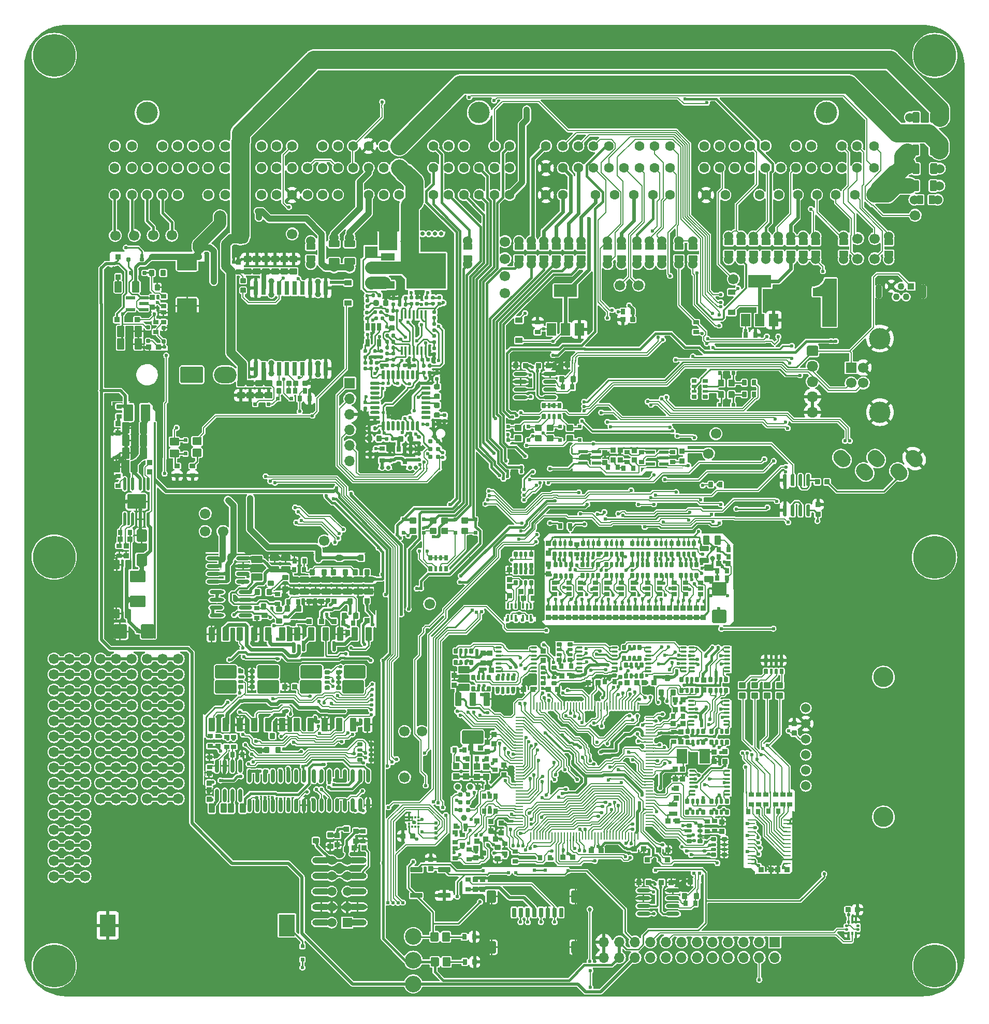
<source format=gtl>
G75*
G70*
%OFA0B0*%
%FSLAX25Y25*%
%IPPOS*%
%LPD*%
%AMOC8*
5,1,8,0,0,1.08239X$1,22.5*
%
%AMM147*
21,1,0.039370,0.049210,-0.000000,0.000000,180.000000*
21,1,0.031500,0.057090,-0.000000,0.000000,180.000000*
1,1,0.007870,-0.015750,0.024610*
1,1,0.007870,0.015750,0.024610*
1,1,0.007870,0.015750,-0.024610*
1,1,0.007870,-0.015750,-0.024610*
%
%AMM150*
21,1,0.027560,0.030710,-0.000000,0.000000,180.000000*
21,1,0.022050,0.036220,-0.000000,0.000000,180.000000*
1,1,0.005510,-0.011020,0.015350*
1,1,0.005510,0.011020,0.015350*
1,1,0.005510,0.011020,-0.015350*
1,1,0.005510,-0.011020,-0.015350*
%
%AMM154*
21,1,0.033470,0.026770,-0.000000,0.000000,0.000000*
21,1,0.026770,0.033470,-0.000000,0.000000,0.000000*
1,1,0.006690,0.013390,-0.013390*
1,1,0.006690,-0.013390,-0.013390*
1,1,0.006690,-0.013390,0.013390*
1,1,0.006690,0.013390,0.013390*
%
%AMM157*
21,1,0.027560,0.030710,-0.000000,0.000000,90.000000*
21,1,0.022050,0.036220,-0.000000,0.000000,90.000000*
1,1,0.005510,0.015350,0.011020*
1,1,0.005510,0.015350,-0.011020*
1,1,0.005510,-0.015350,-0.011020*
1,1,0.005510,-0.015350,0.011020*
%
%AMM159*
21,1,0.033470,0.026770,-0.000000,0.000000,270.000000*
21,1,0.026770,0.033470,-0.000000,0.000000,270.000000*
1,1,0.006690,-0.013390,-0.013390*
1,1,0.006690,-0.013390,0.013390*
1,1,0.006690,0.013390,0.013390*
1,1,0.006690,0.013390,-0.013390*
%
%AMM176*
21,1,0.035430,0.050000,-0.000000,-0.000000,90.000000*
21,1,0.028350,0.057090,-0.000000,-0.000000,90.000000*
1,1,0.007090,0.025000,0.014170*
1,1,0.007090,0.025000,-0.014170*
1,1,0.007090,-0.025000,-0.014170*
1,1,0.007090,-0.025000,0.014170*
%
%AMM177*
21,1,0.086610,0.073230,-0.000000,-0.000000,90.000000*
21,1,0.069290,0.090550,-0.000000,-0.000000,90.000000*
1,1,0.017320,0.036610,0.034650*
1,1,0.017320,0.036610,-0.034650*
1,1,0.017320,-0.036610,-0.034650*
1,1,0.017320,-0.036610,0.034650*
%
%AMM178*
21,1,0.027560,0.030710,-0.000000,-0.000000,270.000000*
21,1,0.022050,0.036220,-0.000000,-0.000000,270.000000*
1,1,0.005510,-0.015350,-0.011020*
1,1,0.005510,-0.015350,0.011020*
1,1,0.005510,0.015350,0.011020*
1,1,0.005510,0.015350,-0.011020*
%
%AMM179*
21,1,0.007870,0.503940,-0.000000,-0.000000,0.000000*
21,1,0.000000,0.511810,-0.000000,-0.000000,0.000000*
1,1,0.007870,-0.000000,-0.251970*
1,1,0.007870,-0.000000,-0.251970*
1,1,0.007870,-0.000000,0.251970*
1,1,0.007870,-0.000000,0.251970*
%
%AMM180*
21,1,0.025590,0.026380,-0.000000,-0.000000,180.000000*
21,1,0.020470,0.031500,-0.000000,-0.000000,180.000000*
1,1,0.005120,-0.010240,0.013190*
1,1,0.005120,0.010240,0.013190*
1,1,0.005120,0.010240,-0.013190*
1,1,0.005120,-0.010240,-0.013190*
%
%AMM181*
21,1,0.023620,0.030710,-0.000000,-0.000000,270.000000*
21,1,0.018900,0.035430,-0.000000,-0.000000,270.000000*
1,1,0.004720,-0.015350,-0.009450*
1,1,0.004720,-0.015350,0.009450*
1,1,0.004720,0.015350,0.009450*
1,1,0.004720,0.015350,-0.009450*
%
%AMM182*
21,1,0.033470,0.026770,-0.000000,-0.000000,90.000000*
21,1,0.026770,0.033470,-0.000000,-0.000000,90.000000*
1,1,0.006690,0.013390,0.013390*
1,1,0.006690,0.013390,-0.013390*
1,1,0.006690,-0.013390,-0.013390*
1,1,0.006690,-0.013390,0.013390*
%
%AMM183*
21,1,0.017720,0.027950,-0.000000,-0.000000,180.000000*
21,1,0.014170,0.031500,-0.000000,-0.000000,180.000000*
1,1,0.003540,-0.007090,0.013980*
1,1,0.003540,0.007090,0.013980*
1,1,0.003540,0.007090,-0.013980*
1,1,0.003540,-0.007090,-0.013980*
%
%AMM184*
21,1,0.039370,0.049210,-0.000000,-0.000000,270.000000*
21,1,0.031500,0.057090,-0.000000,-0.000000,270.000000*
1,1,0.007870,-0.024610,-0.015750*
1,1,0.007870,-0.024610,0.015750*
1,1,0.007870,0.024610,0.015750*
1,1,0.007870,0.024610,-0.015750*
%
%AMM185*
21,1,0.027560,0.030710,-0.000000,-0.000000,180.000000*
21,1,0.022050,0.036220,-0.000000,-0.000000,180.000000*
1,1,0.005510,-0.011020,0.015350*
1,1,0.005510,0.011020,0.015350*
1,1,0.005510,0.011020,-0.015350*
1,1,0.005510,-0.011020,-0.015350*
%
%AMM186*
21,1,0.039370,0.049210,-0.000000,-0.000000,0.000000*
21,1,0.031500,0.057090,-0.000000,-0.000000,0.000000*
1,1,0.007870,0.015750,-0.024610*
1,1,0.007870,-0.015750,-0.024610*
1,1,0.007870,-0.015750,0.024610*
1,1,0.007870,0.015750,0.024610*
%
%AMM187*
21,1,0.007870,0.041340,-0.000000,-0.000000,180.000000*
21,1,0.000000,0.049210,-0.000000,-0.000000,180.000000*
1,1,0.007870,-0.000000,0.020670*
1,1,0.007870,-0.000000,0.020670*
1,1,0.007870,-0.000000,-0.020670*
1,1,0.007870,-0.000000,-0.020670*
%
%AMM188*
21,1,0.033470,0.026770,-0.000000,-0.000000,0.000000*
21,1,0.026770,0.033470,-0.000000,-0.000000,0.000000*
1,1,0.006690,0.013390,-0.013390*
1,1,0.006690,-0.013390,-0.013390*
1,1,0.006690,-0.013390,0.013390*
1,1,0.006690,0.013390,0.013390*
%
%AMM189*
21,1,0.009840,0.919290,-0.000000,-0.000000,90.000000*
21,1,0.000000,0.929130,-0.000000,-0.000000,90.000000*
1,1,0.009840,0.459650,-0.000000*
1,1,0.009840,0.459650,-0.000000*
1,1,0.009840,-0.459650,-0.000000*
1,1,0.009840,-0.459650,-0.000000*
%
%AMM206*
21,1,0.033470,0.026770,-0.000000,-0.000000,180.000000*
21,1,0.026770,0.033470,-0.000000,-0.000000,180.000000*
1,1,0.006690,-0.013390,0.013390*
1,1,0.006690,0.013390,0.013390*
1,1,0.006690,0.013390,-0.013390*
1,1,0.006690,-0.013390,-0.013390*
%
%AMM207*
21,1,0.027560,0.030710,-0.000000,-0.000000,90.000000*
21,1,0.022050,0.036220,-0.000000,-0.000000,90.000000*
1,1,0.005510,0.015350,0.011020*
1,1,0.005510,0.015350,-0.011020*
1,1,0.005510,-0.015350,-0.011020*
1,1,0.005510,-0.015350,0.011020*
%
%AMM208*
21,1,0.015750,0.009840,-0.000000,-0.000000,225.000000*
1,1,0.009840,0.005570,0.005570*
1,1,0.009840,-0.005570,-0.005570*
%
%AMM216*
21,1,0.070870,0.036220,-0.000000,0.000000,90.000000*
21,1,0.061810,0.045280,-0.000000,0.000000,90.000000*
1,1,0.009060,0.018110,0.030910*
1,1,0.009060,0.018110,-0.030910*
1,1,0.009060,-0.018110,-0.030910*
1,1,0.009060,-0.018110,0.030910*
%
%AMM220*
21,1,0.033470,0.026770,-0.000000,0.000000,180.000000*
21,1,0.026770,0.033470,-0.000000,0.000000,180.000000*
1,1,0.006690,-0.013390,0.013390*
1,1,0.006690,0.013390,0.013390*
1,1,0.006690,0.013390,-0.013390*
1,1,0.006690,-0.013390,-0.013390*
%
%AMM232*
21,1,0.027560,0.030710,-0.000000,0.000000,270.000000*
21,1,0.022050,0.036220,-0.000000,0.000000,270.000000*
1,1,0.005510,-0.015350,-0.011020*
1,1,0.005510,-0.015350,0.011020*
1,1,0.005510,0.015350,0.011020*
1,1,0.005510,0.015350,-0.011020*
%
%AMM261*
21,1,0.007870,0.029130,-0.000000,-0.000000,45.000000*
21,1,0.000000,0.037010,-0.000000,-0.000000,45.000000*
1,1,0.007870,0.010300,-0.010300*
1,1,0.007870,0.010300,-0.010300*
1,1,0.007870,-0.010300,0.010300*
1,1,0.007870,-0.010300,0.010300*
%
%AMM262*
21,1,0.007870,0.014960,-0.000000,-0.000000,315.000000*
21,1,0.000000,0.022840,-0.000000,-0.000000,315.000000*
1,1,0.007870,-0.005290,-0.005290*
1,1,0.007870,-0.005290,-0.005290*
1,1,0.007870,0.005290,0.005290*
1,1,0.007870,0.005290,0.005290*
%
%AMM263*
21,1,0.070870,0.036220,-0.000000,-0.000000,180.000000*
21,1,0.061810,0.045280,-0.000000,-0.000000,180.000000*
1,1,0.009060,-0.030910,0.018110*
1,1,0.009060,0.030910,0.018110*
1,1,0.009060,0.030910,-0.018110*
1,1,0.009060,-0.030910,-0.018110*
%
%AMM264*
21,1,0.007870,0.023620,-0.000000,-0.000000,135.000000*
21,1,0.000000,0.031500,-0.000000,-0.000000,135.000000*
1,1,0.007870,0.008350,0.008350*
1,1,0.007870,0.008350,0.008350*
1,1,0.007870,-0.008350,-0.008350*
1,1,0.007870,-0.008350,-0.008350*
%
%AMM265*
21,1,0.035430,0.030320,-0.000000,-0.000000,0.000000*
21,1,0.028350,0.037400,-0.000000,-0.000000,0.000000*
1,1,0.007090,0.014170,-0.015160*
1,1,0.007090,-0.014170,-0.015160*
1,1,0.007090,-0.014170,0.015160*
1,1,0.007090,0.014170,0.015160*
%
%AMM266*
21,1,0.035830,0.026770,-0.000000,-0.000000,90.000000*
21,1,0.029130,0.033470,-0.000000,-0.000000,90.000000*
1,1,0.006690,0.013390,0.014570*
1,1,0.006690,0.013390,-0.014570*
1,1,0.006690,-0.013390,-0.014570*
1,1,0.006690,-0.013390,0.014570*
%
%AMM267*
21,1,0.033470,0.026770,-0.000000,-0.000000,270.000000*
21,1,0.026770,0.033470,-0.000000,-0.000000,270.000000*
1,1,0.006690,-0.013390,-0.013390*
1,1,0.006690,-0.013390,0.013390*
1,1,0.006690,0.013390,0.013390*
1,1,0.006690,0.013390,-0.013390*
%
%AMM268*
21,1,0.039370,0.035430,-0.000000,-0.000000,90.000000*
21,1,0.031500,0.043310,-0.000000,-0.000000,90.000000*
1,1,0.007870,0.017720,0.015750*
1,1,0.007870,0.017720,-0.015750*
1,1,0.007870,-0.017720,-0.015750*
1,1,0.007870,-0.017720,0.015750*
%
%AMM269*
21,1,0.035430,0.030320,-0.000000,-0.000000,90.000000*
21,1,0.028350,0.037400,-0.000000,-0.000000,90.000000*
1,1,0.007090,0.015160,0.014170*
1,1,0.007090,0.015160,-0.014170*
1,1,0.007090,-0.015160,-0.014170*
1,1,0.007090,-0.015160,0.014170*
%
%AMM270*
21,1,0.007870,0.055120,-0.000000,-0.000000,90.000000*
21,1,0.000000,0.062990,-0.000000,-0.000000,90.000000*
1,1,0.007870,0.027560,-0.000000*
1,1,0.007870,0.027560,-0.000000*
1,1,0.007870,-0.027560,-0.000000*
1,1,0.007870,-0.027560,-0.000000*
%
%AMM271*
21,1,0.007870,0.013780,-0.000000,-0.000000,225.000000*
21,1,0.000000,0.021650,-0.000000,-0.000000,225.000000*
1,1,0.007870,-0.004870,0.004870*
1,1,0.007870,-0.004870,0.004870*
1,1,0.007870,0.004870,-0.004870*
1,1,0.007870,0.004870,-0.004870*
%
%AMM272*
21,1,0.007870,0.039370,-0.000000,-0.000000,225.000000*
21,1,0.000000,0.047240,-0.000000,-0.000000,225.000000*
1,1,0.007870,-0.013920,0.013920*
1,1,0.007870,-0.013920,0.013920*
1,1,0.007870,0.013920,-0.013920*
1,1,0.007870,0.013920,-0.013920*
%
%AMM273*
21,1,0.007870,1.704720,-0.000000,-0.000000,90.000000*
21,1,0.000000,1.712600,-0.000000,-0.000000,90.000000*
1,1,0.007870,0.852360,-0.000000*
1,1,0.007870,0.852360,-0.000000*
1,1,0.007870,-0.852360,-0.000000*
1,1,0.007870,-0.852360,-0.000000*
%
%AMM274*
21,1,0.043310,0.075990,-0.000000,-0.000000,180.000000*
21,1,0.034650,0.084650,-0.000000,-0.000000,180.000000*
1,1,0.008660,-0.017320,0.037990*
1,1,0.008660,0.017320,0.037990*
1,1,0.008660,0.017320,-0.037990*
1,1,0.008660,-0.017320,-0.037990*
%
%AMM275*
21,1,0.137800,0.067720,-0.000000,-0.000000,180.000000*
21,1,0.120870,0.084650,-0.000000,-0.000000,180.000000*
1,1,0.016930,-0.060430,0.033860*
1,1,0.016930,0.060430,0.033860*
1,1,0.016930,0.060430,-0.033860*
1,1,0.016930,-0.060430,-0.033860*
%
%AMM276*
21,1,0.007870,1.405510,-0.000000,-0.000000,0.000000*
21,1,0.000000,1.413390,-0.000000,-0.000000,0.000000*
1,1,0.007870,-0.000000,-0.702760*
1,1,0.007870,-0.000000,-0.702760*
1,1,0.007870,-0.000000,0.702760*
1,1,0.007870,-0.000000,0.702760*
%
%AMM277*
21,1,0.023620,0.030710,-0.000000,-0.000000,0.000000*
21,1,0.018900,0.035430,-0.000000,-0.000000,0.000000*
1,1,0.004720,0.009450,-0.015350*
1,1,0.004720,-0.009450,-0.015350*
1,1,0.004720,-0.009450,0.015350*
1,1,0.004720,0.009450,0.015350*
%
%AMM278*
21,1,0.027560,0.030710,-0.000000,-0.000000,0.000000*
21,1,0.022050,0.036220,-0.000000,-0.000000,0.000000*
1,1,0.005510,0.011020,-0.015350*
1,1,0.005510,-0.011020,-0.015350*
1,1,0.005510,-0.011020,0.015350*
1,1,0.005510,0.011020,0.015350*
%
%AMM279*
21,1,0.027560,0.018900,-0.000000,-0.000000,0.000000*
21,1,0.022840,0.023620,-0.000000,-0.000000,0.000000*
1,1,0.004720,0.011420,-0.009450*
1,1,0.004720,-0.011420,-0.009450*
1,1,0.004720,-0.011420,0.009450*
1,1,0.004720,0.011420,0.009450*
%
%AMM280*
21,1,0.043310,0.075980,-0.000000,-0.000000,180.000000*
21,1,0.034650,0.084650,-0.000000,-0.000000,180.000000*
1,1,0.008660,-0.017320,0.037990*
1,1,0.008660,0.017320,0.037990*
1,1,0.008660,0.017320,-0.037990*
1,1,0.008660,-0.017320,-0.037990*
%
%AMM281*
21,1,0.035830,0.026770,-0.000000,-0.000000,0.000000*
21,1,0.029130,0.033470,-0.000000,-0.000000,0.000000*
1,1,0.006690,0.014570,-0.013390*
1,1,0.006690,-0.014570,-0.013390*
1,1,0.006690,-0.014570,0.013390*
1,1,0.006690,0.014570,0.013390*
%
%AMM282*
21,1,0.027560,0.049610,-0.000000,-0.000000,90.000000*
21,1,0.022050,0.055120,-0.000000,-0.000000,90.000000*
1,1,0.005510,0.024800,0.011020*
1,1,0.005510,0.024800,-0.011020*
1,1,0.005510,-0.024800,-0.011020*
1,1,0.005510,-0.024800,0.011020*
%
%AMM283*
21,1,0.017720,0.027950,-0.000000,-0.000000,90.000000*
21,1,0.014170,0.031500,-0.000000,-0.000000,90.000000*
1,1,0.003540,0.013980,0.007090*
1,1,0.003540,0.013980,-0.007090*
1,1,0.003540,-0.013980,-0.007090*
1,1,0.003540,-0.013980,0.007090*
%
%AMM284*
21,1,0.025590,0.026380,-0.000000,-0.000000,90.000000*
21,1,0.020470,0.031500,-0.000000,-0.000000,90.000000*
1,1,0.005120,0.013190,0.010240*
1,1,0.005120,0.013190,-0.010240*
1,1,0.005120,-0.013190,-0.010240*
1,1,0.005120,-0.013190,0.010240*
%
%AMM285*
21,1,0.009840,0.017720,-0.000000,-0.000000,0.000000*
21,1,0.000000,0.027560,-0.000000,-0.000000,0.000000*
1,1,0.009840,-0.000000,-0.008860*
1,1,0.009840,-0.000000,-0.008860*
1,1,0.009840,-0.000000,0.008860*
1,1,0.009840,-0.000000,0.008860*
%
%AMM286*
21,1,0.007870,1.416930,-0.000000,-0.000000,0.000000*
21,1,0.000000,1.424800,-0.000000,-0.000000,0.000000*
1,1,0.007870,-0.000000,-0.708470*
1,1,0.007870,-0.000000,-0.708470*
1,1,0.007870,-0.000000,0.708470*
1,1,0.007870,-0.000000,0.708470*
%
%AMM287*
21,1,0.007870,1.787400,-0.000000,-0.000000,90.000000*
21,1,0.000000,1.795280,-0.000000,-0.000000,90.000000*
1,1,0.007870,0.893700,-0.000000*
1,1,0.007870,0.893700,-0.000000*
1,1,0.007870,-0.893700,-0.000000*
1,1,0.007870,-0.893700,-0.000000*
%
%AMM306*
21,1,0.035830,0.026770,-0.000000,0.000000,180.000000*
21,1,0.029130,0.033470,-0.000000,0.000000,180.000000*
1,1,0.006690,-0.014570,0.013390*
1,1,0.006690,0.014570,0.013390*
1,1,0.006690,0.014570,-0.013390*
1,1,0.006690,-0.014570,-0.013390*
%
%AMM309*
21,1,0.035430,0.030320,-0.000000,0.000000,90.000000*
21,1,0.028350,0.037400,-0.000000,0.000000,90.000000*
1,1,0.007090,0.015160,0.014170*
1,1,0.007090,0.015160,-0.014170*
1,1,0.007090,-0.015160,-0.014170*
1,1,0.007090,-0.015160,0.014170*
%
%AMM31*
21,1,0.027560,0.030710,0.000000,0.000000,270.000000*
21,1,0.022050,0.036220,0.000000,0.000000,270.000000*
1,1,0.005510,-0.015350,-0.011020*
1,1,0.005510,-0.015350,0.011020*
1,1,0.005510,0.015350,0.011020*
1,1,0.005510,0.015350,-0.011020*
%
%AMM313*
21,1,0.017720,0.027950,-0.000000,0.000000,180.000000*
21,1,0.014170,0.031500,-0.000000,0.000000,180.000000*
1,1,0.003540,-0.007090,0.013980*
1,1,0.003540,0.007090,0.013980*
1,1,0.003540,0.007090,-0.013980*
1,1,0.003540,-0.007090,-0.013980*
%
%AMM314*
21,1,0.025590,0.026380,-0.000000,0.000000,180.000000*
21,1,0.020470,0.031500,-0.000000,0.000000,180.000000*
1,1,0.005120,-0.010240,0.013190*
1,1,0.005120,0.010240,0.013190*
1,1,0.005120,0.010240,-0.013190*
1,1,0.005120,-0.010240,-0.013190*
%
%AMM324*
21,1,0.035830,0.026770,-0.000000,-0.000000,270.000000*
21,1,0.029130,0.033470,-0.000000,-0.000000,270.000000*
1,1,0.006690,-0.013390,-0.014570*
1,1,0.006690,-0.013390,0.014570*
1,1,0.006690,0.013390,0.014570*
1,1,0.006690,0.013390,-0.014570*
%
%AMM325*
21,1,0.003940,0.007870,-0.000000,-0.000000,315.000000*
1,1,0.007870,-0.001390,0.001390*
1,1,0.007870,0.001390,-0.001390*
%
%AMM326*
21,1,0.087800,0.007870,-0.000000,-0.000000,225.000000*
1,1,0.007870,0.031040,0.031040*
1,1,0.007870,-0.031040,-0.031040*
%
%AMM327*
21,1,0.035430,0.030320,-0.000000,-0.000000,180.000000*
21,1,0.028350,0.037400,-0.000000,-0.000000,180.000000*
1,1,0.007090,-0.014170,0.015160*
1,1,0.007090,0.014170,0.015160*
1,1,0.007090,0.014170,-0.015160*
1,1,0.007090,-0.014170,-0.015160*
%
%AMM328*
21,1,0.043310,0.075980,-0.000000,-0.000000,0.000000*
21,1,0.034650,0.084650,-0.000000,-0.000000,0.000000*
1,1,0.008660,0.017320,-0.037990*
1,1,0.008660,-0.017320,-0.037990*
1,1,0.008660,-0.017320,0.037990*
1,1,0.008660,0.017320,0.037990*
%
%AMM329*
21,1,0.137800,0.067720,-0.000000,-0.000000,0.000000*
21,1,0.120870,0.084650,-0.000000,-0.000000,0.000000*
1,1,0.016930,0.060430,-0.033860*
1,1,0.016930,-0.060430,-0.033860*
1,1,0.016930,-0.060430,0.033860*
1,1,0.016930,0.060430,0.033860*
%
%AMM330*
21,1,0.043310,0.075990,-0.000000,-0.000000,0.000000*
21,1,0.034650,0.084650,-0.000000,-0.000000,0.000000*
1,1,0.008660,0.017320,-0.037990*
1,1,0.008660,-0.017320,-0.037990*
1,1,0.008660,-0.017320,0.037990*
1,1,0.008660,0.017320,0.037990*
%
%AMM331*
21,1,0.017720,0.027950,-0.000000,-0.000000,270.000000*
21,1,0.014170,0.031500,-0.000000,-0.000000,270.000000*
1,1,0.003540,-0.013980,-0.007090*
1,1,0.003540,-0.013980,0.007090*
1,1,0.003540,0.013980,0.007090*
1,1,0.003540,0.013980,-0.007090*
%
%AMM332*
21,1,0.031500,0.007870,-0.000000,-0.000000,135.000000*
1,1,0.007870,0.011140,-0.011140*
1,1,0.007870,-0.011140,0.011140*
%
%AMM333*
21,1,0.025590,0.026380,-0.000000,-0.000000,270.000000*
21,1,0.020470,0.031500,-0.000000,-0.000000,270.000000*
1,1,0.005120,-0.013190,-0.010240*
1,1,0.005120,-0.013190,0.010240*
1,1,0.005120,0.013190,0.010240*
1,1,0.005120,0.013190,-0.010240*
%
%AMM341*
21,1,0.012600,0.028980,-0.000000,0.000000,0.000000*
21,1,0.010080,0.031500,-0.000000,0.000000,0.000000*
1,1,0.002520,0.005040,-0.014490*
1,1,0.002520,-0.005040,-0.014490*
1,1,0.002520,-0.005040,0.014490*
1,1,0.002520,0.005040,0.014490*
%
%AMM343*
21,1,0.007870,0.078350,-0.000000,0.000000,225.000000*
21,1,0.000000,0.086220,-0.000000,0.000000,225.000000*
1,1,0.007870,-0.027700,0.027700*
1,1,0.007870,-0.027700,0.027700*
1,1,0.007870,0.027700,-0.027700*
1,1,0.007870,0.027700,-0.027700*
%
%AMM344*
21,1,0.007870,0.643700,-0.000000,0.000000,0.000000*
21,1,0.000000,0.651580,-0.000000,0.000000,0.000000*
1,1,0.007870,-0.000000,-0.321850*
1,1,0.007870,-0.000000,-0.321850*
1,1,0.007870,-0.000000,0.321850*
1,1,0.007870,-0.000000,0.321850*
%
%AMM345*
21,1,0.007870,0.287010,-0.000000,0.000000,270.000000*
21,1,0.000000,0.294880,-0.000000,0.000000,270.000000*
1,1,0.007870,-0.143500,0.000000*
1,1,0.007870,-0.143500,0.000000*
1,1,0.007870,0.143500,0.000000*
1,1,0.007870,0.143500,0.000000*
%
%AMM350*
21,1,0.007870,0.080320,-0.000000,0.000000,315.000000*
21,1,0.000000,0.088190,-0.000000,0.000000,315.000000*
1,1,0.007870,-0.028400,-0.028400*
1,1,0.007870,-0.028400,-0.028400*
1,1,0.007870,0.028400,0.028400*
1,1,0.007870,0.028400,0.028400*
%
%AMM351*
21,1,0.035830,0.026770,-0.000000,0.000000,90.000000*
21,1,0.029130,0.033470,-0.000000,0.000000,90.000000*
1,1,0.006690,0.013390,0.014570*
1,1,0.006690,0.013390,-0.014570*
1,1,0.006690,-0.013390,-0.014570*
1,1,0.006690,-0.013390,0.014570*
%
%AMM352*
21,1,0.007870,0.400390,-0.000000,0.000000,90.000000*
21,1,0.000000,0.408270,-0.000000,0.000000,90.000000*
1,1,0.007870,0.200200,0.000000*
1,1,0.007870,0.200200,0.000000*
1,1,0.007870,-0.200200,0.000000*
1,1,0.007870,-0.200200,0.000000*
%
%AMM353*
21,1,0.007870,0.640160,-0.000000,0.000000,0.000000*
21,1,0.000000,0.648030,-0.000000,0.000000,0.000000*
1,1,0.007870,-0.000000,-0.320080*
1,1,0.007870,-0.000000,-0.320080*
1,1,0.007870,-0.000000,0.320080*
1,1,0.007870,-0.000000,0.320080*
%
%AMM357*
21,1,0.021650,0.052760,-0.000000,-0.000000,90.000000*
21,1,0.017320,0.057090,-0.000000,-0.000000,90.000000*
1,1,0.004330,0.026380,0.008660*
1,1,0.004330,0.026380,-0.008660*
1,1,0.004330,-0.026380,-0.008660*
1,1,0.004330,-0.026380,0.008660*
%
%AMM359*
21,1,0.035430,0.030320,-0.000000,0.000000,180.000000*
21,1,0.028350,0.037400,-0.000000,0.000000,180.000000*
1,1,0.007090,-0.014170,0.015160*
1,1,0.007090,0.014170,0.015160*
1,1,0.007090,0.014170,-0.015160*
1,1,0.007090,-0.014170,-0.015160*
%
%AMM36*
21,1,0.033470,0.026770,0.000000,0.000000,90.000000*
21,1,0.026770,0.033470,0.000000,0.000000,90.000000*
1,1,0.006690,0.013390,0.013390*
1,1,0.006690,0.013390,-0.013390*
1,1,0.006690,-0.013390,-0.013390*
1,1,0.006690,-0.013390,0.013390*
%
%AMM360*
21,1,0.047240,0.015750,-0.000000,0.000000,225.000000*
1,1,0.015750,0.016700,0.016700*
1,1,0.015750,-0.016700,-0.016700*
%
%AMM361*
21,1,0.021650,0.052760,-0.000000,0.000000,90.000000*
21,1,0.017320,0.057090,-0.000000,0.000000,90.000000*
1,1,0.004330,0.026380,0.008660*
1,1,0.004330,0.026380,-0.008660*
1,1,0.004330,-0.026380,-0.008660*
1,1,0.004330,-0.026380,0.008660*
%
%AMM362*
21,1,0.023620,0.018900,-0.000000,0.000000,0.000000*
21,1,0.018900,0.023620,-0.000000,0.000000,0.000000*
1,1,0.004720,0.009450,-0.009450*
1,1,0.004720,-0.009450,-0.009450*
1,1,0.004720,-0.009450,0.009450*
1,1,0.004720,0.009450,0.009450*
%
%AMM363*
21,1,0.094490,0.111020,-0.000000,0.000000,270.000000*
21,1,0.075590,0.129920,-0.000000,0.000000,270.000000*
1,1,0.018900,-0.055510,-0.037800*
1,1,0.018900,-0.055510,0.037800*
1,1,0.018900,0.055510,0.037800*
1,1,0.018900,0.055510,-0.037800*
%
%AMM364*
21,1,0.023620,0.018900,-0.000000,0.000000,270.000000*
21,1,0.018900,0.023620,-0.000000,0.000000,270.000000*
1,1,0.004720,-0.009450,-0.009450*
1,1,0.004720,-0.009450,0.009450*
1,1,0.004720,0.009450,0.009450*
1,1,0.004720,0.009450,-0.009450*
%
%AMM370*
21,1,0.106300,0.050390,-0.000000,0.000000,90.000000*
21,1,0.093700,0.062990,-0.000000,0.000000,90.000000*
1,1,0.012600,0.025200,0.046850*
1,1,0.012600,0.025200,-0.046850*
1,1,0.012600,-0.025200,-0.046850*
1,1,0.012600,-0.025200,0.046850*
%
%AMM371*
21,1,0.074800,0.083460,-0.000000,0.000000,270.000000*
21,1,0.059840,0.098430,-0.000000,0.000000,270.000000*
1,1,0.014960,-0.041730,-0.029920*
1,1,0.014960,-0.041730,0.029920*
1,1,0.014960,0.041730,0.029920*
1,1,0.014960,0.041730,-0.029920*
%
%AMM372*
21,1,0.078740,0.053540,-0.000000,0.000000,270.000000*
21,1,0.065350,0.066930,-0.000000,0.000000,270.000000*
1,1,0.013390,-0.026770,-0.032680*
1,1,0.013390,-0.026770,0.032680*
1,1,0.013390,0.026770,0.032680*
1,1,0.013390,0.026770,-0.032680*
%
%AMM373*
21,1,0.122050,0.075590,-0.000000,0.000000,0.000000*
21,1,0.103150,0.094490,-0.000000,0.000000,0.000000*
1,1,0.018900,0.051580,-0.037800*
1,1,0.018900,-0.051580,-0.037800*
1,1,0.018900,-0.051580,0.037800*
1,1,0.018900,0.051580,0.037800*
%
%AMM374*
21,1,0.086610,0.073230,-0.000000,0.000000,180.000000*
21,1,0.069290,0.090550,-0.000000,0.000000,180.000000*
1,1,0.017320,-0.034650,0.036610*
1,1,0.017320,0.034650,0.036610*
1,1,0.017320,0.034650,-0.036610*
1,1,0.017320,-0.034650,-0.036610*
%
%AMM375*
21,1,0.070870,0.036220,-0.000000,0.000000,270.000000*
21,1,0.061810,0.045280,-0.000000,0.000000,270.000000*
1,1,0.009060,-0.018110,-0.030910*
1,1,0.009060,-0.018110,0.030910*
1,1,0.009060,0.018110,0.030910*
1,1,0.009060,0.018110,-0.030910*
%
%AMM82*
21,1,0.078740,0.045670,0.000000,0.000000,270.000000*
21,1,0.067320,0.057090,0.000000,0.000000,270.000000*
1,1,0.011420,-0.022840,-0.033660*
1,1,0.011420,-0.022840,0.033660*
1,1,0.011420,0.022840,0.033660*
1,1,0.011420,0.022840,-0.033660*
%
%AMM83*
21,1,0.059060,0.020470,0.000000,0.000000,270.000000*
21,1,0.053940,0.025590,0.000000,0.000000,270.000000*
1,1,0.005120,-0.010240,-0.026970*
1,1,0.005120,-0.010240,0.026970*
1,1,0.005120,0.010240,0.026970*
1,1,0.005120,0.010240,-0.026970*
%
%ADD10C,0.01969*%
%ADD102O,0.12205X0.00787*%
%ADD104O,0.00984X0.40157*%
%ADD11O,0.05118X0.00866*%
%ADD113R,0.03150X0.03543*%
%ADD115C,0.02400*%
%ADD117O,0.00866X0.05118*%
%ADD123O,0.01575X0.19685*%
%ADD128C,0.02756*%
%ADD129O,0.04331X0.09449*%
%ADD13O,0.01969X0.44882*%
%ADD131O,0.00787X0.16732*%
%ADD132M82*%
%ADD133C,0.02362*%
%ADD135O,0.01575X0.35433*%
%ADD138C,0.13780*%
%ADD140R,0.01476X0.01378*%
%ADD141O,0.00787X0.22323*%
%ADD143C,0.03937*%
%ADD144O,0.01968X0.00984*%
%ADD151O,0.00787X0.01575*%
%ADD152M31*%
%ADD158R,0.45000X0.30000*%
%ADD16C,0.02000*%
%ADD162R,0.03543X0.03150*%
%ADD164O,0.14567X0.10630*%
%ADD165O,0.28346X0.01575*%
%ADD168R,0.10236X0.14173*%
%ADD169O,0.03150X0.02362*%
%ADD17R,0.11811X0.00984*%
%ADD171O,0.00984X0.01968*%
%ADD174C,0.06299*%
%ADD175C,0.11417*%
%ADD176C,0.04331*%
%ADD177O,0.01969X0.00984*%
%ADD178O,0.00787X0.16339*%
%ADD179O,0.00787X0.26772*%
%ADD182R,0.03150X0.08661*%
%ADD195C,0.06693*%
%ADD196C,0.07874*%
%ADD198R,0.06693X0.06693*%
%ADD199C,0.05906*%
%ADD20O,0.43701X0.00787*%
%ADD200C,0.05118*%
%ADD203C,0.00787*%
%ADD204O,0.56890X0.01968*%
%ADD206C,0.11811*%
%ADD211O,0.01969X0.50000*%
%ADD212O,0.36220X0.00787*%
%ADD216O,0.04724X0.01969*%
%ADD219O,0.03937X0.05906*%
%ADD222O,0.06693X0.00787*%
%ADD224O,0.01969X0.00787*%
%ADD236C,0.13000*%
%ADD239O,0.01969X0.11811*%
%ADD246R,0.08858X0.00984*%
%ADD252C,0.03150*%
%ADD254C,0.01000*%
%ADD255C,0.27559*%
%ADD256O,1.01181X0.00787*%
%ADD258R,0.04331X0.04331*%
%ADD26C,0.01181*%
%ADD266C,0.01968*%
%ADD267O,0.06693X0.06693*%
%ADD268C,0.10630*%
%ADD269R,0.11614X0.00984*%
%ADD270O,0.22835X0.00984*%
%ADD271O,0.04961X0.00984*%
%ADD272O,0.68504X0.01575*%
%ADD273R,0.06693X0.09449*%
%ADD277C,0.03100*%
%ADD278R,0.12205X0.00984*%
%ADD279C,0.01180*%
%ADD280O,0.34428X0.03937*%
%ADD281C,0.01575*%
%ADD282O,0.07283X0.06693*%
%ADD285O,0.04331X0.01181*%
%ADD295O,0.01969X0.03937*%
%ADD298M36*%
%ADD303O,0.56890X0.01969*%
%ADD305O,0.01968X0.50000*%
%ADD308O,0.11811X0.01969*%
%ADD309O,0.00787X0.03740*%
%ADD314R,0.03740X0.00984*%
%ADD315O,0.02362X0.08661*%
%ADD318C,0.00800*%
%ADD319R,0.00984X1.54528*%
%ADD32C,0.02700*%
%ADD320O,0.00787X0.54331*%
%ADD323O,0.01575X1.39370*%
%ADD326O,0.00787X0.34744*%
%ADD33M83*%
%ADD330R,0.08000X0.20000*%
%ADD333R,0.14961X0.07874*%
%ADD34R,0.05906X0.05906*%
%ADD340O,0.38583X0.01575*%
%ADD345O,0.00787X0.43701*%
%ADD346C,0.00984*%
%ADD348O,0.01575X1.18110*%
%ADD35R,0.01968X0.01968*%
%ADD355O,0.00984X0.40158*%
%ADD360C,0.00394*%
%ADD361C,0.03900*%
%ADD366M147*%
%ADD369M150*%
%ADD373M154*%
%ADD376M157*%
%ADD378M159*%
%ADD39O,0.01968X0.11811*%
%ADD395M176*%
%ADD396M177*%
%ADD397M178*%
%ADD398M179*%
%ADD399M180*%
%ADD400M181*%
%ADD401M182*%
%ADD402M183*%
%ADD403M184*%
%ADD404M185*%
%ADD405M186*%
%ADD406M187*%
%ADD407M188*%
%ADD408M189*%
%ADD429M206*%
%ADD430M207*%
%ADD431M208*%
%ADD439M216*%
%ADD44C,0.09843*%
%ADD443M220*%
%ADD456M232*%
%ADD488M261*%
%ADD489M262*%
%ADD490M263*%
%ADD491M264*%
%ADD492M265*%
%ADD493M266*%
%ADD494M267*%
%ADD495M268*%
%ADD496M269*%
%ADD497M270*%
%ADD498M271*%
%ADD499M272*%
%ADD50O,0.00787X0.25591*%
%ADD500M273*%
%ADD501M274*%
%ADD502M275*%
%ADD503M276*%
%ADD504M277*%
%ADD505M278*%
%ADD506M279*%
%ADD507M280*%
%ADD508M281*%
%ADD509M282*%
%ADD510M283*%
%ADD511M284*%
%ADD512M285*%
%ADD513M286*%
%ADD514M287*%
%ADD52O,0.00787X1.01772*%
%ADD53O,0.21260X0.01575*%
%ADD539M306*%
%ADD546M309*%
%ADD550M313*%
%ADD551M314*%
%ADD566M324*%
%ADD567M325*%
%ADD568M326*%
%ADD569M327*%
%ADD57O,0.00787X0.56693*%
%ADD570M328*%
%ADD571M329*%
%ADD572M330*%
%ADD573M331*%
%ADD574M332*%
%ADD575M333*%
%ADD583M341*%
%ADD585M343*%
%ADD586M344*%
%ADD587M345*%
%ADD592O,0.11221X0.04016*%
%ADD593M350*%
%ADD594M351*%
%ADD595M352*%
%ADD596M353*%
%ADD60R,0.05709X0.00984*%
%ADD604M357*%
%ADD606M359*%
%ADD607M360*%
%ADD608M361*%
%ADD609M362*%
%ADD61C,0.11024*%
%ADD610M363*%
%ADD611M364*%
%ADD612O,0.01968X0.00787*%
%ADD613O,0.36221X0.00787*%
%ADD614O,0.34429X0.03937*%
%ADD621M370*%
%ADD622M371*%
%ADD623O,0.01968X0.08661*%
%ADD624M372*%
%ADD625M373*%
%ADD626M374*%
%ADD627M375*%
%ADD628O,0.28347X0.01575*%
%ADD629O,0.11811X0.01968*%
%ADD63O,0.00984X0.01969*%
%ADD637R,0.07874X0.07500*%
%ADD638O,0.07874X0.07500*%
%ADD639R,0.08661X0.04724*%
%ADD640R,0.01772X0.05709*%
%ADD641R,0.02559X0.04803*%
%ADD642R,0.25197X0.22835*%
%ADD66O,0.01968X0.03937*%
%ADD74R,0.01378X0.01476*%
%ADD77O,0.01968X0.44882*%
%ADD81C,0.06000*%
%ADD83O,0.13780X0.00787*%
%ADD86O,0.20079X0.00787*%
%ADD88R,0.05906X0.07874*%
%ADD89O,0.00787X0.14173*%
%ADD91O,0.08661X0.02362*%
%ADD94O,0.03937X0.01968*%
%ADD97O,0.44587X0.00787*%
%ADD99O,0.04724X0.01968*%
X0000000Y0000000D02*
%LPD*%
G01*
D360*
X0523235Y0431517D02*
X0514180Y0431517D01*
X0514180Y0431517D02*
X0514180Y0450808D01*
X0514180Y0450808D02*
X0514140Y0451005D01*
X0514140Y0451005D02*
X0513983Y0451163D01*
X0513983Y0451163D02*
X0513786Y0451202D01*
X0513786Y0451202D02*
X0508274Y0451202D01*
X0508274Y0451202D02*
X0508274Y0456320D01*
X0508274Y0456320D02*
X0508668Y0456320D01*
X0508668Y0456320D02*
X0509377Y0456399D01*
X0509377Y0456399D02*
X0510203Y0456556D01*
X0510203Y0456556D02*
X0511030Y0456832D01*
X0511030Y0456832D02*
X0511542Y0457029D01*
X0511542Y0457029D02*
X0512251Y0457383D01*
X0512251Y0457383D02*
X0512920Y0457816D01*
X0512920Y0457816D02*
X0513629Y0458367D01*
X0513629Y0458367D02*
X0514377Y0459116D01*
X0514377Y0459116D02*
X0514731Y0459588D01*
X0514731Y0459588D02*
X0515164Y0460218D01*
X0515164Y0460218D02*
X0515597Y0461005D01*
X0515597Y0461005D02*
X0515912Y0461753D01*
X0515912Y0461753D02*
X0516070Y0462226D01*
X0516070Y0462226D02*
X0523235Y0462226D01*
X0523235Y0462226D02*
X0523235Y0431517D01*
G36*
X0523235Y0431517D02*
G01*
X0514180Y0431517D01*
X0514180Y0450808D01*
X0514140Y0451005D01*
X0513983Y0451163D01*
X0513786Y0451202D01*
X0508274Y0451202D01*
X0508274Y0456320D01*
X0508668Y0456320D01*
X0509377Y0456399D01*
X0510203Y0456556D01*
X0511030Y0456832D01*
X0511542Y0457029D01*
X0512251Y0457383D01*
X0512920Y0457816D01*
X0513629Y0458367D01*
X0514377Y0459116D01*
X0514731Y0459588D01*
X0515164Y0460218D01*
X0515597Y0461005D01*
X0515912Y0461753D01*
X0516070Y0462226D01*
X0523235Y0462226D01*
X0523235Y0431517D01*
G37*
X0523235Y0431517D02*
X0514180Y0431517D01*
X0514180Y0450808D01*
X0514140Y0451005D01*
X0513983Y0451163D01*
X0513786Y0451202D01*
X0508274Y0451202D01*
X0508274Y0456320D01*
X0508668Y0456320D01*
X0509377Y0456399D01*
X0510203Y0456556D01*
X0511030Y0456832D01*
X0511542Y0457029D01*
X0512251Y0457383D01*
X0512920Y0457816D01*
X0513629Y0458367D01*
X0514377Y0459116D01*
X0514731Y0459588D01*
X0515164Y0460218D01*
X0515597Y0461005D01*
X0515912Y0461753D01*
X0516070Y0462226D01*
X0523235Y0462226D01*
X0523235Y0431517D01*
D239*
X0354207Y0023012D03*
D211*
X0357160Y0052097D03*
D216*
X0355585Y0028032D03*
D272*
X0323695Y0076358D03*
D13*
X0299286Y0039793D03*
D303*
X0326727Y0017992D03*
D133*
X0297120Y0070059D03*
X0303321Y0050748D03*
X0353337Y0050784D03*
X0319955Y0048110D03*
X0324581Y0048110D03*
X0333144Y0048110D03*
X0341904Y0048110D03*
D81*
X0589581Y0522068D03*
G36*
G01*
X0584286Y0525612D02*
X0587003Y0525612D01*
G75*
G02*
X0587908Y0524706I0000000J-000906D01*
G01*
X0587908Y0519430D01*
G75*
G02*
X0587003Y0518525I-000906J0000000D01*
G01*
X0584286Y0518525D01*
G75*
G02*
X0583381Y0519430I0000000J0000906D01*
G01*
X0583381Y0524706D01*
G75*
G02*
X0584286Y0525612I0000906J0000000D01*
G01*
G37*
G36*
G01*
X0572869Y0525612D02*
X0575585Y0525612D01*
G75*
G02*
X0576491Y0524706I0000000J-000906D01*
G01*
X0576491Y0519430D01*
G75*
G02*
X0575585Y0518525I-000906J0000000D01*
G01*
X0572869Y0518525D01*
G75*
G02*
X0571963Y0519430I0000000J0000906D01*
G01*
X0571963Y0524706D01*
G75*
G02*
X0572869Y0525612I0000906J0000000D01*
G01*
G37*
X0570290Y0522068D03*
D177*
X0355479Y0343241D03*
X0355479Y0346686D03*
X0355479Y0349442D03*
X0425656Y0351214D03*
X0425656Y0341765D03*
D81*
X0461936Y0474568D03*
G36*
G01*
X0464396Y0476360D02*
X0459475Y0476360D01*
G75*
G02*
X0459081Y0476753I0000000J0000394D01*
G01*
X0459081Y0479903D01*
G75*
G02*
X0459475Y0480297I0000394J0000000D01*
G01*
X0464396Y0480297D01*
G75*
G02*
X0464790Y0479903I0000000J-000394D01*
G01*
X0464790Y0476753D01*
G75*
G02*
X0464396Y0476360I-000394J0000000D01*
G01*
G37*
G36*
G01*
X0464396Y0483840D02*
X0459475Y0483840D01*
G75*
G02*
X0459081Y0484234I0000000J0000394D01*
G01*
X0459081Y0487383D01*
G75*
G02*
X0459475Y0487777I0000394J0000000D01*
G01*
X0464396Y0487777D01*
G75*
G02*
X0464790Y0487383I0000000J-000394D01*
G01*
X0464790Y0484234D01*
G75*
G02*
X0464396Y0483840I-000394J0000000D01*
G01*
G37*
X0461936Y0489568D03*
G36*
G01*
X0559396Y0476360D02*
X0554475Y0476360D01*
G75*
G02*
X0554081Y0476753I0000000J0000394D01*
G01*
X0554081Y0479903D01*
G75*
G02*
X0554475Y0480297I0000394J0000000D01*
G01*
X0559396Y0480297D01*
G75*
G02*
X0559790Y0479903I0000000J-000394D01*
G01*
X0559790Y0476753D01*
G75*
G02*
X0559396Y0476360I-000394J0000000D01*
G01*
G37*
X0556936Y0474568D03*
X0556936Y0489568D03*
G36*
G01*
X0559396Y0483840D02*
X0554475Y0483840D01*
G75*
G02*
X0554081Y0484234I0000000J0000394D01*
G01*
X0554081Y0487383D01*
G75*
G02*
X0554475Y0487777I0000394J0000000D01*
G01*
X0559396Y0487777D01*
G75*
G02*
X0559790Y0487383I0000000J-000394D01*
G01*
X0559790Y0484234D01*
G75*
G02*
X0559396Y0483840I-000394J0000000D01*
G01*
G37*
D195*
X0245285Y0141379D03*
X0245285Y0170915D03*
G36*
G01*
X0097283Y0343159D02*
X0100354Y0343159D01*
G75*
G02*
X0100630Y0342884I0000000J-000276D01*
G01*
X0100630Y0340679D01*
G75*
G02*
X0100354Y0340404I-000276J0000000D01*
G01*
X0097283Y0340404D01*
G75*
G02*
X0097008Y0340679I0000000J0000276D01*
G01*
X0097008Y0342884D01*
G75*
G02*
X0097283Y0343159I0000276J0000000D01*
G01*
G37*
G36*
G01*
X0097283Y0336860D02*
X0100354Y0336860D01*
G75*
G02*
X0100630Y0336585I0000000J-000276D01*
G01*
X0100630Y0334380D01*
G75*
G02*
X0100354Y0334104I-000276J0000000D01*
G01*
X0097283Y0334104D01*
G75*
G02*
X0097008Y0334380I0000000J0000276D01*
G01*
X0097008Y0336585D01*
G75*
G02*
X0097283Y0336860I0000276J0000000D01*
G01*
G37*
D198*
X0209936Y0395068D03*
D267*
X0209936Y0385068D03*
X0209936Y0375068D03*
X0209936Y0365068D03*
X0209936Y0355068D03*
X0209936Y0345068D03*
G36*
G01*
X0450007Y0331281D02*
X0450007Y0328210D01*
G75*
G02*
X0449731Y0327934I-000276J0000000D01*
G01*
X0447526Y0327934D01*
G75*
G02*
X0447251Y0328210I0000000J0000276D01*
G01*
X0447251Y0331281D01*
G75*
G02*
X0447526Y0331556I0000276J0000000D01*
G01*
X0449731Y0331556D01*
G75*
G02*
X0450007Y0331281I0000000J-000276D01*
G01*
G37*
G36*
G01*
X0443707Y0331281D02*
X0443707Y0328210D01*
G75*
G02*
X0443432Y0327934I-000276J0000000D01*
G01*
X0441227Y0327934D01*
G75*
G02*
X0440951Y0328210I0000000J0000276D01*
G01*
X0440951Y0331281D01*
G75*
G02*
X0441227Y0331556I0000276J0000000D01*
G01*
X0443432Y0331556D01*
G75*
G02*
X0443707Y0331281I0000000J-000276D01*
G01*
G37*
D195*
X0172936Y0491068D03*
D268*
X0250865Y0008410D03*
G36*
G01*
X0242507Y0102226D02*
X0242507Y0104903D01*
G75*
G02*
X0242841Y0105238I0000335J0000000D01*
G01*
X0245518Y0105238D01*
G75*
G02*
X0245853Y0104903I0000000J-000335D01*
G01*
X0245853Y0102226D01*
G75*
G02*
X0245518Y0101891I-000335J0000000D01*
G01*
X0242841Y0101891D01*
G75*
G02*
X0242507Y0102226I0000000J0000335D01*
G01*
G37*
G36*
G01*
X0248727Y0102226D02*
X0248727Y0104903D01*
G75*
G02*
X0249062Y0105238I0000335J0000000D01*
G01*
X0251739Y0105238D01*
G75*
G02*
X0252074Y0104903I0000000J-000335D01*
G01*
X0252074Y0102226D01*
G75*
G02*
X0251739Y0101891I-000335J0000000D01*
G01*
X0249062Y0101891D01*
G75*
G02*
X0248727Y0102226I0000000J0000335D01*
G01*
G37*
D195*
X0079567Y0177549D03*
X0079567Y0187549D03*
X0079567Y0197549D03*
X0079567Y0207549D03*
X0079567Y0217549D03*
X0089567Y0177549D03*
X0089567Y0187549D03*
X0089567Y0197549D03*
X0089567Y0207549D03*
X0089567Y0217549D03*
X0099567Y0177549D03*
X0099567Y0187549D03*
X0099567Y0197549D03*
X0099567Y0207549D03*
X0099567Y0217549D03*
G36*
G01*
X0488396Y0476360D02*
X0483475Y0476360D01*
G75*
G02*
X0483081Y0476753I0000000J0000394D01*
G01*
X0483081Y0479903D01*
G75*
G02*
X0483475Y0480297I0000394J0000000D01*
G01*
X0488396Y0480297D01*
G75*
G02*
X0488790Y0479903I0000000J-000394D01*
G01*
X0488790Y0476753D01*
G75*
G02*
X0488396Y0476360I-000394J0000000D01*
G01*
G37*
D81*
X0485936Y0474568D03*
G36*
G01*
X0488396Y0483840D02*
X0483475Y0483840D01*
G75*
G02*
X0483081Y0484234I0000000J0000394D01*
G01*
X0483081Y0487383D01*
G75*
G02*
X0483475Y0487777I0000394J0000000D01*
G01*
X0488396Y0487777D01*
G75*
G02*
X0488790Y0487383I0000000J-000394D01*
G01*
X0488790Y0484234D01*
G75*
G02*
X0488396Y0483840I-000394J0000000D01*
G01*
G37*
X0485936Y0489568D03*
D195*
X0309936Y0464068D03*
G36*
G01*
X0172054Y0391517D02*
X0172054Y0388446D01*
G75*
G02*
X0171778Y0388171I-000276J0000000D01*
G01*
X0169574Y0388171D01*
G75*
G02*
X0169298Y0388446I0000000J0000276D01*
G01*
X0169298Y0391517D01*
G75*
G02*
X0169574Y0391793I0000276J0000000D01*
G01*
X0171778Y0391793D01*
G75*
G02*
X0172054Y0391517I0000000J-000276D01*
G01*
G37*
G36*
G01*
X0165755Y0391517D02*
X0165755Y0388446D01*
G75*
G02*
X0165479Y0388171I-000276J0000000D01*
G01*
X0163274Y0388171D01*
G75*
G02*
X0162999Y0388446I0000000J0000276D01*
G01*
X0162999Y0391517D01*
G75*
G02*
X0163274Y0391793I0000276J0000000D01*
G01*
X0165479Y0391793D01*
G75*
G02*
X0165755Y0391517I0000000J-000276D01*
G01*
G37*
X0116936Y0311045D03*
X0049567Y0127549D03*
X0049567Y0137549D03*
X0049567Y0147549D03*
X0049567Y0157549D03*
X0049567Y0167549D03*
X0059567Y0127549D03*
X0059567Y0137549D03*
X0059567Y0147549D03*
X0059567Y0157549D03*
X0059567Y0167549D03*
X0069567Y0127549D03*
X0069567Y0137549D03*
X0069567Y0147549D03*
X0069567Y0157549D03*
X0069567Y0167549D03*
D57*
X0225945Y0151973D03*
D52*
X0116699Y0233058D03*
D178*
X0116693Y0127503D03*
G36*
G01*
X0119217Y0117134D02*
X0119217Y0117134D01*
G75*
G02*
X0118660Y0117134I-000278J0000278D01*
G01*
X0116433Y0119361D01*
G75*
G02*
X0116433Y0119918I0000278J0000278D01*
G01*
X0116433Y0119918D01*
G75*
G02*
X0116990Y0119918I0000278J-000278D01*
G01*
X0119217Y0117690D01*
G75*
G02*
X0119217Y0117134I-000278J-000278D01*
G01*
G37*
G36*
G01*
X0226146Y0123957D02*
X0226146Y0123957D01*
G75*
G02*
X0226146Y0123401I-000278J-000278D01*
G01*
X0219938Y0117193D01*
G75*
G02*
X0219381Y0117193I-000278J0000278D01*
G01*
X0219381Y0117193D01*
G75*
G02*
X0219381Y0117749I0000278J0000278D01*
G01*
X0225589Y0123957D01*
G75*
G02*
X0226146Y0123957I0000278J-000278D01*
G01*
G37*
D131*
X0225951Y0257172D03*
D89*
X0226542Y0278078D03*
D326*
X0225945Y0220312D03*
D97*
X0164140Y0285026D03*
G36*
G01*
X0226405Y0285392D02*
X0226683Y0285114D01*
G75*
G02*
X0226683Y0284557I-000278J-000278D01*
G01*
X0226683Y0284557D01*
G75*
G02*
X0226127Y0284557I-000278J0000278D01*
G01*
X0225848Y0284835D01*
G75*
G02*
X0225848Y0285392I0000278J0000278D01*
G01*
X0225848Y0285392D01*
G75*
G02*
X0226405Y0285392I0000278J-000278D01*
G01*
G37*
D256*
X0169356Y0117408D03*
D222*
X0222998Y0285263D03*
D219*
X0128185Y0282748D03*
X0133130Y0282748D03*
X0189724Y0282748D03*
D169*
X0225374Y0268983D03*
G36*
G01*
X0267347Y0025001D02*
X0267347Y0020119D01*
G75*
G02*
X0266835Y0019608I-000512J0000000D01*
G01*
X0262740Y0019608D01*
G75*
G02*
X0262228Y0020119I0000000J0000512D01*
G01*
X0262228Y0025001D01*
G75*
G02*
X0262740Y0025513I0000512J0000000D01*
G01*
X0266835Y0025513D01*
G75*
G02*
X0267347Y0025001I0000000J-000512D01*
G01*
G37*
G36*
G01*
X0274827Y0025001D02*
X0274827Y0020119D01*
G75*
G02*
X0274315Y0019608I-000512J0000000D01*
G01*
X0270221Y0019608D01*
G75*
G02*
X0269709Y0020119I0000000J0000512D01*
G01*
X0269709Y0025001D01*
G75*
G02*
X0270221Y0025513I0000512J0000000D01*
G01*
X0274315Y0025513D01*
G75*
G02*
X0274827Y0025001I0000000J-000512D01*
G01*
G37*
G36*
G01*
X0353396Y0473360D02*
X0348475Y0473360D01*
G75*
G02*
X0348081Y0473753I0000000J0000394D01*
G01*
X0348081Y0476903D01*
G75*
G02*
X0348475Y0477297I0000394J0000000D01*
G01*
X0353396Y0477297D01*
G75*
G02*
X0353790Y0476903I0000000J-000394D01*
G01*
X0353790Y0473753D01*
G75*
G02*
X0353396Y0473360I-000394J0000000D01*
G01*
G37*
D81*
X0350936Y0471568D03*
X0350936Y0486568D03*
G36*
G01*
X0353396Y0480840D02*
X0348475Y0480840D01*
G75*
G02*
X0348081Y0481234I0000000J0000394D01*
G01*
X0348081Y0484383D01*
G75*
G02*
X0348475Y0484777I0000394J0000000D01*
G01*
X0353396Y0484777D01*
G75*
G02*
X0353790Y0484383I0000000J-000394D01*
G01*
X0353790Y0481234D01*
G75*
G02*
X0353396Y0480840I-000394J0000000D01*
G01*
G37*
G36*
G01*
X0243354Y0297793D02*
X0243354Y0299682D01*
G75*
G02*
X0243590Y0299919I0000236J0000000D01*
G01*
X0245480Y0299919D01*
G75*
G02*
X0245716Y0299682I0000000J-000236D01*
G01*
X0245716Y0297793D01*
G75*
G02*
X0245480Y0297556I-000236J0000000D01*
G01*
X0243590Y0297556D01*
G75*
G02*
X0243354Y0297793I0000000J0000236D01*
G01*
G37*
G36*
G01*
X0243354Y0306454D02*
X0243354Y0308344D01*
G75*
G02*
X0243590Y0308580I0000236J0000000D01*
G01*
X0245480Y0308580D01*
G75*
G02*
X0245716Y0308344I0000000J-000236D01*
G01*
X0245716Y0306454D01*
G75*
G02*
X0245480Y0306218I-000236J0000000D01*
G01*
X0243590Y0306218D01*
G75*
G02*
X0243354Y0306454I0000000J0000236D01*
G01*
G37*
G36*
G01*
X0136969Y0474515D02*
X0139646Y0474515D01*
G75*
G02*
X0139981Y0474180I0000000J-000335D01*
G01*
X0139981Y0471503D01*
G75*
G02*
X0139646Y0471168I-000335J0000000D01*
G01*
X0136969Y0471168D01*
G75*
G02*
X0136635Y0471503I0000000J0000335D01*
G01*
X0136635Y0474180D01*
G75*
G02*
X0136969Y0474515I0000335J0000000D01*
G01*
G37*
G36*
G01*
X0136969Y0468294D02*
X0139646Y0468294D01*
G75*
G02*
X0139981Y0467960I0000000J-000335D01*
G01*
X0139981Y0465283D01*
G75*
G02*
X0139646Y0464948I-000335J0000000D01*
G01*
X0136969Y0464948D01*
G75*
G02*
X0136635Y0465283I0000000J0000335D01*
G01*
X0136635Y0467960D01*
G75*
G02*
X0136969Y0468294I0000335J0000000D01*
G01*
G37*
G36*
G01*
X0260676Y0090336D02*
X0263353Y0090336D01*
G75*
G02*
X0263688Y0090001I0000000J-000335D01*
G01*
X0263688Y0087324D01*
G75*
G02*
X0263353Y0086990I-000335J0000000D01*
G01*
X0260676Y0086990D01*
G75*
G02*
X0260341Y0087324I0000000J0000335D01*
G01*
X0260341Y0090001D01*
G75*
G02*
X0260676Y0090336I0000335J0000000D01*
G01*
G37*
G36*
G01*
X0260676Y0084116D02*
X0263353Y0084116D01*
G75*
G02*
X0263688Y0083781I0000000J-000335D01*
G01*
X0263688Y0081104D01*
G75*
G02*
X0263353Y0080769I-000335J0000000D01*
G01*
X0260676Y0080769D01*
G75*
G02*
X0260341Y0081104I0000000J0000335D01*
G01*
X0260341Y0083781D01*
G75*
G02*
X0260676Y0084116I0000335J0000000D01*
G01*
G37*
G36*
G01*
X0453928Y0455336D02*
X0457944Y0455336D01*
G75*
G02*
X0458298Y0454982I0000000J-000354D01*
G01*
X0458298Y0452147D01*
G75*
G02*
X0457944Y0451793I-000354J0000000D01*
G01*
X0453928Y0451793D01*
G75*
G02*
X0453574Y0452147I0000000J0000354D01*
G01*
X0453574Y0454982D01*
G75*
G02*
X0453928Y0455336I0000354J0000000D01*
G01*
G37*
G36*
G01*
X0453928Y0442344D02*
X0457944Y0442344D01*
G75*
G02*
X0458298Y0441990I0000000J-000354D01*
G01*
X0458298Y0439155D01*
G75*
G02*
X0457944Y0438801I-000354J0000000D01*
G01*
X0453928Y0438801D01*
G75*
G02*
X0453574Y0439155I0000000J0000354D01*
G01*
X0453574Y0441990D01*
G75*
G02*
X0453928Y0442344I0000354J0000000D01*
G01*
G37*
D195*
X0309936Y0453068D03*
G36*
G01*
X0249140Y0083486D02*
X0256385Y0083486D01*
G75*
G02*
X0256700Y0083171I0000000J-000315D01*
G01*
X0256700Y0080651D01*
G75*
G02*
X0256385Y0080336I-000315J0000000D01*
G01*
X0249140Y0080336D01*
G75*
G02*
X0248826Y0080651I0000000J0000315D01*
G01*
X0248826Y0083171D01*
G75*
G02*
X0249140Y0083486I0000315J0000000D01*
G01*
G37*
G36*
G01*
X0249140Y0066950D02*
X0256385Y0066950D01*
G75*
G02*
X0256700Y0066635I0000000J-000315D01*
G01*
X0256700Y0064116D01*
G75*
G02*
X0256385Y0063801I-000315J0000000D01*
G01*
X0249140Y0063801D01*
G75*
G02*
X0248826Y0064116I0000000J0000315D01*
G01*
X0248826Y0066635D01*
G75*
G02*
X0249140Y0066950I0000315J0000000D01*
G01*
G37*
G36*
G01*
X0285874Y0297950D02*
X0282330Y0297950D01*
G75*
G02*
X0281937Y0298344I0000000J0000394D01*
G01*
X0281937Y0301493D01*
G75*
G02*
X0282330Y0301887I0000394J0000000D01*
G01*
X0285874Y0301887D01*
G75*
G02*
X0286267Y0301493I0000000J-000394D01*
G01*
X0286267Y0298344D01*
G75*
G02*
X0285874Y0297950I-000394J0000000D01*
G01*
G37*
G36*
G01*
X0285874Y0304643D02*
X0282330Y0304643D01*
G75*
G02*
X0281937Y0305037I0000000J0000394D01*
G01*
X0281937Y0308186D01*
G75*
G02*
X0282330Y0308580I0000394J0000000D01*
G01*
X0285874Y0308580D01*
G75*
G02*
X0286267Y0308186I0000000J-000394D01*
G01*
X0286267Y0305037D01*
G75*
G02*
X0285874Y0304643I-000394J0000000D01*
G01*
G37*
G36*
G01*
X0518924Y0332856D02*
X0518924Y0330179D01*
G75*
G02*
X0518589Y0329844I-000335J0000000D01*
G01*
X0515912Y0329844D01*
G75*
G02*
X0515577Y0330179I0000000J0000335D01*
G01*
X0515577Y0332856D01*
G75*
G02*
X0515912Y0333190I0000335J0000000D01*
G01*
X0518589Y0333190D01*
G75*
G02*
X0518924Y0332856I0000000J-000335D01*
G01*
G37*
G36*
G01*
X0512703Y0332856D02*
X0512703Y0330179D01*
G75*
G02*
X0512369Y0329844I-000335J0000000D01*
G01*
X0509692Y0329844D01*
G75*
G02*
X0509357Y0330179I0000000J0000335D01*
G01*
X0509357Y0332856D01*
G75*
G02*
X0509692Y0333190I0000335J0000000D01*
G01*
X0512369Y0333190D01*
G75*
G02*
X0512703Y0332856I0000000J-000335D01*
G01*
G37*
G36*
G01*
X0289755Y0297793D02*
X0289755Y0299682D01*
G75*
G02*
X0289991Y0299919I0000236J0000000D01*
G01*
X0291881Y0299919D01*
G75*
G02*
X0292117Y0299682I0000000J-000236D01*
G01*
X0292117Y0297793D01*
G75*
G02*
X0291881Y0297556I-000236J0000000D01*
G01*
X0289991Y0297556D01*
G75*
G02*
X0289755Y0297793I0000000J0000236D01*
G01*
G37*
G36*
G01*
X0289755Y0306454D02*
X0289755Y0308344D01*
G75*
G02*
X0289991Y0308580I0000236J0000000D01*
G01*
X0291881Y0308580D01*
G75*
G02*
X0292117Y0308344I0000000J-000236D01*
G01*
X0292117Y0306454D01*
G75*
G02*
X0291881Y0306218I-000236J0000000D01*
G01*
X0289991Y0306218D01*
G75*
G02*
X0289755Y0306454I0000000J0000236D01*
G01*
G37*
D138*
X0516936Y0569116D03*
X0293314Y0569116D03*
X0079534Y0569116D03*
D174*
X0058668Y0547659D03*
X0069692Y0547659D03*
X0089377Y0547659D03*
X0099219Y0547659D03*
X0109062Y0547659D03*
X0118904Y0547659D03*
X0129928Y0547659D03*
X0153156Y0547659D03*
X0162999Y0547659D03*
X0172841Y0547659D03*
X0192526Y0547659D03*
X0202369Y0547659D03*
X0212211Y0547659D03*
X0222054Y0547659D03*
X0231896Y0547659D03*
X0241739Y0547659D03*
X0263786Y0547659D03*
X0273629Y0547659D03*
X0283471Y0547659D03*
X0303156Y0547659D03*
X0312999Y0547659D03*
X0336227Y0547659D03*
X0347251Y0547659D03*
X0357093Y0547659D03*
X0366936Y0547659D03*
X0376778Y0547659D03*
X0396463Y0547659D03*
X0406306Y0547659D03*
X0416148Y0547659D03*
X0438196Y0547659D03*
X0448038Y0547659D03*
X0457881Y0547659D03*
X0467723Y0547659D03*
X0477566Y0547659D03*
X0497251Y0547659D03*
X0507093Y0547659D03*
X0526778Y0547659D03*
X0536621Y0547659D03*
X0547644Y0547659D03*
X0058668Y0533486D03*
X0069692Y0533486D03*
X0079534Y0533486D03*
X0089377Y0533486D03*
X0099219Y0533486D03*
X0109062Y0533486D03*
X0118904Y0533486D03*
X0129928Y0533486D03*
X0153156Y0533486D03*
X0162999Y0533486D03*
X0172841Y0533486D03*
X0182684Y0533486D03*
X0192526Y0533486D03*
X0202369Y0533486D03*
X0212211Y0533486D03*
X0222054Y0533486D03*
X0231896Y0533486D03*
X0241739Y0533486D03*
X0263786Y0533486D03*
X0273629Y0533486D03*
X0283471Y0533486D03*
X0293314Y0533486D03*
X0303156Y0533486D03*
X0312999Y0533486D03*
X0336227Y0533486D03*
X0347251Y0533486D03*
X0357093Y0533486D03*
X0366936Y0533486D03*
X0376778Y0533486D03*
X0386621Y0533486D03*
X0396463Y0533486D03*
X0406306Y0533486D03*
X0416148Y0533486D03*
X0438196Y0533486D03*
X0448038Y0533486D03*
X0457881Y0533486D03*
X0467723Y0533486D03*
X0477566Y0533486D03*
X0487408Y0533486D03*
X0497251Y0533486D03*
X0507093Y0533486D03*
X0516936Y0533486D03*
X0526778Y0533486D03*
X0536621Y0533486D03*
X0547644Y0533486D03*
X0058668Y0516163D03*
X0069692Y0516163D03*
X0079534Y0516163D03*
X0089377Y0516163D03*
X0099219Y0516163D03*
X0118904Y0516163D03*
X0129928Y0516163D03*
X0153156Y0516163D03*
X0162999Y0516163D03*
X0172841Y0516163D03*
X0182684Y0516163D03*
X0192526Y0516163D03*
X0202369Y0516163D03*
X0222054Y0516163D03*
X0231896Y0516163D03*
X0241739Y0516163D03*
X0263786Y0516163D03*
X0273629Y0516163D03*
X0283471Y0516163D03*
X0293314Y0516163D03*
X0303156Y0516163D03*
X0312999Y0516163D03*
X0336227Y0516163D03*
X0347251Y0516163D03*
X0368156Y0516163D03*
X0380479Y0516163D03*
X0392802Y0516163D03*
X0405125Y0516163D03*
X0416148Y0516163D03*
X0439377Y0516163D03*
X0451700Y0516163D03*
X0473707Y0516163D03*
X0486030Y0516163D03*
X0498353Y0516163D03*
X0510676Y0516163D03*
X0522999Y0516163D03*
X0535322Y0516163D03*
X0547644Y0516163D03*
G36*
G01*
X0326060Y0367944D02*
X0326060Y0366054D01*
G75*
G02*
X0325824Y0365818I-000236J0000000D01*
G01*
X0323934Y0365818D01*
G75*
G02*
X0323698Y0366054I0000000J0000236D01*
G01*
X0323698Y0367944D01*
G75*
G02*
X0323934Y0368180I0000236J0000000D01*
G01*
X0325824Y0368180D01*
G75*
G02*
X0326060Y0367944I0000000J-000236D01*
G01*
G37*
G36*
G01*
X0326060Y0359283D02*
X0326060Y0357393D01*
G75*
G02*
X0325824Y0357157I-000236J0000000D01*
G01*
X0323934Y0357157D01*
G75*
G02*
X0323698Y0357393I0000000J0000236D01*
G01*
X0323698Y0359283D01*
G75*
G02*
X0323934Y0359519I0000236J0000000D01*
G01*
X0325824Y0359519D01*
G75*
G02*
X0326060Y0359283I0000000J-000236D01*
G01*
G37*
D195*
X0547936Y0488068D03*
X0395936Y0458068D03*
G36*
G01*
X0114154Y0355167D02*
X0109272Y0355167D01*
G75*
G02*
X0108760Y0355679I0000000J0000512D01*
G01*
X0108760Y0359774D01*
G75*
G02*
X0109272Y0360286I0000512J0000000D01*
G01*
X0114154Y0360286D01*
G75*
G02*
X0114665Y0359774I0000000J-000512D01*
G01*
X0114665Y0355679D01*
G75*
G02*
X0114154Y0355167I-000512J0000000D01*
G01*
G37*
G36*
G01*
X0114154Y0347687D02*
X0109272Y0347687D01*
G75*
G02*
X0108760Y0348199I0000000J0000512D01*
G01*
X0108760Y0352293D01*
G75*
G02*
X0109272Y0352805I0000512J0000000D01*
G01*
X0114154Y0352805D01*
G75*
G02*
X0114665Y0352293I0000000J-000512D01*
G01*
X0114665Y0348199D01*
G75*
G02*
X0114154Y0347687I-000512J0000000D01*
G01*
G37*
G36*
G01*
X0155617Y0396970D02*
X0159751Y0396970D01*
G75*
G02*
X0160144Y0396576I0000000J-000394D01*
G01*
X0160144Y0393427D01*
G75*
G02*
X0159751Y0393033I-000394J0000000D01*
G01*
X0155617Y0393033D01*
G75*
G02*
X0155223Y0393427I0000000J0000394D01*
G01*
X0155223Y0396576D01*
G75*
G02*
X0155617Y0396970I0000394J0000000D01*
G01*
G37*
G36*
G01*
X0155617Y0389096D02*
X0159751Y0389096D01*
G75*
G02*
X0160144Y0388702I0000000J-000394D01*
G01*
X0160144Y0385553D01*
G75*
G02*
X0159751Y0385159I-000394J0000000D01*
G01*
X0155617Y0385159D01*
G75*
G02*
X0155223Y0385553I0000000J0000394D01*
G01*
X0155223Y0388702D01*
G75*
G02*
X0155617Y0389096I0000394J0000000D01*
G01*
G37*
X0128353Y0299627D03*
D81*
X0527936Y0474568D03*
G36*
G01*
X0530396Y0476360D02*
X0525475Y0476360D01*
G75*
G02*
X0525081Y0476753I0000000J0000394D01*
G01*
X0525081Y0479903D01*
G75*
G02*
X0525475Y0480297I0000394J0000000D01*
G01*
X0530396Y0480297D01*
G75*
G02*
X0530790Y0479903I0000000J-000394D01*
G01*
X0530790Y0476753D01*
G75*
G02*
X0530396Y0476360I-000394J0000000D01*
G01*
G37*
X0527936Y0489568D03*
G36*
G01*
X0530396Y0483840D02*
X0525475Y0483840D01*
G75*
G02*
X0525081Y0484234I0000000J0000394D01*
G01*
X0525081Y0487383D01*
G75*
G02*
X0525475Y0487777I0000394J0000000D01*
G01*
X0530396Y0487777D01*
G75*
G02*
X0530790Y0487383I0000000J-000394D01*
G01*
X0530790Y0484234D01*
G75*
G02*
X0530396Y0483840I-000394J0000000D01*
G01*
G37*
G36*
G01*
X0273235Y0283930D02*
X0273235Y0281293D01*
G75*
G02*
X0272979Y0281037I-000256J0000000D01*
G01*
X0270932Y0281037D01*
G75*
G02*
X0270676Y0281293I0000000J0000256D01*
G01*
X0270676Y0283930D01*
G75*
G02*
X0270932Y0284186I0000256J0000000D01*
G01*
X0272979Y0284186D01*
G75*
G02*
X0273235Y0283930I0000000J-000256D01*
G01*
G37*
G36*
G01*
X0269396Y0284009D02*
X0269396Y0281214D01*
G75*
G02*
X0269219Y0281037I-000177J0000000D01*
G01*
X0267802Y0281037D01*
G75*
G02*
X0267625Y0281214I0000000J0000177D01*
G01*
X0267625Y0284009D01*
G75*
G02*
X0267802Y0284186I0000177J0000000D01*
G01*
X0269219Y0284186D01*
G75*
G02*
X0269396Y0284009I0000000J-000177D01*
G01*
G37*
G36*
G01*
X0266247Y0284009D02*
X0266247Y0281214D01*
G75*
G02*
X0266070Y0281037I-000177J0000000D01*
G01*
X0264652Y0281037D01*
G75*
G02*
X0264475Y0281214I0000000J0000177D01*
G01*
X0264475Y0284009D01*
G75*
G02*
X0264652Y0284186I0000177J0000000D01*
G01*
X0266070Y0284186D01*
G75*
G02*
X0266247Y0284009I0000000J-000177D01*
G01*
G37*
G36*
G01*
X0263196Y0283930D02*
X0263196Y0281293D01*
G75*
G02*
X0262940Y0281037I-000256J0000000D01*
G01*
X0260892Y0281037D01*
G75*
G02*
X0260637Y0281293I0000000J0000256D01*
G01*
X0260637Y0283930D01*
G75*
G02*
X0260892Y0284186I0000256J0000000D01*
G01*
X0262940Y0284186D01*
G75*
G02*
X0263196Y0283930I0000000J-000256D01*
G01*
G37*
G36*
G01*
X0263196Y0276844D02*
X0263196Y0274206D01*
G75*
G02*
X0262940Y0273950I-000256J0000000D01*
G01*
X0260892Y0273950D01*
G75*
G02*
X0260637Y0274206I0000000J0000256D01*
G01*
X0260637Y0276844D01*
G75*
G02*
X0260892Y0277100I0000256J0000000D01*
G01*
X0262940Y0277100D01*
G75*
G02*
X0263196Y0276844I0000000J-000256D01*
G01*
G37*
G36*
G01*
X0266247Y0276923D02*
X0266247Y0274127D01*
G75*
G02*
X0266070Y0273950I-000177J0000000D01*
G01*
X0264652Y0273950D01*
G75*
G02*
X0264475Y0274127I0000000J0000177D01*
G01*
X0264475Y0276923D01*
G75*
G02*
X0264652Y0277100I0000177J0000000D01*
G01*
X0266070Y0277100D01*
G75*
G02*
X0266247Y0276923I0000000J-000177D01*
G01*
G37*
G36*
G01*
X0269396Y0276923D02*
X0269396Y0274127D01*
G75*
G02*
X0269219Y0273950I-000177J0000000D01*
G01*
X0267802Y0273950D01*
G75*
G02*
X0267625Y0274127I0000000J0000177D01*
G01*
X0267625Y0276923D01*
G75*
G02*
X0267802Y0277100I0000177J0000000D01*
G01*
X0269219Y0277100D01*
G75*
G02*
X0269396Y0276923I0000000J-000177D01*
G01*
G37*
G36*
G01*
X0273235Y0276844D02*
X0273235Y0274206D01*
G75*
G02*
X0272979Y0273950I-000256J0000000D01*
G01*
X0270932Y0273950D01*
G75*
G02*
X0270676Y0274206I0000000J0000256D01*
G01*
X0270676Y0276844D01*
G75*
G02*
X0270932Y0277100I0000256J0000000D01*
G01*
X0272979Y0277100D01*
G75*
G02*
X0273235Y0276844I0000000J-000256D01*
G01*
G37*
D268*
X0250865Y0023657D03*
G36*
G01*
X0187396Y0473360D02*
X0182475Y0473360D01*
G75*
G02*
X0182081Y0473753I0000000J0000394D01*
G01*
X0182081Y0476903D01*
G75*
G02*
X0182475Y0477297I0000394J0000000D01*
G01*
X0187396Y0477297D01*
G75*
G02*
X0187790Y0476903I0000000J-000394D01*
G01*
X0187790Y0473753D01*
G75*
G02*
X0187396Y0473360I-000394J0000000D01*
G01*
G37*
D81*
X0184936Y0471568D03*
G36*
G01*
X0187396Y0480840D02*
X0182475Y0480840D01*
G75*
G02*
X0182081Y0481234I0000000J0000394D01*
G01*
X0182081Y0484383D01*
G75*
G02*
X0182475Y0484777I0000394J0000000D01*
G01*
X0187396Y0484777D01*
G75*
G02*
X0187790Y0484383I0000000J-000394D01*
G01*
X0187790Y0481234D01*
G75*
G02*
X0187396Y0480840I-000394J0000000D01*
G01*
G37*
X0184936Y0486568D03*
D258*
X0571266Y0457403D03*
D176*
X0568117Y0450513D03*
X0564967Y0457403D03*
X0561818Y0450513D03*
X0558668Y0457403D03*
D129*
X0579337Y0453958D03*
X0550597Y0453958D03*
G36*
G01*
X0496396Y0476360D02*
X0491475Y0476360D01*
G75*
G02*
X0491081Y0476753I0000000J0000394D01*
G01*
X0491081Y0479903D01*
G75*
G02*
X0491475Y0480297I0000394J0000000D01*
G01*
X0496396Y0480297D01*
G75*
G02*
X0496790Y0479903I0000000J-000394D01*
G01*
X0496790Y0476753D01*
G75*
G02*
X0496396Y0476360I-000394J0000000D01*
G01*
G37*
D81*
X0493936Y0474568D03*
G36*
G01*
X0496396Y0483840D02*
X0491475Y0483840D01*
G75*
G02*
X0491081Y0484234I0000000J0000394D01*
G01*
X0491081Y0487383D01*
G75*
G02*
X0491475Y0487777I0000394J0000000D01*
G01*
X0496396Y0487777D01*
G75*
G02*
X0496790Y0487383I0000000J-000394D01*
G01*
X0496790Y0484234D01*
G75*
G02*
X0496396Y0483840I-000394J0000000D01*
G01*
G37*
X0493936Y0489568D03*
X0199936Y0488714D03*
G36*
G01*
X0196392Y0483419D02*
X0196392Y0486135D01*
G75*
G02*
X0197298Y0487041I0000906J0000000D01*
G01*
X0202574Y0487041D01*
G75*
G02*
X0203479Y0486135I0000000J-000906D01*
G01*
X0203479Y0483419D01*
G75*
G02*
X0202574Y0482513I-000906J0000000D01*
G01*
X0197298Y0482513D01*
G75*
G02*
X0196392Y0483419I0000000J0000906D01*
G01*
G37*
X0199936Y0469423D03*
G36*
G01*
X0196392Y0472001D02*
X0196392Y0474718D01*
G75*
G02*
X0197298Y0475623I0000906J0000000D01*
G01*
X0202574Y0475623D01*
G75*
G02*
X0203479Y0474718I0000000J-000906D01*
G01*
X0203479Y0472001D01*
G75*
G02*
X0202574Y0471096I-000906J0000000D01*
G01*
X0197298Y0471096D01*
G75*
G02*
X0196392Y0472001I0000000J0000906D01*
G01*
G37*
X0509936Y0474568D03*
G36*
G01*
X0512396Y0476360D02*
X0507475Y0476360D01*
G75*
G02*
X0507081Y0476753I0000000J0000394D01*
G01*
X0507081Y0479903D01*
G75*
G02*
X0507475Y0480297I0000394J0000000D01*
G01*
X0512396Y0480297D01*
G75*
G02*
X0512790Y0479903I0000000J-000394D01*
G01*
X0512790Y0476753D01*
G75*
G02*
X0512396Y0476360I-000394J0000000D01*
G01*
G37*
X0509936Y0489568D03*
G36*
G01*
X0512396Y0483840D02*
X0507475Y0483840D01*
G75*
G02*
X0507081Y0484234I0000000J0000394D01*
G01*
X0507081Y0487383D01*
G75*
G02*
X0507475Y0487777I0000394J0000000D01*
G01*
X0512396Y0487777D01*
G75*
G02*
X0512790Y0487383I0000000J-000394D01*
G01*
X0512790Y0484234D01*
G75*
G02*
X0512396Y0483840I-000394J0000000D01*
G01*
G37*
G36*
G01*
X0447290Y0382255D02*
X0449180Y0382255D01*
G75*
G02*
X0449416Y0382019I0000000J-000236D01*
G01*
X0449416Y0380129D01*
G75*
G02*
X0449180Y0379893I-000236J0000000D01*
G01*
X0447290Y0379893D01*
G75*
G02*
X0447054Y0380129I0000000J0000236D01*
G01*
X0447054Y0382019D01*
G75*
G02*
X0447290Y0382255I0000236J0000000D01*
G01*
G37*
G36*
G01*
X0455951Y0382255D02*
X0457841Y0382255D01*
G75*
G02*
X0458077Y0382019I0000000J-000236D01*
G01*
X0458077Y0380129D01*
G75*
G02*
X0457841Y0379893I-000236J0000000D01*
G01*
X0455951Y0379893D01*
G75*
G02*
X0455715Y0380129I0000000J0000236D01*
G01*
X0455715Y0382019D01*
G75*
G02*
X0455951Y0382255I0000236J0000000D01*
G01*
G37*
D198*
X0532743Y0404942D03*
D195*
X0532743Y0395100D03*
X0540617Y0395100D03*
X0540617Y0404942D03*
D138*
X0551286Y0376320D03*
X0551286Y0423722D03*
D195*
X0256349Y0170906D03*
D177*
X0314528Y0409444D03*
D141*
X0357048Y0394237D03*
D340*
X0332737Y0409444D03*
D179*
X0313839Y0396599D03*
D20*
X0335493Y0383459D03*
D63*
X0355276Y0409247D03*
X0353308Y0409247D03*
D133*
X0327520Y0405113D03*
X0330965Y0403046D03*
X0326339Y0400093D03*
X0326635Y0386117D03*
D236*
X0553550Y0205867D03*
X0553550Y0115867D03*
D81*
X0503550Y0185867D03*
X0503550Y0175867D03*
X0503550Y0165867D03*
X0503550Y0155867D03*
X0503550Y0145867D03*
X0503550Y0135867D03*
G36*
G01*
X0400475Y0484777D02*
X0405396Y0484777D01*
G75*
G02*
X0405790Y0484383I0000000J-000394D01*
G01*
X0405790Y0481234D01*
G75*
G02*
X0405396Y0480840I-000394J0000000D01*
G01*
X0400475Y0480840D01*
G75*
G02*
X0400081Y0481234I0000000J0000394D01*
G01*
X0400081Y0484383D01*
G75*
G02*
X0400475Y0484777I0000394J0000000D01*
G01*
G37*
X0402936Y0486568D03*
X0402936Y0471568D03*
G36*
G01*
X0400475Y0477297D02*
X0405396Y0477297D01*
G75*
G02*
X0405790Y0476903I0000000J-000394D01*
G01*
X0405790Y0473753D01*
G75*
G02*
X0405396Y0473360I-000394J0000000D01*
G01*
X0400475Y0473360D01*
G75*
G02*
X0400081Y0473753I0000000J0000394D01*
G01*
X0400081Y0476903D01*
G75*
G02*
X0400475Y0477297I0000394J0000000D01*
G01*
G37*
D195*
X0019567Y0177549D03*
X0019567Y0187549D03*
X0019567Y0197549D03*
X0019567Y0207549D03*
X0019567Y0217549D03*
X0029567Y0177549D03*
X0029567Y0187549D03*
X0029567Y0197549D03*
X0029567Y0207549D03*
X0029567Y0217549D03*
X0039567Y0177549D03*
X0039567Y0187549D03*
X0039567Y0197549D03*
X0039567Y0207549D03*
X0039567Y0217549D03*
X0059054Y0490068D03*
D179*
X0392986Y0064138D03*
D177*
X0393675Y0076982D03*
D340*
X0411884Y0076982D03*
D141*
X0436195Y0061776D03*
D20*
X0414640Y0050998D03*
D63*
X0434423Y0076786D03*
X0432455Y0076786D03*
D133*
X0406667Y0072652D03*
X0410112Y0070585D03*
X0405486Y0067632D03*
X0405782Y0053656D03*
G36*
G01*
X0267152Y0083486D02*
X0274396Y0083486D01*
G75*
G02*
X0274711Y0083171I0000000J-000315D01*
G01*
X0274711Y0080651D01*
G75*
G02*
X0274396Y0080336I-000315J0000000D01*
G01*
X0267152Y0080336D01*
G75*
G02*
X0266837Y0080651I0000000J0000315D01*
G01*
X0266837Y0083171D01*
G75*
G02*
X0267152Y0083486I0000315J0000000D01*
G01*
G37*
G36*
G01*
X0267152Y0066950D02*
X0274396Y0066950D01*
G75*
G02*
X0274711Y0066635I0000000J-000315D01*
G01*
X0274711Y0064116D01*
G75*
G02*
X0274396Y0063801I-000315J0000000D01*
G01*
X0267152Y0063801D01*
G75*
G02*
X0266837Y0064116I0000000J0000315D01*
G01*
X0266837Y0066635D01*
G75*
G02*
X0267152Y0066950I0000315J0000000D01*
G01*
G37*
D195*
X0116936Y0299627D03*
G36*
G01*
X0114574Y0395100D02*
X0101975Y0395100D01*
G75*
G02*
X0100991Y0396084I0000000J0000984D01*
G01*
X0100991Y0404745D01*
G75*
G02*
X0101975Y0405730I0000984J0000000D01*
G01*
X0114574Y0405730D01*
G75*
G02*
X0115558Y0404745I0000000J-000984D01*
G01*
X0115558Y0396084D01*
G75*
G02*
X0114574Y0395100I-000984J0000000D01*
G01*
G37*
D164*
X0129928Y0400415D03*
D195*
X0573936Y0503068D03*
G36*
G01*
X0472396Y0476360D02*
X0467475Y0476360D01*
G75*
G02*
X0467081Y0476753I0000000J0000394D01*
G01*
X0467081Y0479903D01*
G75*
G02*
X0467475Y0480297I0000394J0000000D01*
G01*
X0472396Y0480297D01*
G75*
G02*
X0472790Y0479903I0000000J-000394D01*
G01*
X0472790Y0476753D01*
G75*
G02*
X0472396Y0476360I-000394J0000000D01*
G01*
G37*
D81*
X0469936Y0474568D03*
G36*
G01*
X0472396Y0483840D02*
X0467475Y0483840D01*
G75*
G02*
X0467081Y0484234I0000000J0000394D01*
G01*
X0467081Y0487383D01*
G75*
G02*
X0467475Y0487777I0000394J0000000D01*
G01*
X0472396Y0487777D01*
G75*
G02*
X0472790Y0487383I0000000J-000394D01*
G01*
X0472790Y0484234D01*
G75*
G02*
X0472396Y0483840I-000394J0000000D01*
G01*
G37*
X0469936Y0489568D03*
X0209936Y0488714D03*
G36*
G01*
X0206392Y0483419D02*
X0206392Y0486135D01*
G75*
G02*
X0207298Y0487041I0000906J0000000D01*
G01*
X0212574Y0487041D01*
G75*
G02*
X0213479Y0486135I0000000J-000906D01*
G01*
X0213479Y0483419D01*
G75*
G02*
X0212574Y0482513I-000906J0000000D01*
G01*
X0207298Y0482513D01*
G75*
G02*
X0206392Y0483419I0000000J0000906D01*
G01*
G37*
X0209936Y0469423D03*
G36*
G01*
X0206392Y0472001D02*
X0206392Y0474718D01*
G75*
G02*
X0207298Y0475623I0000906J0000000D01*
G01*
X0212574Y0475623D01*
G75*
G02*
X0213479Y0474718I0000000J-000906D01*
G01*
X0213479Y0472001D01*
G75*
G02*
X0212574Y0471096I-000906J0000000D01*
G01*
X0207298Y0471096D01*
G75*
G02*
X0206392Y0472001I0000000J0000906D01*
G01*
G37*
G36*
G01*
X0313117Y0367950D02*
X0313117Y0366060D01*
G75*
G02*
X0312881Y0365824I-000236J0000000D01*
G01*
X0310991Y0365824D01*
G75*
G02*
X0310755Y0366060I0000000J0000236D01*
G01*
X0310755Y0367950D01*
G75*
G02*
X0310991Y0368186I0000236J0000000D01*
G01*
X0312881Y0368186D01*
G75*
G02*
X0313117Y0367950I0000000J-000236D01*
G01*
G37*
G36*
G01*
X0313117Y0359289D02*
X0313117Y0357399D01*
G75*
G02*
X0312881Y0357163I-000236J0000000D01*
G01*
X0310991Y0357163D01*
G75*
G02*
X0310755Y0357399I0000000J0000236D01*
G01*
X0310755Y0359289D01*
G75*
G02*
X0310991Y0359525I0000236J0000000D01*
G01*
X0312881Y0359525D01*
G75*
G02*
X0313117Y0359289I0000000J-000236D01*
G01*
G37*
G36*
G01*
X0447054Y0393328D02*
X0447054Y0396871D01*
G75*
G02*
X0447448Y0397265I0000394J0000000D01*
G01*
X0450597Y0397265D01*
G75*
G02*
X0450991Y0396871I0000000J-000394D01*
G01*
X0450991Y0393328D01*
G75*
G02*
X0450597Y0392934I-000394J0000000D01*
G01*
X0447448Y0392934D01*
G75*
G02*
X0447054Y0393328I0000000J0000394D01*
G01*
G37*
G36*
G01*
X0453747Y0393328D02*
X0453747Y0396871D01*
G75*
G02*
X0454140Y0397265I0000394J0000000D01*
G01*
X0457290Y0397265D01*
G75*
G02*
X0457684Y0396871I0000000J-000394D01*
G01*
X0457684Y0393328D01*
G75*
G02*
X0457290Y0392934I-000394J0000000D01*
G01*
X0454140Y0392934D01*
G75*
G02*
X0453747Y0393328I0000000J0000394D01*
G01*
G37*
G36*
G01*
X0171674Y0476818D02*
X0175808Y0476818D01*
G75*
G02*
X0176202Y0476424I0000000J-000394D01*
G01*
X0176202Y0473275D01*
G75*
G02*
X0175808Y0472881I-000394J0000000D01*
G01*
X0171674Y0472881D01*
G75*
G02*
X0171280Y0473275I0000000J0000394D01*
G01*
X0171280Y0476424D01*
G75*
G02*
X0171674Y0476818I0000394J0000000D01*
G01*
G37*
G36*
G01*
X0171674Y0468944D02*
X0175808Y0468944D01*
G75*
G02*
X0176202Y0468550I0000000J-000394D01*
G01*
X0176202Y0465401D01*
G75*
G02*
X0175808Y0465007I-000394J0000000D01*
G01*
X0171674Y0465007D01*
G75*
G02*
X0171280Y0465401I0000000J0000394D01*
G01*
X0171280Y0468550D01*
G75*
G02*
X0171674Y0468944I0000394J0000000D01*
G01*
G37*
D255*
X0019685Y0020079D03*
G36*
G01*
X0430381Y0397659D02*
X0433018Y0397659D01*
G75*
G02*
X0433274Y0397403I0000000J-000256D01*
G01*
X0433274Y0395356D01*
G75*
G02*
X0433018Y0395100I-000256J0000000D01*
G01*
X0430381Y0395100D01*
G75*
G02*
X0430125Y0395356I0000000J0000256D01*
G01*
X0430125Y0397403D01*
G75*
G02*
X0430381Y0397659I0000256J0000000D01*
G01*
G37*
G36*
G01*
X0430302Y0393820D02*
X0433097Y0393820D01*
G75*
G02*
X0433274Y0393643I0000000J-000177D01*
G01*
X0433274Y0392226D01*
G75*
G02*
X0433097Y0392049I-000177J0000000D01*
G01*
X0430302Y0392049D01*
G75*
G02*
X0430125Y0392226I0000000J0000177D01*
G01*
X0430125Y0393643D01*
G75*
G02*
X0430302Y0393820I0000177J0000000D01*
G01*
G37*
G36*
G01*
X0430302Y0390671D02*
X0433097Y0390671D01*
G75*
G02*
X0433274Y0390493I0000000J-000177D01*
G01*
X0433274Y0389076D01*
G75*
G02*
X0433097Y0388899I-000177J0000000D01*
G01*
X0430302Y0388899D01*
G75*
G02*
X0430125Y0389076I0000000J0000177D01*
G01*
X0430125Y0390493D01*
G75*
G02*
X0430302Y0390671I0000177J0000000D01*
G01*
G37*
G36*
G01*
X0430381Y0387619D02*
X0433018Y0387619D01*
G75*
G02*
X0433274Y0387364I0000000J-000256D01*
G01*
X0433274Y0385316D01*
G75*
G02*
X0433018Y0385060I-000256J0000000D01*
G01*
X0430381Y0385060D01*
G75*
G02*
X0430125Y0385316I0000000J0000256D01*
G01*
X0430125Y0387364D01*
G75*
G02*
X0430381Y0387619I0000256J0000000D01*
G01*
G37*
G36*
G01*
X0437467Y0387619D02*
X0440105Y0387619D01*
G75*
G02*
X0440361Y0387364I0000000J-000256D01*
G01*
X0440361Y0385316D01*
G75*
G02*
X0440105Y0385060I-000256J0000000D01*
G01*
X0437467Y0385060D01*
G75*
G02*
X0437211Y0385316I0000000J0000256D01*
G01*
X0437211Y0387364D01*
G75*
G02*
X0437467Y0387619I0000256J0000000D01*
G01*
G37*
G36*
G01*
X0437389Y0390671D02*
X0440184Y0390671D01*
G75*
G02*
X0440361Y0390493I0000000J-000177D01*
G01*
X0440361Y0389076D01*
G75*
G02*
X0440184Y0388899I-000177J0000000D01*
G01*
X0437389Y0388899D01*
G75*
G02*
X0437211Y0389076I0000000J0000177D01*
G01*
X0437211Y0390493D01*
G75*
G02*
X0437389Y0390671I0000177J0000000D01*
G01*
G37*
G36*
G01*
X0437389Y0393820D02*
X0440184Y0393820D01*
G75*
G02*
X0440361Y0393643I0000000J-000177D01*
G01*
X0440361Y0392226D01*
G75*
G02*
X0440184Y0392049I-000177J0000000D01*
G01*
X0437389Y0392049D01*
G75*
G02*
X0437211Y0392226I0000000J0000177D01*
G01*
X0437211Y0393643D01*
G75*
G02*
X0437389Y0393820I0000177J0000000D01*
G01*
G37*
G36*
G01*
X0437467Y0397659D02*
X0440105Y0397659D01*
G75*
G02*
X0440361Y0397403I0000000J-000256D01*
G01*
X0440361Y0395356D01*
G75*
G02*
X0440105Y0395100I-000256J0000000D01*
G01*
X0437467Y0395100D01*
G75*
G02*
X0437211Y0395356I0000000J0000256D01*
G01*
X0437211Y0397403D01*
G75*
G02*
X0437467Y0397659I0000256J0000000D01*
G01*
G37*
G36*
G01*
X0472511Y0191950D02*
X0468967Y0191950D01*
G75*
G02*
X0468574Y0192344I0000000J0000394D01*
G01*
X0468574Y0195493D01*
G75*
G02*
X0468967Y0195887I0000394J0000000D01*
G01*
X0472511Y0195887D01*
G75*
G02*
X0472904Y0195493I0000000J-000394D01*
G01*
X0472904Y0192344D01*
G75*
G02*
X0472511Y0191950I-000394J0000000D01*
G01*
G37*
G36*
G01*
X0472511Y0198643D02*
X0468967Y0198643D01*
G75*
G02*
X0468574Y0199037I0000000J0000394D01*
G01*
X0468574Y0202186D01*
G75*
G02*
X0468967Y0202580I0000394J0000000D01*
G01*
X0472511Y0202580D01*
G75*
G02*
X0472904Y0202186I0000000J-000394D01*
G01*
X0472904Y0199037D01*
G75*
G02*
X0472511Y0198643I-000394J0000000D01*
G01*
G37*
G36*
G01*
X0190400Y0041414D02*
X0219101Y0041414D01*
G75*
G02*
X0219494Y0041021I0000000J-000394D01*
G01*
X0219494Y0041021D01*
G75*
G02*
X0219101Y0040627I-000394J0000000D01*
G01*
X0190400Y0040627D01*
G75*
G02*
X0190006Y0041021I0000000J0000394D01*
G01*
X0190006Y0041021D01*
G75*
G02*
X0190400Y0041414I0000394J0000000D01*
G01*
G37*
G36*
G01*
X0218839Y0041306D02*
X0224518Y0046985D01*
G75*
G02*
X0225075Y0046985I0000278J-000278D01*
G01*
X0225075Y0046985D01*
G75*
G02*
X0225075Y0046428I-000278J-000278D01*
G01*
X0219396Y0040749D01*
G75*
G02*
X0218839Y0040749I-000278J0000278D01*
G01*
X0218839Y0040749D01*
G75*
G02*
X0218839Y0041306I0000278J0000278D01*
G01*
G37*
G36*
G01*
X0224410Y0046922D02*
X0224410Y0110938D01*
G75*
G02*
X0224803Y0111332I0000394J0000000D01*
G01*
X0224803Y0111332D01*
G75*
G02*
X0225197Y0110938I0000000J-000394D01*
G01*
X0225197Y0046922D01*
G75*
G02*
X0224803Y0046528I-000394J0000000D01*
G01*
X0224803Y0046528D01*
G75*
G02*
X0224410Y0046922I0000000J0000394D01*
G01*
G37*
G36*
G01*
X0224812Y0110676D02*
X0184772Y0110676D01*
G75*
G02*
X0184379Y0111070I0000000J0000394D01*
G01*
X0184379Y0111070D01*
G75*
G02*
X0184772Y0111463I0000394J0000000D01*
G01*
X0224812Y0111463D01*
G75*
G02*
X0225206Y0111070I0000000J-000394D01*
G01*
X0225206Y0111070D01*
G75*
G02*
X0224812Y0110676I-000394J0000000D01*
G01*
G37*
G36*
G01*
X0185021Y0046866D02*
X0190561Y0041326D01*
G75*
G02*
X0190561Y0040769I-000278J-000278D01*
G01*
X0190561Y0040769D01*
G75*
G02*
X0190004Y0040769I-000278J0000278D01*
G01*
X0184464Y0046309D01*
G75*
G02*
X0184464Y0046866I0000278J0000278D01*
G01*
X0184464Y0046866D01*
G75*
G02*
X0185021Y0046866I0000278J-000278D01*
G01*
G37*
G36*
G01*
X0184340Y0046613D02*
X0184340Y0110983D01*
G75*
G02*
X0184734Y0111377I0000394J0000000D01*
G01*
X0184734Y0111377D01*
G75*
G02*
X0185128Y0110983I0000000J-000394D01*
G01*
X0185128Y0046613D01*
G75*
G02*
X0184734Y0046220I-000394J0000000D01*
G01*
X0184734Y0046220D01*
G75*
G02*
X0184340Y0046613I0000000J0000394D01*
G01*
G37*
G36*
G01*
X0252511Y0297950D02*
X0248967Y0297950D01*
G75*
G02*
X0248574Y0298344I0000000J0000394D01*
G01*
X0248574Y0301493D01*
G75*
G02*
X0248967Y0301887I0000394J0000000D01*
G01*
X0252511Y0301887D01*
G75*
G02*
X0252904Y0301493I0000000J-000394D01*
G01*
X0252904Y0298344D01*
G75*
G02*
X0252511Y0297950I-000394J0000000D01*
G01*
G37*
G36*
G01*
X0252511Y0304643D02*
X0248967Y0304643D01*
G75*
G02*
X0248574Y0305037I0000000J0000394D01*
G01*
X0248574Y0308186D01*
G75*
G02*
X0248967Y0308580I0000394J0000000D01*
G01*
X0252511Y0308580D01*
G75*
G02*
X0252904Y0308186I0000000J-000394D01*
G01*
X0252904Y0305037D01*
G75*
G02*
X0252511Y0304643I-000394J0000000D01*
G01*
G37*
G36*
G01*
X0265401Y0297950D02*
X0261858Y0297950D01*
G75*
G02*
X0261464Y0298344I0000000J0000394D01*
G01*
X0261464Y0301493D01*
G75*
G02*
X0261858Y0301887I0000394J0000000D01*
G01*
X0265401Y0301887D01*
G75*
G02*
X0265795Y0301493I0000000J-000394D01*
G01*
X0265795Y0298344D01*
G75*
G02*
X0265401Y0297950I-000394J0000000D01*
G01*
G37*
G36*
G01*
X0265401Y0304643D02*
X0261858Y0304643D01*
G75*
G02*
X0261464Y0305037I0000000J0000394D01*
G01*
X0261464Y0308186D01*
G75*
G02*
X0261858Y0308580I0000394J0000000D01*
G01*
X0265401Y0308580D01*
G75*
G02*
X0265795Y0308186I0000000J-000394D01*
G01*
X0265795Y0305037D01*
G75*
G02*
X0265401Y0304643I-000394J0000000D01*
G01*
G37*
D195*
X0309936Y0486068D03*
X0019567Y0077549D03*
X0019567Y0087549D03*
X0019567Y0097549D03*
X0019567Y0107549D03*
X0019567Y0117549D03*
X0029567Y0077549D03*
X0029567Y0087549D03*
X0029567Y0097549D03*
X0029567Y0107549D03*
X0029567Y0117549D03*
X0039567Y0077549D03*
X0039567Y0087549D03*
X0039567Y0097549D03*
X0039567Y0107549D03*
X0039567Y0117549D03*
G36*
G01*
X0384152Y0434730D02*
X0384152Y0437407D01*
G75*
G02*
X0384487Y0437741I0000335J0000000D01*
G01*
X0387164Y0437741D01*
G75*
G02*
X0387499Y0437407I0000000J-000335D01*
G01*
X0387499Y0434730D01*
G75*
G02*
X0387164Y0434395I-000335J0000000D01*
G01*
X0384487Y0434395D01*
G75*
G02*
X0384152Y0434730I0000000J0000335D01*
G01*
G37*
G36*
G01*
X0390373Y0434730D02*
X0390373Y0437407D01*
G75*
G02*
X0390707Y0437741I0000335J0000000D01*
G01*
X0393385Y0437741D01*
G75*
G02*
X0393719Y0437407I0000000J-000335D01*
G01*
X0393719Y0434730D01*
G75*
G02*
X0393385Y0434395I-000335J0000000D01*
G01*
X0390707Y0434395D01*
G75*
G02*
X0390373Y0434730I0000000J0000335D01*
G01*
G37*
G36*
G01*
X0256346Y0297793D02*
X0256346Y0299682D01*
G75*
G02*
X0256582Y0299919I0000236J0000000D01*
G01*
X0258472Y0299919D01*
G75*
G02*
X0258708Y0299682I0000000J-000236D01*
G01*
X0258708Y0297793D01*
G75*
G02*
X0258472Y0297556I-000236J0000000D01*
G01*
X0256582Y0297556D01*
G75*
G02*
X0256346Y0297793I0000000J0000236D01*
G01*
G37*
G36*
G01*
X0256346Y0306454D02*
X0256346Y0308344D01*
G75*
G02*
X0256582Y0308580I0000236J0000000D01*
G01*
X0258472Y0308580D01*
G75*
G02*
X0258708Y0308344I0000000J-000236D01*
G01*
X0258708Y0306454D01*
G75*
G02*
X0258472Y0306218I-000236J0000000D01*
G01*
X0256582Y0306218D01*
G75*
G02*
X0256346Y0306454I0000000J0000236D01*
G01*
G37*
G36*
G01*
X0334597Y0242677D02*
X0334597Y0293071D01*
G75*
G02*
X0334991Y0293465I0000394J0000000D01*
G01*
X0334991Y0293465D01*
G75*
G02*
X0335384Y0293071I0000000J-000394D01*
G01*
X0335384Y0242677D01*
G75*
G02*
X0334991Y0242284I-000394J0000000D01*
G01*
X0334991Y0242284D01*
G75*
G02*
X0334597Y0242677I0000000J0000394D01*
G01*
G37*
G36*
G01*
X0341605Y0288917D02*
X0433534Y0288917D01*
G75*
G02*
X0434026Y0288425I0000000J-000492D01*
G01*
X0434026Y0288425D01*
G75*
G02*
X0433534Y0287933I-000492J0000000D01*
G01*
X0341605Y0287933D01*
G75*
G02*
X0341113Y0288425I0000000J0000492D01*
G01*
X0341113Y0288425D01*
G75*
G02*
X0341605Y0288917I0000492J0000000D01*
G01*
G37*
G36*
G01*
X0433436Y0295512D02*
X0341506Y0295512D01*
G75*
G02*
X0341014Y0296004I0000000J0000492D01*
G01*
X0341014Y0296004D01*
G75*
G02*
X0341506Y0296496I0000492J0000000D01*
G01*
X0433436Y0296496D01*
G75*
G02*
X0433928Y0296004I0000000J-000492D01*
G01*
X0433928Y0296004D01*
G75*
G02*
X0433436Y0295512I-000492J0000000D01*
G01*
G37*
G36*
G01*
X0432058Y0294331D02*
X0432058Y0290197D01*
G75*
G02*
X0431664Y0289803I-000394J0000000D01*
G01*
X0431664Y0289803D01*
G75*
G02*
X0431270Y0290197I0000000J0000394D01*
G01*
X0431270Y0294331D01*
G75*
G02*
X0431664Y0294724I0000394J0000000D01*
G01*
X0431664Y0294724D01*
G75*
G02*
X0432058Y0294331I0000000J-000394D01*
G01*
G37*
G36*
G01*
X0428613Y0294331D02*
X0428613Y0290197D01*
G75*
G02*
X0428219Y0289803I-000394J0000000D01*
G01*
X0428219Y0289803D01*
G75*
G02*
X0427825Y0290197I0000000J0000394D01*
G01*
X0427825Y0294331D01*
G75*
G02*
X0428219Y0294724I0000394J0000000D01*
G01*
X0428219Y0294724D01*
G75*
G02*
X0428613Y0294331I0000000J-000394D01*
G01*
G37*
G36*
G01*
X0425463Y0294331D02*
X0425463Y0290197D01*
G75*
G02*
X0425069Y0289803I-000394J0000000D01*
G01*
X0425069Y0289803D01*
G75*
G02*
X0424676Y0290197I0000000J0000394D01*
G01*
X0424676Y0294331D01*
G75*
G02*
X0425069Y0294724I0000394J0000000D01*
G01*
X0425069Y0294724D01*
G75*
G02*
X0425463Y0294331I0000000J-000394D01*
G01*
G37*
G36*
G01*
X0422018Y0294331D02*
X0422018Y0290197D01*
G75*
G02*
X0421624Y0289803I-000394J0000000D01*
G01*
X0421624Y0289803D01*
G75*
G02*
X0421231Y0290197I0000000J0000394D01*
G01*
X0421231Y0294331D01*
G75*
G02*
X0421624Y0294724I0000394J0000000D01*
G01*
X0421624Y0294724D01*
G75*
G02*
X0422018Y0294331I0000000J-000394D01*
G01*
G37*
G36*
G01*
X0417589Y0294331D02*
X0417589Y0290197D01*
G75*
G02*
X0417195Y0289803I-000394J0000000D01*
G01*
X0417195Y0289803D01*
G75*
G02*
X0416802Y0290197I0000000J0000394D01*
G01*
X0416802Y0294331D01*
G75*
G02*
X0417195Y0294724I0000394J0000000D01*
G01*
X0417195Y0294724D01*
G75*
G02*
X0417589Y0294331I0000000J-000394D01*
G01*
G37*
G36*
G01*
X0414144Y0294331D02*
X0414144Y0290197D01*
G75*
G02*
X0413751Y0289803I-000394J0000000D01*
G01*
X0413751Y0289803D01*
G75*
G02*
X0413357Y0290197I0000000J0000394D01*
G01*
X0413357Y0294331D01*
G75*
G02*
X0413751Y0294724I0000394J0000000D01*
G01*
X0413751Y0294724D01*
G75*
G02*
X0414144Y0294331I0000000J-000394D01*
G01*
G37*
G36*
G01*
X0410995Y0294331D02*
X0410995Y0290197D01*
G75*
G02*
X0410601Y0289803I-000394J0000000D01*
G01*
X0410601Y0289803D01*
G75*
G02*
X0410207Y0290197I0000000J0000394D01*
G01*
X0410207Y0294331D01*
G75*
G02*
X0410601Y0294724I0000394J0000000D01*
G01*
X0410601Y0294724D01*
G75*
G02*
X0410995Y0294331I0000000J-000394D01*
G01*
G37*
G36*
G01*
X0407550Y0294331D02*
X0407550Y0290197D01*
G75*
G02*
X0407156Y0289803I-000394J0000000D01*
G01*
X0407156Y0289803D01*
G75*
G02*
X0406762Y0290197I0000000J0000394D01*
G01*
X0406762Y0294331D01*
G75*
G02*
X0407156Y0294724I0000394J0000000D01*
G01*
X0407156Y0294724D01*
G75*
G02*
X0407550Y0294331I0000000J-000394D01*
G01*
G37*
G36*
G01*
X0402530Y0294331D02*
X0402530Y0290197D01*
G75*
G02*
X0402136Y0289803I-000394J0000000D01*
G01*
X0402136Y0289803D01*
G75*
G02*
X0401743Y0290197I0000000J0000394D01*
G01*
X0401743Y0294331D01*
G75*
G02*
X0402136Y0294724I0000394J0000000D01*
G01*
X0402136Y0294724D01*
G75*
G02*
X0402530Y0294331I0000000J-000394D01*
G01*
G37*
G36*
G01*
X0399085Y0294331D02*
X0399085Y0290197D01*
G75*
G02*
X0398691Y0289803I-000394J0000000D01*
G01*
X0398691Y0289803D01*
G75*
G02*
X0398298Y0290197I0000000J0000394D01*
G01*
X0398298Y0294331D01*
G75*
G02*
X0398691Y0294724I0000394J0000000D01*
G01*
X0398691Y0294724D01*
G75*
G02*
X0399085Y0294331I0000000J-000394D01*
G01*
G37*
G36*
G01*
X0395936Y0294331D02*
X0395936Y0290197D01*
G75*
G02*
X0395542Y0289803I-000394J0000000D01*
G01*
X0395542Y0289803D01*
G75*
G02*
X0395148Y0290197I0000000J0000394D01*
G01*
X0395148Y0294331D01*
G75*
G02*
X0395542Y0294724I0000394J0000000D01*
G01*
X0395542Y0294724D01*
G75*
G02*
X0395936Y0294331I0000000J-000394D01*
G01*
G37*
G36*
G01*
X0392491Y0294331D02*
X0392491Y0290197D01*
G75*
G02*
X0392097Y0289803I-000394J0000000D01*
G01*
X0392097Y0289803D01*
G75*
G02*
X0391703Y0290197I0000000J0000394D01*
G01*
X0391703Y0294331D01*
G75*
G02*
X0392097Y0294724I0000394J0000000D01*
G01*
X0392097Y0294724D01*
G75*
G02*
X0392491Y0294331I0000000J-000394D01*
G01*
G37*
G36*
G01*
X0385699Y0294331D02*
X0385699Y0290197D01*
G75*
G02*
X0385306Y0289803I-000394J0000000D01*
G01*
X0385306Y0289803D01*
G75*
G02*
X0384912Y0290197I0000000J0000394D01*
G01*
X0384912Y0294331D01*
G75*
G02*
X0385306Y0294724I0000394J0000000D01*
G01*
X0385306Y0294724D01*
G75*
G02*
X0385699Y0294331I0000000J-000394D01*
G01*
G37*
G36*
G01*
X0382254Y0294331D02*
X0382254Y0290197D01*
G75*
G02*
X0381861Y0289803I-000394J0000000D01*
G01*
X0381861Y0289803D01*
G75*
G02*
X0381467Y0290197I0000000J0000394D01*
G01*
X0381467Y0294331D01*
G75*
G02*
X0381861Y0294724I0000394J0000000D01*
G01*
X0381861Y0294724D01*
G75*
G02*
X0382254Y0294331I0000000J-000394D01*
G01*
G37*
G36*
G01*
X0379105Y0294331D02*
X0379105Y0290197D01*
G75*
G02*
X0378711Y0289803I-000394J0000000D01*
G01*
X0378711Y0289803D01*
G75*
G02*
X0378317Y0290197I0000000J0000394D01*
G01*
X0378317Y0294331D01*
G75*
G02*
X0378711Y0294724I0000394J0000000D01*
G01*
X0378711Y0294724D01*
G75*
G02*
X0379105Y0294331I0000000J-000394D01*
G01*
G37*
G36*
G01*
X0375660Y0294331D02*
X0375660Y0290197D01*
G75*
G02*
X0375266Y0289803I-000394J0000000D01*
G01*
X0375266Y0289803D01*
G75*
G02*
X0374873Y0290197I0000000J0000394D01*
G01*
X0374873Y0294331D01*
G75*
G02*
X0375266Y0294724I0000394J0000000D01*
G01*
X0375266Y0294724D01*
G75*
G02*
X0375660Y0294331I0000000J-000394D01*
G01*
G37*
G36*
G01*
X0370739Y0294331D02*
X0370739Y0290197D01*
G75*
G02*
X0370345Y0289803I-000394J0000000D01*
G01*
X0370345Y0289803D01*
G75*
G02*
X0369951Y0290197I0000000J0000394D01*
G01*
X0369951Y0294331D01*
G75*
G02*
X0370345Y0294724I0000394J0000000D01*
G01*
X0370345Y0294724D01*
G75*
G02*
X0370739Y0294331I0000000J-000394D01*
G01*
G37*
G36*
G01*
X0367294Y0294331D02*
X0367294Y0290197D01*
G75*
G02*
X0366900Y0289803I-000394J0000000D01*
G01*
X0366900Y0289803D01*
G75*
G02*
X0366506Y0290197I0000000J0000394D01*
G01*
X0366506Y0294331D01*
G75*
G02*
X0366900Y0294724I0000394J0000000D01*
G01*
X0366900Y0294724D01*
G75*
G02*
X0367294Y0294331I0000000J-000394D01*
G01*
G37*
G36*
G01*
X0364144Y0294331D02*
X0364144Y0290197D01*
G75*
G02*
X0363751Y0289803I-000394J0000000D01*
G01*
X0363751Y0289803D01*
G75*
G02*
X0363357Y0290197I0000000J0000394D01*
G01*
X0363357Y0294331D01*
G75*
G02*
X0363751Y0294724I0000394J0000000D01*
G01*
X0363751Y0294724D01*
G75*
G02*
X0364144Y0294331I0000000J-000394D01*
G01*
G37*
G36*
G01*
X0360699Y0294331D02*
X0360699Y0290197D01*
G75*
G02*
X0360306Y0289803I-000394J0000000D01*
G01*
X0360306Y0289803D01*
G75*
G02*
X0359912Y0290197I0000000J0000394D01*
G01*
X0359912Y0294331D01*
G75*
G02*
X0360306Y0294724I0000394J0000000D01*
G01*
X0360306Y0294724D01*
G75*
G02*
X0360699Y0294331I0000000J-000394D01*
G01*
G37*
G36*
G01*
X0352510Y0294331D02*
X0352510Y0290197D01*
G75*
G02*
X0352117Y0289803I-000394J0000000D01*
G01*
X0352117Y0289803D01*
G75*
G02*
X0351723Y0290197I0000000J0000394D01*
G01*
X0351723Y0294331D01*
G75*
G02*
X0352117Y0294724I0000394J0000000D01*
G01*
X0352117Y0294724D01*
G75*
G02*
X0352510Y0294331I0000000J-000394D01*
G01*
G37*
G36*
G01*
X0349065Y0294331D02*
X0349065Y0290197D01*
G75*
G02*
X0348672Y0289803I-000394J0000000D01*
G01*
X0348672Y0289803D01*
G75*
G02*
X0348278Y0290197I0000000J0000394D01*
G01*
X0348278Y0294331D01*
G75*
G02*
X0348672Y0294724I0000394J0000000D01*
G01*
X0348672Y0294724D01*
G75*
G02*
X0349065Y0294331I0000000J-000394D01*
G01*
G37*
G36*
G01*
X0345916Y0294331D02*
X0345916Y0290197D01*
G75*
G02*
X0345522Y0289803I-000394J0000000D01*
G01*
X0345522Y0289803D01*
G75*
G02*
X0345128Y0290197I0000000J0000394D01*
G01*
X0345128Y0294331D01*
G75*
G02*
X0345522Y0294724I0000394J0000000D01*
G01*
X0345522Y0294724D01*
G75*
G02*
X0345916Y0294331I0000000J-000394D01*
G01*
G37*
G36*
G01*
X0342471Y0294331D02*
X0342471Y0290197D01*
G75*
G02*
X0342077Y0289803I-000394J0000000D01*
G01*
X0342077Y0289803D01*
G75*
G02*
X0341684Y0290197I0000000J0000394D01*
G01*
X0341684Y0294331D01*
G75*
G02*
X0342077Y0294724I0000394J0000000D01*
G01*
X0342077Y0294724D01*
G75*
G02*
X0342471Y0294331I0000000J-000394D01*
G01*
G37*
D268*
X0250892Y0055238D03*
G36*
G01*
X0163997Y0465007D02*
X0159863Y0465007D01*
G75*
G02*
X0159469Y0465401I0000000J0000394D01*
G01*
X0159469Y0468550D01*
G75*
G02*
X0159863Y0468944I0000394J0000000D01*
G01*
X0163997Y0468944D01*
G75*
G02*
X0164391Y0468550I0000000J-000394D01*
G01*
X0164391Y0465401D01*
G75*
G02*
X0163997Y0465007I-000394J0000000D01*
G01*
G37*
G36*
G01*
X0163997Y0472881D02*
X0159863Y0472881D01*
G75*
G02*
X0159469Y0473275I0000000J0000394D01*
G01*
X0159469Y0476424D01*
G75*
G02*
X0159863Y0476818I0000394J0000000D01*
G01*
X0163997Y0476818D01*
G75*
G02*
X0164391Y0476424I0000000J-000394D01*
G01*
X0164391Y0473275D01*
G75*
G02*
X0163997Y0472881I-000394J0000000D01*
G01*
G37*
G36*
G01*
X0447290Y0402777D02*
X0449180Y0402777D01*
G75*
G02*
X0449416Y0402541I0000000J-000236D01*
G01*
X0449416Y0400651D01*
G75*
G02*
X0449180Y0400415I-000236J0000000D01*
G01*
X0447290Y0400415D01*
G75*
G02*
X0447054Y0400651I0000000J0000236D01*
G01*
X0447054Y0402541D01*
G75*
G02*
X0447290Y0402777I0000236J0000000D01*
G01*
G37*
G36*
G01*
X0455951Y0402777D02*
X0457841Y0402777D01*
G75*
G02*
X0458077Y0402541I0000000J-000236D01*
G01*
X0458077Y0400651D01*
G75*
G02*
X0457841Y0400415I-000236J0000000D01*
G01*
X0455951Y0400415D01*
G75*
G02*
X0455715Y0400651I0000000J0000236D01*
G01*
X0455715Y0402541D01*
G75*
G02*
X0455951Y0402777I0000236J0000000D01*
G01*
G37*
D81*
X0394936Y0471568D03*
G36*
G01*
X0397396Y0473360D02*
X0392475Y0473360D01*
G75*
G02*
X0392081Y0473753I0000000J0000394D01*
G01*
X0392081Y0476903D01*
G75*
G02*
X0392475Y0477297I0000394J0000000D01*
G01*
X0397396Y0477297D01*
G75*
G02*
X0397790Y0476903I0000000J-000394D01*
G01*
X0397790Y0473753D01*
G75*
G02*
X0397396Y0473360I-000394J0000000D01*
G01*
G37*
X0394936Y0486568D03*
G36*
G01*
X0397396Y0480840D02*
X0392475Y0480840D01*
G75*
G02*
X0392081Y0481234I0000000J0000394D01*
G01*
X0392081Y0484383D01*
G75*
G02*
X0392475Y0484777I0000394J0000000D01*
G01*
X0397396Y0484777D01*
G75*
G02*
X0397790Y0484383I0000000J-000394D01*
G01*
X0397790Y0481234D01*
G75*
G02*
X0397396Y0480840I-000394J0000000D01*
G01*
G37*
G36*
G01*
X0146280Y0465007D02*
X0142146Y0465007D01*
G75*
G02*
X0141753Y0465401I0000000J0000394D01*
G01*
X0141753Y0468550D01*
G75*
G02*
X0142146Y0468944I0000394J0000000D01*
G01*
X0146280Y0468944D01*
G75*
G02*
X0146674Y0468550I0000000J-000394D01*
G01*
X0146674Y0465401D01*
G75*
G02*
X0146280Y0465007I-000394J0000000D01*
G01*
G37*
G36*
G01*
X0146280Y0472881D02*
X0142146Y0472881D01*
G75*
G02*
X0141753Y0473275I0000000J0000394D01*
G01*
X0141753Y0476424D01*
G75*
G02*
X0142146Y0476818I0000394J0000000D01*
G01*
X0146280Y0476818D01*
G75*
G02*
X0146674Y0476424I0000000J-000394D01*
G01*
X0146674Y0473275D01*
G75*
G02*
X0146280Y0472881I-000394J0000000D01*
G01*
G37*
G36*
G01*
X0349928Y0368214D02*
X0353471Y0368214D01*
G75*
G02*
X0353865Y0367820I0000000J-000394D01*
G01*
X0353865Y0364671D01*
G75*
G02*
X0353471Y0364277I-000394J0000000D01*
G01*
X0349928Y0364277D01*
G75*
G02*
X0349534Y0364671I0000000J0000394D01*
G01*
X0349534Y0367820D01*
G75*
G02*
X0349928Y0368214I0000394J0000000D01*
G01*
G37*
G36*
G01*
X0349928Y0361521D02*
X0353471Y0361521D01*
G75*
G02*
X0353865Y0361128I0000000J-000394D01*
G01*
X0353865Y0357978D01*
G75*
G02*
X0353471Y0357584I-000394J0000000D01*
G01*
X0349928Y0357584D01*
G75*
G02*
X0349534Y0357978I0000000J0000394D01*
G01*
X0349534Y0361128D01*
G75*
G02*
X0349928Y0361521I0000394J0000000D01*
G01*
G37*
G36*
G01*
X0456539Y0085318D02*
X0454869Y0083647D01*
G75*
G02*
X0454312Y0083647I-000278J0000278D01*
G01*
X0454312Y0083647D01*
G75*
G02*
X0454312Y0084204I0000278J0000278D01*
G01*
X0455982Y0085874D01*
G75*
G02*
X0456539Y0085874I0000278J-000278D01*
G01*
X0456539Y0085874D01*
G75*
G02*
X0456539Y0085318I-000278J-000278D01*
G01*
G37*
G36*
G01*
X0274766Y0088025D02*
X0275740Y0087050D01*
G75*
G02*
X0275740Y0086494I-000278J-000278D01*
G01*
X0275740Y0086494D01*
G75*
G02*
X0275183Y0086494I-000278J0000278D01*
G01*
X0274209Y0087468D01*
G75*
G02*
X0274209Y0088025I0000278J0000278D01*
G01*
X0274209Y0088025D01*
G75*
G02*
X0274766Y0088025I0000278J-000278D01*
G01*
G37*
G36*
G01*
X0454540Y0083519D02*
X0284067Y0083519D01*
G75*
G02*
X0283674Y0083913I0000000J0000394D01*
G01*
X0283674Y0083913D01*
G75*
G02*
X0284067Y0084306I0000394J0000000D01*
G01*
X0454540Y0084306D01*
G75*
G02*
X0454934Y0083913I0000000J-000394D01*
G01*
X0454934Y0083913D01*
G75*
G02*
X0454540Y0083519I-000394J0000000D01*
G01*
G37*
G36*
G01*
X0455992Y0227043D02*
X0453932Y0229103D01*
G75*
G02*
X0453932Y0229660I0000278J0000278D01*
G01*
X0453932Y0229660D01*
G75*
G02*
X0454489Y0229660I0000278J-000278D01*
G01*
X0456549Y0227600D01*
G75*
G02*
X0456549Y0227043I-000278J-000278D01*
G01*
X0456549Y0227043D01*
G75*
G02*
X0455992Y0227043I-000278J0000278D01*
G01*
G37*
G36*
G01*
X0274089Y0087751D02*
X0274089Y0228303D01*
G75*
G02*
X0274482Y0228696I0000394J0000000D01*
G01*
X0274482Y0228696D01*
G75*
G02*
X0274876Y0228303I0000000J-000394D01*
G01*
X0274876Y0087751D01*
G75*
G02*
X0274482Y0087358I-000394J0000000D01*
G01*
X0274482Y0087358D01*
G75*
G02*
X0274089Y0087751I0000000J0000394D01*
G01*
G37*
G36*
G01*
X0313538Y0227515D02*
X0313538Y0229287D01*
G75*
G02*
X0314030Y0229779I0000492J0000000D01*
G01*
X0314030Y0229779D01*
G75*
G02*
X0314522Y0229287I0000000J-000492D01*
G01*
X0314522Y0227515D01*
G75*
G02*
X0314030Y0227023I-000492J0000000D01*
G01*
X0314030Y0227023D01*
G75*
G02*
X0313538Y0227515I0000000J0000492D01*
G01*
G37*
G36*
G01*
X0281489Y0087010D02*
X0284273Y0084226D01*
G75*
G02*
X0284273Y0083670I-000278J-000278D01*
G01*
X0284273Y0083670D01*
G75*
G02*
X0283716Y0083670I-000278J0000278D01*
G01*
X0280932Y0086453D01*
G75*
G02*
X0280932Y0087010I0000278J0000278D01*
G01*
X0280932Y0087010D01*
G75*
G02*
X0281489Y0087010I0000278J-000278D01*
G01*
G37*
G36*
G01*
X0274216Y0228593D02*
X0275274Y0229651D01*
G75*
G02*
X0275831Y0229651I0000278J-000278D01*
G01*
X0275831Y0229651D01*
G75*
G02*
X0275831Y0229094I-000278J-000278D01*
G01*
X0274773Y0228037D01*
G75*
G02*
X0274216Y0228037I-000278J0000278D01*
G01*
X0274216Y0228037D01*
G75*
G02*
X0274216Y0228593I0000278J0000278D01*
G01*
G37*
G36*
G01*
X0455880Y0085617D02*
X0455880Y0227310D01*
G75*
G02*
X0456274Y0227704I0000394J0000000D01*
G01*
X0456274Y0227704D01*
G75*
G02*
X0456667Y0227310I0000000J-000394D01*
G01*
X0456667Y0085617D01*
G75*
G02*
X0456274Y0085223I-000394J0000000D01*
G01*
X0456274Y0085223D01*
G75*
G02*
X0455880Y0085617I0000000J0000394D01*
G01*
G37*
G36*
G01*
X0281077Y0086373D02*
X0275565Y0086373D01*
G75*
G02*
X0275171Y0086767I0000000J0000394D01*
G01*
X0275171Y0086767D01*
G75*
G02*
X0275565Y0087161I0000394J0000000D01*
G01*
X0281077Y0087161D01*
G75*
G02*
X0281471Y0086767I0000000J-000394D01*
G01*
X0281471Y0086767D01*
G75*
G02*
X0281077Y0086373I-000394J0000000D01*
G01*
G37*
G36*
G01*
X0454207Y0228992D02*
X0275467Y0228992D01*
G75*
G02*
X0275073Y0229385I0000000J0000394D01*
G01*
X0275073Y0229385D01*
G75*
G02*
X0275467Y0229779I0000394J0000000D01*
G01*
X0454207Y0229779D01*
G75*
G02*
X0454601Y0229385I0000000J-000394D01*
G01*
X0454601Y0229385D01*
G75*
G02*
X0454207Y0228992I-000394J0000000D01*
G01*
G37*
G36*
G01*
X0344101Y0301537D02*
X0344101Y0304608D01*
G75*
G02*
X0344377Y0304883I0000276J0000000D01*
G01*
X0346581Y0304883D01*
G75*
G02*
X0346857Y0304608I0000000J-000276D01*
G01*
X0346857Y0301537D01*
G75*
G02*
X0346581Y0301261I-000276J0000000D01*
G01*
X0344377Y0301261D01*
G75*
G02*
X0344101Y0301537I0000000J0000276D01*
G01*
G37*
G36*
G01*
X0350400Y0301537D02*
X0350400Y0304608D01*
G75*
G02*
X0350676Y0304883I0000276J0000000D01*
G01*
X0352881Y0304883D01*
G75*
G02*
X0353156Y0304608I0000000J-000276D01*
G01*
X0353156Y0301537D01*
G75*
G02*
X0352881Y0301261I-000276J0000000D01*
G01*
X0350676Y0301261D01*
G75*
G02*
X0350400Y0301537I0000000J0000276D01*
G01*
G37*
G36*
G01*
X0384408Y0439533D02*
X0384408Y0442604D01*
G75*
G02*
X0384684Y0442879I0000276J0000000D01*
G01*
X0386889Y0442879D01*
G75*
G02*
X0387164Y0442604I0000000J-000276D01*
G01*
X0387164Y0439533D01*
G75*
G02*
X0386889Y0439257I-000276J0000000D01*
G01*
X0384684Y0439257D01*
G75*
G02*
X0384408Y0439533I0000000J0000276D01*
G01*
G37*
G36*
G01*
X0390707Y0439533D02*
X0390707Y0442604D01*
G75*
G02*
X0390983Y0442879I0000276J0000000D01*
G01*
X0393188Y0442879D01*
G75*
G02*
X0393463Y0442604I0000000J-000276D01*
G01*
X0393463Y0439533D01*
G75*
G02*
X0393188Y0439257I-000276J0000000D01*
G01*
X0390983Y0439257D01*
G75*
G02*
X0390707Y0439533I0000000J0000276D01*
G01*
G37*
G36*
G01*
X0480396Y0476360D02*
X0475475Y0476360D01*
G75*
G02*
X0475081Y0476753I0000000J0000394D01*
G01*
X0475081Y0479903D01*
G75*
G02*
X0475475Y0480297I0000394J0000000D01*
G01*
X0480396Y0480297D01*
G75*
G02*
X0480790Y0479903I0000000J-000394D01*
G01*
X0480790Y0476753D01*
G75*
G02*
X0480396Y0476360I-000394J0000000D01*
G01*
G37*
X0477936Y0474568D03*
G36*
G01*
X0480396Y0483840D02*
X0475475Y0483840D01*
G75*
G02*
X0475081Y0484234I0000000J0000394D01*
G01*
X0475081Y0487383D01*
G75*
G02*
X0475475Y0487777I0000394J0000000D01*
G01*
X0480396Y0487777D01*
G75*
G02*
X0480790Y0487383I0000000J-000394D01*
G01*
X0480790Y0484234D01*
G75*
G02*
X0480396Y0483840I-000394J0000000D01*
G01*
G37*
X0477936Y0489568D03*
G36*
G01*
X0316660Y0368186D02*
X0320203Y0368186D01*
G75*
G02*
X0320597Y0367793I0000000J-000394D01*
G01*
X0320597Y0364643D01*
G75*
G02*
X0320203Y0364249I-000394J0000000D01*
G01*
X0316660Y0364249D01*
G75*
G02*
X0316266Y0364643I0000000J0000394D01*
G01*
X0316266Y0367793D01*
G75*
G02*
X0316660Y0368186I0000394J0000000D01*
G01*
G37*
G36*
G01*
X0316660Y0361493D02*
X0320203Y0361493D01*
G75*
G02*
X0320597Y0361100I0000000J-000394D01*
G01*
X0320597Y0357950D01*
G75*
G02*
X0320203Y0357556I-000394J0000000D01*
G01*
X0316660Y0357556D01*
G75*
G02*
X0316266Y0357950I0000000J0000394D01*
G01*
X0316266Y0361100D01*
G75*
G02*
X0316660Y0361493I0000394J0000000D01*
G01*
G37*
G36*
G01*
X0346581Y0367950D02*
X0346581Y0366060D01*
G75*
G02*
X0346345Y0365824I-000236J0000000D01*
G01*
X0344455Y0365824D01*
G75*
G02*
X0344219Y0366060I0000000J0000236D01*
G01*
X0344219Y0367950D01*
G75*
G02*
X0344455Y0368186I0000236J0000000D01*
G01*
X0346345Y0368186D01*
G75*
G02*
X0346581Y0367950I0000000J-000236D01*
G01*
G37*
G36*
G01*
X0346581Y0359289D02*
X0346581Y0357399D01*
G75*
G02*
X0346345Y0357163I-000236J0000000D01*
G01*
X0344455Y0357163D01*
G75*
G02*
X0344219Y0357399I0000000J0000236D01*
G01*
X0344219Y0359289D01*
G75*
G02*
X0344455Y0359525I0000236J0000000D01*
G01*
X0346345Y0359525D01*
G75*
G02*
X0346581Y0359289I0000000J-000236D01*
G01*
G37*
D195*
X0547936Y0475068D03*
G36*
G01*
X0424396Y0473360D02*
X0419475Y0473360D01*
G75*
G02*
X0419081Y0473753I0000000J0000394D01*
G01*
X0419081Y0476903D01*
G75*
G02*
X0419475Y0477297I0000394J0000000D01*
G01*
X0424396Y0477297D01*
G75*
G02*
X0424790Y0476903I0000000J-000394D01*
G01*
X0424790Y0473753D01*
G75*
G02*
X0424396Y0473360I-000394J0000000D01*
G01*
G37*
D81*
X0421936Y0471568D03*
G36*
G01*
X0424396Y0480840D02*
X0419475Y0480840D01*
G75*
G02*
X0419081Y0481234I0000000J0000394D01*
G01*
X0419081Y0484383D01*
G75*
G02*
X0419475Y0484777I0000394J0000000D01*
G01*
X0424396Y0484777D01*
G75*
G02*
X0424790Y0484383I0000000J-000394D01*
G01*
X0424790Y0481234D01*
G75*
G02*
X0424396Y0480840I-000394J0000000D01*
G01*
G37*
X0421936Y0486568D03*
D195*
X0083471Y0490179D03*
D81*
X0501936Y0474568D03*
G36*
G01*
X0504396Y0476360D02*
X0499475Y0476360D01*
G75*
G02*
X0499081Y0476753I0000000J0000394D01*
G01*
X0499081Y0479903D01*
G75*
G02*
X0499475Y0480297I0000394J0000000D01*
G01*
X0504396Y0480297D01*
G75*
G02*
X0504790Y0479903I0000000J-000394D01*
G01*
X0504790Y0476753D01*
G75*
G02*
X0504396Y0476360I-000394J0000000D01*
G01*
G37*
G36*
G01*
X0504396Y0483840D02*
X0499475Y0483840D01*
G75*
G02*
X0499081Y0484234I0000000J0000394D01*
G01*
X0499081Y0487383D01*
G75*
G02*
X0499475Y0487777I0000394J0000000D01*
G01*
X0504396Y0487777D01*
G75*
G02*
X0504790Y0487383I0000000J-000394D01*
G01*
X0504790Y0484234D01*
G75*
G02*
X0504396Y0483840I-000394J0000000D01*
G01*
G37*
X0501936Y0489568D03*
D255*
X0586614Y0605906D03*
D140*
X0254190Y0109667D03*
X0254190Y0111635D03*
X0254190Y0113604D03*
X0254190Y0115572D03*
D74*
X0252172Y0115621D03*
X0250203Y0115621D03*
D140*
X0248186Y0115572D03*
X0248186Y0113604D03*
X0248186Y0111635D03*
X0248186Y0109667D03*
D74*
X0250203Y0109617D03*
X0252172Y0109617D03*
D168*
X0169495Y0046084D03*
X0054140Y0046084D03*
G36*
G01*
X0433396Y0473360D02*
X0428475Y0473360D01*
G75*
G02*
X0428081Y0473753I0000000J0000394D01*
G01*
X0428081Y0476903D01*
G75*
G02*
X0428475Y0477297I0000394J0000000D01*
G01*
X0433396Y0477297D01*
G75*
G02*
X0433790Y0476903I0000000J-000394D01*
G01*
X0433790Y0473753D01*
G75*
G02*
X0433396Y0473360I-000394J0000000D01*
G01*
G37*
D81*
X0430936Y0471568D03*
G36*
G01*
X0433396Y0480840D02*
X0428475Y0480840D01*
G75*
G02*
X0428081Y0481234I0000000J0000394D01*
G01*
X0428081Y0484383D01*
G75*
G02*
X0428475Y0484777I0000394J0000000D01*
G01*
X0433396Y0484777D01*
G75*
G02*
X0433790Y0484383I0000000J-000394D01*
G01*
X0433790Y0481234D01*
G75*
G02*
X0433396Y0480840I-000394J0000000D01*
G01*
G37*
X0430936Y0486568D03*
D255*
X0586614Y0020079D03*
G36*
G01*
X0267034Y0041143D02*
X0267034Y0036261D01*
G75*
G02*
X0266522Y0035749I-000512J0000000D01*
G01*
X0262428Y0035749D01*
G75*
G02*
X0261916Y0036261I0000000J0000512D01*
G01*
X0261916Y0041143D01*
G75*
G02*
X0262428Y0041655I0000512J0000000D01*
G01*
X0266522Y0041655D01*
G75*
G02*
X0267034Y0041143I0000000J-000512D01*
G01*
G37*
G36*
G01*
X0274514Y0041143D02*
X0274514Y0036261D01*
G75*
G02*
X0274003Y0035749I-000512J0000000D01*
G01*
X0269908Y0035749D01*
G75*
G02*
X0269396Y0036261I0000000J0000512D01*
G01*
X0269396Y0041143D01*
G75*
G02*
X0269908Y0041655I0000512J0000000D01*
G01*
X0274003Y0041655D01*
G75*
G02*
X0274514Y0041143I0000000J-000512D01*
G01*
G37*
D195*
X0309936Y0475068D03*
G36*
G01*
X0537268Y0341992D02*
X0537268Y0341992D01*
G75*
G02*
X0543949Y0341992I0003341J-003341D01*
G01*
X0545619Y0340322D01*
G75*
G02*
X0545619Y0333640I-003341J-003341D01*
G01*
X0545619Y0333640D01*
G75*
G02*
X0538938Y0333640I-003341J0003341D01*
G01*
X0537268Y0335311D01*
G75*
G02*
X0537268Y0341992I0003341J0003341D01*
G01*
G37*
G36*
G01*
X0544748Y0350654D02*
X0544748Y0350654D01*
G75*
G02*
X0551429Y0350654I0003341J-003341D01*
G01*
X0553100Y0348983D01*
G75*
G02*
X0553100Y0342302I-003341J-003341D01*
G01*
X0553100Y0342302D01*
G75*
G02*
X0546418Y0342302I-003341J0003341D01*
G01*
X0544748Y0343972D01*
G75*
G02*
X0544748Y0350654I0003341J0003341D01*
G01*
G37*
G36*
G01*
X0569158Y0350654D02*
X0569158Y0350654D01*
G75*
G02*
X0575839Y0350654I0003341J-003341D01*
G01*
X0577509Y0348983D01*
G75*
G02*
X0577509Y0342302I-003341J-003341D01*
G01*
X0577509Y0342302D01*
G75*
G02*
X0570828Y0342302I-003341J0003341D01*
G01*
X0569158Y0343972D01*
G75*
G02*
X0569158Y0350654I0003341J0003341D01*
G01*
G37*
G36*
G01*
X0559315Y0341992D02*
X0559315Y0341992D01*
G75*
G02*
X0565996Y0341992I0003341J-003341D01*
G01*
X0567667Y0340322D01*
G75*
G02*
X0567667Y0333640I-003341J-003341D01*
G01*
X0567667Y0333640D01*
G75*
G02*
X0560985Y0333640I-003341J0003341D01*
G01*
X0559315Y0335311D01*
G75*
G02*
X0559315Y0341992I0003341J0003341D01*
G01*
G37*
G36*
G01*
X0522701Y0350654D02*
X0522701Y0350654D01*
G75*
G02*
X0529382Y0350654I0003341J-003341D01*
G01*
X0531053Y0348983D01*
G75*
G02*
X0531053Y0342302I-003341J-003341D01*
G01*
X0531053Y0342302D01*
G75*
G02*
X0524371Y0342302I-003341J0003341D01*
G01*
X0522701Y0343972D01*
G75*
G02*
X0522701Y0350654I0003341J0003341D01*
G01*
G37*
G36*
G01*
X0099546Y0354774D02*
X0094664Y0354774D01*
G75*
G02*
X0094153Y0355286I0000000J0000512D01*
G01*
X0094153Y0359380D01*
G75*
G02*
X0094664Y0359892I0000512J0000000D01*
G01*
X0099546Y0359892D01*
G75*
G02*
X0100058Y0359380I0000000J-000512D01*
G01*
X0100058Y0355286D01*
G75*
G02*
X0099546Y0354774I-000512J0000000D01*
G01*
G37*
G36*
G01*
X0099546Y0347293D02*
X0094664Y0347293D01*
G75*
G02*
X0094153Y0347805I0000000J0000512D01*
G01*
X0094153Y0351900D01*
G75*
G02*
X0094664Y0352411I0000512J0000000D01*
G01*
X0099546Y0352411D01*
G75*
G02*
X0100058Y0351900I0000000J-000512D01*
G01*
X0100058Y0347805D01*
G75*
G02*
X0099546Y0347293I-000512J0000000D01*
G01*
G37*
X0049567Y0177549D03*
X0049567Y0187549D03*
X0049567Y0197549D03*
X0049567Y0207549D03*
X0049567Y0217549D03*
X0059567Y0177549D03*
X0059567Y0187549D03*
X0059567Y0197549D03*
X0059567Y0207549D03*
X0059567Y0217549D03*
X0069567Y0177549D03*
X0069567Y0187549D03*
X0069567Y0197549D03*
X0069567Y0207549D03*
X0069567Y0217549D03*
X0193511Y0293525D03*
X0445676Y0362423D03*
D295*
X0076232Y0476610D03*
D280*
X0097895Y0476275D03*
D212*
X0075273Y0415488D03*
D224*
X0092177Y0415488D03*
G36*
G01*
X0117534Y0442980D02*
X0114193Y0439639D01*
G75*
G02*
X0113080Y0439639I-000557J0000557D01*
G01*
X0113080Y0439639D01*
G75*
G02*
X0113080Y0440753I0000557J0000557D01*
G01*
X0116420Y0444093D01*
G75*
G02*
X0117534Y0444093I0000557J-000557D01*
G01*
X0117534Y0444093D01*
G75*
G02*
X0117534Y0442980I-000557J-000557D01*
G01*
G37*
D135*
X0117177Y0460567D03*
D320*
X0057137Y0442433D03*
D53*
X0103496Y0439898D03*
D50*
X0093063Y0427890D03*
D133*
X0058515Y0471984D03*
X0063732Y0439602D03*
X0084332Y0439671D03*
X0086271Y0447083D03*
X0090700Y0418146D03*
G36*
G01*
X0337133Y0368186D02*
X0340676Y0368186D01*
G75*
G02*
X0341070Y0367793I0000000J-000394D01*
G01*
X0341070Y0364643D01*
G75*
G02*
X0340676Y0364249I-000394J0000000D01*
G01*
X0337133Y0364249D01*
G75*
G02*
X0336739Y0364643I0000000J0000394D01*
G01*
X0336739Y0367793D01*
G75*
G02*
X0337133Y0368186I0000394J0000000D01*
G01*
G37*
G36*
G01*
X0337133Y0361493D02*
X0340676Y0361493D01*
G75*
G02*
X0341070Y0361100I0000000J-000394D01*
G01*
X0341070Y0357950D01*
G75*
G02*
X0340676Y0357556I-000394J0000000D01*
G01*
X0337133Y0357556D01*
G75*
G02*
X0336739Y0357950I0000000J0000394D01*
G01*
X0336739Y0361100D01*
G75*
G02*
X0337133Y0361493I0000394J0000000D01*
G01*
G37*
G36*
G01*
X0185440Y0386694D02*
X0185440Y0383623D01*
G75*
G02*
X0185164Y0383348I-000276J0000000D01*
G01*
X0182959Y0383348D01*
G75*
G02*
X0182684Y0383623I0000000J0000276D01*
G01*
X0182684Y0386694D01*
G75*
G02*
X0182959Y0386970I0000276J0000000D01*
G01*
X0185164Y0386970D01*
G75*
G02*
X0185440Y0386694I0000000J-000276D01*
G01*
G37*
G36*
G01*
X0179140Y0386694D02*
X0179140Y0383623D01*
G75*
G02*
X0178865Y0383348I-000276J0000000D01*
G01*
X0176660Y0383348D01*
G75*
G02*
X0176385Y0383623I0000000J0000276D01*
G01*
X0176385Y0386694D01*
G75*
G02*
X0176660Y0386970I0000276J0000000D01*
G01*
X0178865Y0386970D01*
G75*
G02*
X0179140Y0386694I0000000J-000276D01*
G01*
G37*
G36*
G01*
X0488511Y0191950D02*
X0484967Y0191950D01*
G75*
G02*
X0484574Y0192344I0000000J0000394D01*
G01*
X0484574Y0195493D01*
G75*
G02*
X0484967Y0195887I0000394J0000000D01*
G01*
X0488511Y0195887D01*
G75*
G02*
X0488904Y0195493I0000000J-000394D01*
G01*
X0488904Y0192344D01*
G75*
G02*
X0488511Y0191950I-000394J0000000D01*
G01*
G37*
G36*
G01*
X0488511Y0198643D02*
X0484967Y0198643D01*
G75*
G02*
X0484574Y0199037I0000000J0000394D01*
G01*
X0484574Y0202186D01*
G75*
G02*
X0484967Y0202580I0000394J0000000D01*
G01*
X0488511Y0202580D01*
G75*
G02*
X0488904Y0202186I0000000J-000394D01*
G01*
X0488904Y0199037D01*
G75*
G02*
X0488511Y0198643I-000394J0000000D01*
G01*
G37*
D195*
X0079567Y0127549D03*
X0079567Y0137549D03*
X0079567Y0147549D03*
X0079567Y0157549D03*
X0079567Y0167549D03*
X0089567Y0127549D03*
X0089567Y0137549D03*
X0089567Y0147549D03*
X0089567Y0157549D03*
X0089567Y0167549D03*
X0099567Y0127549D03*
X0099567Y0137549D03*
X0099567Y0147549D03*
X0099567Y0157549D03*
X0099567Y0167549D03*
D128*
X0268794Y0491273D03*
X0264857Y0491273D03*
X0260920Y0491273D03*
X0256983Y0491273D03*
D206*
X0248518Y0486351D03*
D17*
X0234739Y0492749D03*
D60*
X0272239Y0339206D03*
D246*
X0241727Y0339206D03*
D269*
X0221845Y0492749D03*
D319*
X0274601Y0415977D03*
D278*
X0222140Y0339206D03*
D314*
X0273223Y0492749D03*
D319*
X0216530Y0415977D03*
G36*
G01*
X0223715Y0377099D02*
X0228636Y0377099D01*
G75*
G02*
X0229128Y0376607I0000000J-000492D01*
G01*
X0229128Y0375623D01*
G75*
G02*
X0228636Y0375131I-000492J0000000D01*
G01*
X0223715Y0375131D01*
G75*
G02*
X0223223Y0375623I0000000J0000492D01*
G01*
X0223223Y0376607D01*
G75*
G02*
X0223715Y0377099I0000492J0000000D01*
G01*
G37*
G36*
G01*
X0234246Y0370505D02*
X0235231Y0370505D01*
G75*
G02*
X0235723Y0370013I0000000J-000492D01*
G01*
X0235723Y0365091D01*
G75*
G02*
X0235231Y0364599I-000492J0000000D01*
G01*
X0234246Y0364599D01*
G75*
G02*
X0233754Y0365091I0000000J0000492D01*
G01*
X0233754Y0370013D01*
G75*
G02*
X0234246Y0370505I0000492J0000000D01*
G01*
G37*
G36*
G01*
X0223715Y0373950D02*
X0228636Y0373950D01*
G75*
G02*
X0229128Y0373458I0000000J-000492D01*
G01*
X0229128Y0372473D01*
G75*
G02*
X0228636Y0371981I-000492J0000000D01*
G01*
X0223715Y0371981D01*
G75*
G02*
X0223223Y0372473I0000000J0000492D01*
G01*
X0223223Y0373458D01*
G75*
G02*
X0223715Y0373950I0000492J0000000D01*
G01*
G37*
G36*
G01*
X0233754Y0372670D02*
X0233754Y0373654D01*
G75*
G02*
X0234246Y0374147I0000492J0000000D01*
G01*
X0235231Y0374147D01*
G75*
G02*
X0235723Y0373654I0000000J-000492D01*
G01*
X0235723Y0372670D01*
G75*
G02*
X0235231Y0372178I-000492J0000000D01*
G01*
X0234246Y0372178D01*
G75*
G02*
X0233754Y0372670I0000000J0000492D01*
G01*
G37*
G36*
G01*
X0231097Y0377099D02*
X0232081Y0377099D01*
G75*
G02*
X0232573Y0376607I0000000J-000492D01*
G01*
X0232573Y0375623D01*
G75*
G02*
X0232081Y0375131I-000492J0000000D01*
G01*
X0231097Y0375131D01*
G75*
G02*
X0230605Y0375623I0000000J0000492D01*
G01*
X0230605Y0376607D01*
G75*
G02*
X0231097Y0377099I0000492J0000000D01*
G01*
G37*
G36*
G01*
X0231097Y0370505D02*
X0232081Y0370505D01*
G75*
G02*
X0232573Y0370013I0000000J-000492D01*
G01*
X0232573Y0365091D01*
G75*
G02*
X0232081Y0364599I-000492J0000000D01*
G01*
X0231097Y0364599D01*
G75*
G02*
X0230605Y0365091I0000000J0000492D01*
G01*
X0230605Y0370013D01*
G75*
G02*
X0231097Y0370505I0000492J0000000D01*
G01*
G37*
D128*
X0230802Y0340682D03*
X0234739Y0340682D03*
X0248715Y0340682D03*
X0252652Y0340682D03*
G36*
G01*
X0255605Y0339107D02*
X0255605Y0339107D01*
G75*
G02*
X0255113Y0339599I0000000J0000492D01*
G01*
X0255113Y0340584D01*
G75*
G02*
X0255605Y0341076I0000492J0000000D01*
G01*
X0255605Y0341076D01*
G75*
G02*
X0256097Y0340584I0000000J-000492D01*
G01*
X0256097Y0339599D01*
G75*
G02*
X0255605Y0339107I-000492J0000000D01*
G01*
G37*
G36*
G01*
X0257573Y0339107D02*
X0257573Y0339107D01*
G75*
G02*
X0257081Y0339599I0000000J0000492D01*
G01*
X0257081Y0340584D01*
G75*
G02*
X0257573Y0341076I0000492J0000000D01*
G01*
X0257573Y0341076D01*
G75*
G02*
X0258065Y0340584I0000000J-000492D01*
G01*
X0258065Y0339599D01*
G75*
G02*
X0257573Y0339107I-000492J0000000D01*
G01*
G37*
G36*
G01*
X0259542Y0339107D02*
X0259542Y0339107D01*
G75*
G02*
X0259050Y0339599I0000000J0000492D01*
G01*
X0259050Y0340584D01*
G75*
G02*
X0259542Y0341076I0000492J0000000D01*
G01*
X0259542Y0341076D01*
G75*
G02*
X0260034Y0340584I0000000J-000492D01*
G01*
X0260034Y0339599D01*
G75*
G02*
X0259542Y0339107I-000492J0000000D01*
G01*
G37*
G36*
G01*
X0267809Y0339107D02*
X0267809Y0339107D01*
G75*
G02*
X0267317Y0339599I0000000J0000492D01*
G01*
X0267317Y0340584D01*
G75*
G02*
X0267809Y0341076I0000492J0000000D01*
G01*
X0267809Y0341076D01*
G75*
G02*
X0268302Y0340584I0000000J-000492D01*
G01*
X0268302Y0339599D01*
G75*
G02*
X0267809Y0339107I-000492J0000000D01*
G01*
G37*
G36*
G01*
X0504554Y0336438D02*
X0505735Y0336438D01*
G75*
G02*
X0506326Y0335848I0000000J-000591D01*
G01*
X0506326Y0329352D01*
G75*
G02*
X0505735Y0328761I-000591J0000000D01*
G01*
X0504554Y0328761D01*
G75*
G02*
X0503963Y0329352I0000000J0000591D01*
G01*
X0503963Y0335848D01*
G75*
G02*
X0504554Y0336438I0000591J0000000D01*
G01*
G37*
G36*
G01*
X0499554Y0336438D02*
X0500735Y0336438D01*
G75*
G02*
X0501326Y0335848I0000000J-000591D01*
G01*
X0501326Y0329352D01*
G75*
G02*
X0500735Y0328761I-000591J0000000D01*
G01*
X0499554Y0328761D01*
G75*
G02*
X0498963Y0329352I0000000J0000591D01*
G01*
X0498963Y0335848D01*
G75*
G02*
X0499554Y0336438I0000591J0000000D01*
G01*
G37*
G36*
G01*
X0494554Y0336438D02*
X0495735Y0336438D01*
G75*
G02*
X0496326Y0335848I0000000J-000591D01*
G01*
X0496326Y0329352D01*
G75*
G02*
X0495735Y0328761I-000591J0000000D01*
G01*
X0494554Y0328761D01*
G75*
G02*
X0493963Y0329352I0000000J0000591D01*
G01*
X0493963Y0335848D01*
G75*
G02*
X0494554Y0336438I0000591J0000000D01*
G01*
G37*
G36*
G01*
X0489554Y0336438D02*
X0490735Y0336438D01*
G75*
G02*
X0491326Y0335848I0000000J-000591D01*
G01*
X0491326Y0329352D01*
G75*
G02*
X0490735Y0328761I-000591J0000000D01*
G01*
X0489554Y0328761D01*
G75*
G02*
X0488963Y0329352I0000000J0000591D01*
G01*
X0488963Y0335848D01*
G75*
G02*
X0489554Y0336438I0000591J0000000D01*
G01*
G37*
G36*
G01*
X0489554Y0316950D02*
X0490735Y0316950D01*
G75*
G02*
X0491326Y0316360I0000000J-000591D01*
G01*
X0491326Y0309864D01*
G75*
G02*
X0490735Y0309273I-000591J0000000D01*
G01*
X0489554Y0309273D01*
G75*
G02*
X0488963Y0309864I0000000J0000591D01*
G01*
X0488963Y0316360D01*
G75*
G02*
X0489554Y0316950I0000591J0000000D01*
G01*
G37*
G36*
G01*
X0494554Y0316950D02*
X0495735Y0316950D01*
G75*
G02*
X0496326Y0316360I0000000J-000591D01*
G01*
X0496326Y0309864D01*
G75*
G02*
X0495735Y0309273I-000591J0000000D01*
G01*
X0494554Y0309273D01*
G75*
G02*
X0493963Y0309864I0000000J0000591D01*
G01*
X0493963Y0316360D01*
G75*
G02*
X0494554Y0316950I0000591J0000000D01*
G01*
G37*
G36*
G01*
X0499554Y0316950D02*
X0500735Y0316950D01*
G75*
G02*
X0501326Y0316360I0000000J-000591D01*
G01*
X0501326Y0309864D01*
G75*
G02*
X0500735Y0309273I-000591J0000000D01*
G01*
X0499554Y0309273D01*
G75*
G02*
X0498963Y0309864I0000000J0000591D01*
G01*
X0498963Y0316360D01*
G75*
G02*
X0499554Y0316950I0000591J0000000D01*
G01*
G37*
G36*
G01*
X0504554Y0316950D02*
X0505735Y0316950D01*
G75*
G02*
X0506326Y0316360I0000000J-000591D01*
G01*
X0506326Y0309864D01*
G75*
G02*
X0505735Y0309273I-000591J0000000D01*
G01*
X0504554Y0309273D01*
G75*
G02*
X0503963Y0309864I0000000J0000591D01*
G01*
X0503963Y0316360D01*
G75*
G02*
X0504554Y0316950I0000591J0000000D01*
G01*
G37*
G36*
G01*
X0480511Y0191950D02*
X0476967Y0191950D01*
G75*
G02*
X0476574Y0192344I0000000J0000394D01*
G01*
X0476574Y0195493D01*
G75*
G02*
X0476967Y0195887I0000394J0000000D01*
G01*
X0480511Y0195887D01*
G75*
G02*
X0480904Y0195493I0000000J-000394D01*
G01*
X0480904Y0192344D01*
G75*
G02*
X0480511Y0191950I-000394J0000000D01*
G01*
G37*
G36*
G01*
X0480511Y0198643D02*
X0476967Y0198643D01*
G75*
G02*
X0476574Y0199037I0000000J0000394D01*
G01*
X0476574Y0202186D01*
G75*
G02*
X0476967Y0202580I0000394J0000000D01*
G01*
X0480511Y0202580D01*
G75*
G02*
X0480904Y0202186I0000000J-000394D01*
G01*
X0480904Y0199037D01*
G75*
G02*
X0480511Y0198643I-000394J0000000D01*
G01*
G37*
G36*
G01*
X0528747Y0045395D02*
X0528747Y0046182D01*
G75*
G02*
X0529140Y0046576I0000394J0000000D01*
G01*
X0530518Y0046576D01*
G75*
G02*
X0530912Y0046182I0000000J-000394D01*
G01*
X0530912Y0045395D01*
G75*
G02*
X0530518Y0045001I-000394J0000000D01*
G01*
X0529140Y0045001D01*
G75*
G02*
X0528747Y0045395I0000000J0000394D01*
G01*
G37*
G36*
G01*
X0528747Y0043033D02*
X0528747Y0043820D01*
G75*
G02*
X0529140Y0044214I0000394J0000000D01*
G01*
X0530518Y0044214D01*
G75*
G02*
X0530912Y0043820I0000000J-000394D01*
G01*
X0530912Y0043033D01*
G75*
G02*
X0530518Y0042639I-000394J0000000D01*
G01*
X0529140Y0042639D01*
G75*
G02*
X0528747Y0043033I0000000J0000394D01*
G01*
G37*
G36*
G01*
X0530322Y0040277D02*
X0530322Y0041655D01*
G75*
G02*
X0530715Y0042049I0000394J0000000D01*
G01*
X0531503Y0042049D01*
G75*
G02*
X0531896Y0041655I0000000J-000394D01*
G01*
X0531896Y0040277D01*
G75*
G02*
X0531503Y0039883I-000394J0000000D01*
G01*
X0530715Y0039883D01*
G75*
G02*
X0530322Y0040277I0000000J0000394D01*
G01*
G37*
G36*
G01*
X0532684Y0040277D02*
X0532684Y0041655D01*
G75*
G02*
X0533077Y0042049I0000394J0000000D01*
G01*
X0533865Y0042049D01*
G75*
G02*
X0534259Y0041655I0000000J-000394D01*
G01*
X0534259Y0040277D01*
G75*
G02*
X0533865Y0039883I-000394J0000000D01*
G01*
X0533077Y0039883D01*
G75*
G02*
X0532684Y0040277I0000000J0000394D01*
G01*
G37*
G36*
G01*
X0535046Y0040277D02*
X0535046Y0041655D01*
G75*
G02*
X0535440Y0042049I0000394J0000000D01*
G01*
X0536227Y0042049D01*
G75*
G02*
X0536621Y0041655I0000000J-000394D01*
G01*
X0536621Y0040277D01*
G75*
G02*
X0536227Y0039883I-000394J0000000D01*
G01*
X0535440Y0039883D01*
G75*
G02*
X0535046Y0040277I0000000J0000394D01*
G01*
G37*
G36*
G01*
X0536030Y0043033D02*
X0536030Y0043820D01*
G75*
G02*
X0536424Y0044214I0000394J0000000D01*
G01*
X0537802Y0044214D01*
G75*
G02*
X0538196Y0043820I0000000J-000394D01*
G01*
X0538196Y0043033D01*
G75*
G02*
X0537802Y0042639I-000394J0000000D01*
G01*
X0536424Y0042639D01*
G75*
G02*
X0536030Y0043033I0000000J0000394D01*
G01*
G37*
G36*
G01*
X0536030Y0045395D02*
X0536030Y0046182D01*
G75*
G02*
X0536424Y0046576I0000394J0000000D01*
G01*
X0537802Y0046576D01*
G75*
G02*
X0538196Y0046182I0000000J-000394D01*
G01*
X0538196Y0045395D01*
G75*
G02*
X0537802Y0045001I-000394J0000000D01*
G01*
X0536424Y0045001D01*
G75*
G02*
X0536030Y0045395I0000000J0000394D01*
G01*
G37*
G36*
G01*
X0535046Y0047560D02*
X0535046Y0048938D01*
G75*
G02*
X0535440Y0049332I0000394J0000000D01*
G01*
X0536227Y0049332D01*
G75*
G02*
X0536621Y0048938I0000000J-000394D01*
G01*
X0536621Y0047560D01*
G75*
G02*
X0536227Y0047167I-000394J0000000D01*
G01*
X0535440Y0047167D01*
G75*
G02*
X0535046Y0047560I0000000J0000394D01*
G01*
G37*
G36*
G01*
X0532684Y0047560D02*
X0532684Y0048938D01*
G75*
G02*
X0533077Y0049332I0000394J0000000D01*
G01*
X0533865Y0049332D01*
G75*
G02*
X0534259Y0048938I0000000J-000394D01*
G01*
X0534259Y0047560D01*
G75*
G02*
X0533865Y0047167I-000394J0000000D01*
G01*
X0533077Y0047167D01*
G75*
G02*
X0532684Y0047560I0000000J0000394D01*
G01*
G37*
G36*
G01*
X0530322Y0047560D02*
X0530322Y0048938D01*
G75*
G02*
X0530715Y0049332I0000394J0000000D01*
G01*
X0531503Y0049332D01*
G75*
G02*
X0531896Y0048938I0000000J-000394D01*
G01*
X0531896Y0047560D01*
G75*
G02*
X0531503Y0047167I-000394J0000000D01*
G01*
X0530715Y0047167D01*
G75*
G02*
X0530322Y0047560I0000000J0000394D01*
G01*
G37*
D88*
X0464881Y0435667D03*
X0473936Y0435667D03*
X0482991Y0435667D03*
D333*
X0473936Y0460470D03*
D255*
X0586420Y0283071D03*
G36*
G01*
X0142034Y0385159D02*
X0137900Y0385159D01*
G75*
G02*
X0137507Y0385553I0000000J0000394D01*
G01*
X0137507Y0388702D01*
G75*
G02*
X0137900Y0389096I0000394J0000000D01*
G01*
X0142034Y0389096D01*
G75*
G02*
X0142428Y0388702I0000000J-000394D01*
G01*
X0142428Y0385553D01*
G75*
G02*
X0142034Y0385159I-000394J0000000D01*
G01*
G37*
G36*
G01*
X0142034Y0393033D02*
X0137900Y0393033D01*
G75*
G02*
X0137507Y0393427I0000000J0000394D01*
G01*
X0137507Y0396576D01*
G75*
G02*
X0137900Y0396970I0000394J0000000D01*
G01*
X0142034Y0396970D01*
G75*
G02*
X0142428Y0396576I0000000J-000394D01*
G01*
X0142428Y0393427D01*
G75*
G02*
X0142034Y0393033I-000394J0000000D01*
G01*
G37*
D81*
X0326936Y0471568D03*
G36*
G01*
X0329396Y0473360D02*
X0324475Y0473360D01*
G75*
G02*
X0324081Y0473753I0000000J0000394D01*
G01*
X0324081Y0476903D01*
G75*
G02*
X0324475Y0477297I0000394J0000000D01*
G01*
X0329396Y0477297D01*
G75*
G02*
X0329790Y0476903I0000000J-000394D01*
G01*
X0329790Y0473753D01*
G75*
G02*
X0329396Y0473360I-000394J0000000D01*
G01*
G37*
X0326936Y0486568D03*
G36*
G01*
X0329396Y0480840D02*
X0324475Y0480840D01*
G75*
G02*
X0324081Y0481234I0000000J0000394D01*
G01*
X0324081Y0484383D01*
G75*
G02*
X0324475Y0484777I0000394J0000000D01*
G01*
X0329396Y0484777D01*
G75*
G02*
X0329790Y0484383I0000000J-000394D01*
G01*
X0329790Y0481234D01*
G75*
G02*
X0329396Y0480840I-000394J0000000D01*
G01*
G37*
G36*
G01*
X0172507Y0396143D02*
X0172507Y0393466D01*
G75*
G02*
X0172172Y0393131I-000335J0000000D01*
G01*
X0169495Y0393131D01*
G75*
G02*
X0169160Y0393466I0000000J0000335D01*
G01*
X0169160Y0396143D01*
G75*
G02*
X0169495Y0396478I0000335J0000000D01*
G01*
X0172172Y0396478D01*
G75*
G02*
X0172507Y0396143I0000000J-000335D01*
G01*
G37*
G36*
G01*
X0166286Y0396143D02*
X0166286Y0393466D01*
G75*
G02*
X0165951Y0393131I-000335J0000000D01*
G01*
X0163274Y0393131D01*
G75*
G02*
X0162940Y0393466I0000000J0000335D01*
G01*
X0162940Y0396143D01*
G75*
G02*
X0163274Y0396478I0000335J0000000D01*
G01*
X0165951Y0396478D01*
G75*
G02*
X0166286Y0396143I0000000J-000335D01*
G01*
G37*
G36*
G01*
X0575877Y0529525D02*
X0573160Y0529525D01*
G75*
G02*
X0572255Y0530430I0000000J0000906D01*
G01*
X0572255Y0535706D01*
G75*
G02*
X0573160Y0536612I0000906J0000000D01*
G01*
X0575877Y0536612D01*
G75*
G02*
X0576782Y0535706I0000000J-000906D01*
G01*
X0576782Y0530430D01*
G75*
G02*
X0575877Y0529525I-000906J0000000D01*
G01*
G37*
X0570581Y0533068D03*
G36*
G01*
X0587294Y0529525D02*
X0584577Y0529525D01*
G75*
G02*
X0583672Y0530430I0000000J0000906D01*
G01*
X0583672Y0535706D01*
G75*
G02*
X0584577Y0536612I0000906J0000000D01*
G01*
X0587294Y0536612D01*
G75*
G02*
X0588200Y0535706I0000000J-000906D01*
G01*
X0588200Y0530430D01*
G75*
G02*
X0587294Y0529525I-000906J0000000D01*
G01*
G37*
X0589873Y0533068D03*
G36*
G01*
X0140000Y0462657D02*
X0142677Y0462657D01*
G75*
G02*
X0143012Y0462323I0000000J-000335D01*
G01*
X0143012Y0459646D01*
G75*
G02*
X0142677Y0459311I-000335J0000000D01*
G01*
X0140000Y0459311D01*
G75*
G02*
X0139665Y0459646I0000000J0000335D01*
G01*
X0139665Y0462323D01*
G75*
G02*
X0140000Y0462657I0000335J0000000D01*
G01*
G37*
G36*
G01*
X0140000Y0456437D02*
X0142677Y0456437D01*
G75*
G02*
X0143012Y0456102I0000000J-000335D01*
G01*
X0143012Y0453425D01*
G75*
G02*
X0142677Y0453091I-000335J0000000D01*
G01*
X0140000Y0453091D01*
G75*
G02*
X0139665Y0453425I0000000J0000335D01*
G01*
X0139665Y0456102D01*
G75*
G02*
X0140000Y0456437I0000335J0000000D01*
G01*
G37*
G36*
G01*
X0471660Y0396832D02*
X0471660Y0393761D01*
G75*
G02*
X0471385Y0393486I-000276J0000000D01*
G01*
X0469180Y0393486D01*
G75*
G02*
X0468904Y0393761I0000000J0000276D01*
G01*
X0468904Y0396832D01*
G75*
G02*
X0469180Y0397108I0000276J0000000D01*
G01*
X0471385Y0397108D01*
G75*
G02*
X0471660Y0396832I0000000J-000276D01*
G01*
G37*
G36*
G01*
X0465361Y0396832D02*
X0465361Y0393761D01*
G75*
G02*
X0465085Y0393486I-000276J0000000D01*
G01*
X0462881Y0393486D01*
G75*
G02*
X0462605Y0393761I0000000J0000276D01*
G01*
X0462605Y0396832D01*
G75*
G02*
X0462881Y0397108I0000276J0000000D01*
G01*
X0465085Y0397108D01*
G75*
G02*
X0465361Y0396832I0000000J-000276D01*
G01*
G37*
G36*
G01*
X0105413Y0359262D02*
X0105413Y0357372D01*
G75*
G02*
X0105177Y0357136I-000236J0000000D01*
G01*
X0103287Y0357136D01*
G75*
G02*
X0103051Y0357372I0000000J0000236D01*
G01*
X0103051Y0359262D01*
G75*
G02*
X0103287Y0359498I0000236J0000000D01*
G01*
X0105177Y0359498D01*
G75*
G02*
X0105413Y0359262I0000000J-000236D01*
G01*
G37*
G36*
G01*
X0105413Y0350600D02*
X0105413Y0348711D01*
G75*
G02*
X0105177Y0348474I-000236J0000000D01*
G01*
X0103287Y0348474D01*
G75*
G02*
X0103051Y0348711I0000000J0000236D01*
G01*
X0103051Y0350600D01*
G75*
G02*
X0103287Y0350837I0000236J0000000D01*
G01*
X0105177Y0350837D01*
G75*
G02*
X0105413Y0350600I0000000J-000236D01*
G01*
G37*
D195*
X0095479Y0490179D03*
D81*
X0570581Y0566068D03*
G36*
G01*
X0575877Y0562525D02*
X0573160Y0562525D01*
G75*
G02*
X0572255Y0563430I0000000J0000906D01*
G01*
X0572255Y0568706D01*
G75*
G02*
X0573160Y0569612I0000906J0000000D01*
G01*
X0575877Y0569612D01*
G75*
G02*
X0576782Y0568706I0000000J-000906D01*
G01*
X0576782Y0563430D01*
G75*
G02*
X0575877Y0562525I-000906J0000000D01*
G01*
G37*
X0589873Y0566068D03*
G36*
G01*
X0587294Y0562525D02*
X0584577Y0562525D01*
G75*
G02*
X0583672Y0563430I0000000J0000906D01*
G01*
X0583672Y0568706D01*
G75*
G02*
X0584577Y0569612I0000906J0000000D01*
G01*
X0587294Y0569612D01*
G75*
G02*
X0588200Y0568706I0000000J-000906D01*
G01*
X0588200Y0563430D01*
G75*
G02*
X0587294Y0562525I-000906J0000000D01*
G01*
G37*
G36*
G01*
X0152186Y0465007D02*
X0148052Y0465007D01*
G75*
G02*
X0147658Y0465401I0000000J0000394D01*
G01*
X0147658Y0468550D01*
G75*
G02*
X0148052Y0468944I0000394J0000000D01*
G01*
X0152186Y0468944D01*
G75*
G02*
X0152580Y0468550I0000000J-000394D01*
G01*
X0152580Y0465401D01*
G75*
G02*
X0152186Y0465007I-000394J0000000D01*
G01*
G37*
G36*
G01*
X0152186Y0472881D02*
X0148052Y0472881D01*
G75*
G02*
X0147658Y0473275I0000000J0000394D01*
G01*
X0147658Y0476424D01*
G75*
G02*
X0148052Y0476818I0000394J0000000D01*
G01*
X0152186Y0476818D01*
G75*
G02*
X0152580Y0476424I0000000J-000394D01*
G01*
X0152580Y0473275D01*
G75*
G02*
X0152186Y0472881I-000394J0000000D01*
G01*
G37*
G36*
G01*
X0147940Y0385159D02*
X0143806Y0385159D01*
G75*
G02*
X0143412Y0385553I0000000J0000394D01*
G01*
X0143412Y0388702D01*
G75*
G02*
X0143806Y0389096I0000394J0000000D01*
G01*
X0147940Y0389096D01*
G75*
G02*
X0148333Y0388702I0000000J-000394D01*
G01*
X0148333Y0385553D01*
G75*
G02*
X0147940Y0385159I-000394J0000000D01*
G01*
G37*
G36*
G01*
X0147940Y0393033D02*
X0143806Y0393033D01*
G75*
G02*
X0143412Y0393427I0000000J0000394D01*
G01*
X0143412Y0396576D01*
G75*
G02*
X0143806Y0396970I0000394J0000000D01*
G01*
X0147940Y0396970D01*
G75*
G02*
X0148333Y0396576I0000000J-000394D01*
G01*
X0148333Y0393427D01*
G75*
G02*
X0147940Y0393033I-000394J0000000D01*
G01*
G37*
D195*
X0019567Y0127549D03*
X0019567Y0137549D03*
X0019567Y0147549D03*
X0019567Y0157549D03*
X0019567Y0167549D03*
X0029567Y0127549D03*
X0029567Y0137549D03*
X0029567Y0147549D03*
X0029567Y0157549D03*
X0029567Y0167549D03*
X0039567Y0127549D03*
X0039567Y0137549D03*
X0039567Y0147549D03*
X0039567Y0157549D03*
X0039567Y0167549D03*
G36*
G01*
X0173408Y0388533D02*
X0173408Y0391604D01*
G75*
G02*
X0173684Y0391879I0000276J0000000D01*
G01*
X0175889Y0391879D01*
G75*
G02*
X0176164Y0391604I0000000J-000276D01*
G01*
X0176164Y0388533D01*
G75*
G02*
X0175889Y0388257I-000276J0000000D01*
G01*
X0173684Y0388257D01*
G75*
G02*
X0173408Y0388533I0000000J0000276D01*
G01*
G37*
G36*
G01*
X0179707Y0388533D02*
X0179707Y0391604D01*
G75*
G02*
X0179983Y0391879I0000276J0000000D01*
G01*
X0182188Y0391879D01*
G75*
G02*
X0182463Y0391604I0000000J-000276D01*
G01*
X0182463Y0388533D01*
G75*
G02*
X0182188Y0388257I-000276J0000000D01*
G01*
X0179983Y0388257D01*
G75*
G02*
X0179707Y0388533I0000000J0000276D01*
G01*
G37*
G36*
G01*
X0210944Y0444801D02*
X0206928Y0444801D01*
G75*
G02*
X0206574Y0445155I0000000J0000354D01*
G01*
X0206574Y0447990D01*
G75*
G02*
X0206928Y0448344I0000354J0000000D01*
G01*
X0210944Y0448344D01*
G75*
G02*
X0211298Y0447990I0000000J-000354D01*
G01*
X0211298Y0445155D01*
G75*
G02*
X0210944Y0444801I-000354J0000000D01*
G01*
G37*
G36*
G01*
X0210944Y0457793D02*
X0206928Y0457793D01*
G75*
G02*
X0206574Y0458147I0000000J0000354D01*
G01*
X0206574Y0460982D01*
G75*
G02*
X0206928Y0461336I0000354J0000000D01*
G01*
X0210944Y0461336D01*
G75*
G02*
X0211298Y0460982I0000000J-000354D01*
G01*
X0211298Y0458147D01*
G75*
G02*
X0210944Y0457793I-000354J0000000D01*
G01*
G37*
G36*
G01*
X0329652Y0368186D02*
X0333196Y0368186D01*
G75*
G02*
X0333589Y0367793I0000000J-000394D01*
G01*
X0333589Y0364643D01*
G75*
G02*
X0333196Y0364249I-000394J0000000D01*
G01*
X0329652Y0364249D01*
G75*
G02*
X0329259Y0364643I0000000J0000394D01*
G01*
X0329259Y0367793D01*
G75*
G02*
X0329652Y0368186I0000394J0000000D01*
G01*
G37*
G36*
G01*
X0329652Y0361493D02*
X0333196Y0361493D01*
G75*
G02*
X0333589Y0361100I0000000J-000394D01*
G01*
X0333589Y0357950D01*
G75*
G02*
X0333196Y0357556I-000394J0000000D01*
G01*
X0329652Y0357556D01*
G75*
G02*
X0329259Y0357950I0000000J0000394D01*
G01*
X0329259Y0361100D01*
G75*
G02*
X0329652Y0361493I0000394J0000000D01*
G01*
G37*
G36*
G01*
X0359180Y0367972D02*
X0359180Y0366082D01*
G75*
G02*
X0358944Y0365846I-000236J0000000D01*
G01*
X0357054Y0365846D01*
G75*
G02*
X0356818Y0366082I0000000J0000236D01*
G01*
X0356818Y0367972D01*
G75*
G02*
X0357054Y0368208I0000236J0000000D01*
G01*
X0358944Y0368208D01*
G75*
G02*
X0359180Y0367972I0000000J-000236D01*
G01*
G37*
G36*
G01*
X0359180Y0359311D02*
X0359180Y0357421D01*
G75*
G02*
X0358944Y0357185I-000236J0000000D01*
G01*
X0357054Y0357185D01*
G75*
G02*
X0356818Y0357421I0000000J0000236D01*
G01*
X0356818Y0359311D01*
G75*
G02*
X0357054Y0359547I0000236J0000000D01*
G01*
X0358944Y0359547D01*
G75*
G02*
X0359180Y0359311I0000000J-000236D01*
G01*
G37*
G36*
G01*
X0158721Y0380385D02*
X0156831Y0380385D01*
G75*
G02*
X0156595Y0380621I0000000J0000236D01*
G01*
X0156595Y0382511D01*
G75*
G02*
X0156831Y0382747I0000236J0000000D01*
G01*
X0158721Y0382747D01*
G75*
G02*
X0158957Y0382511I0000000J-000236D01*
G01*
X0158957Y0380621D01*
G75*
G02*
X0158721Y0380385I-000236J0000000D01*
G01*
G37*
G36*
G01*
X0150060Y0380385D02*
X0148170Y0380385D01*
G75*
G02*
X0147934Y0380621I0000000J0000236D01*
G01*
X0147934Y0382511D01*
G75*
G02*
X0148170Y0382747I0000236J0000000D01*
G01*
X0150060Y0382747D01*
G75*
G02*
X0150296Y0382511I0000000J-000236D01*
G01*
X0150296Y0380621D01*
G75*
G02*
X0150060Y0380385I-000236J0000000D01*
G01*
G37*
G36*
G01*
X0447054Y0385848D02*
X0447054Y0389391D01*
G75*
G02*
X0447448Y0389785I0000394J0000000D01*
G01*
X0450597Y0389785D01*
G75*
G02*
X0450991Y0389391I0000000J-000394D01*
G01*
X0450991Y0385848D01*
G75*
G02*
X0450597Y0385454I-000394J0000000D01*
G01*
X0447448Y0385454D01*
G75*
G02*
X0447054Y0385848I0000000J0000394D01*
G01*
G37*
G36*
G01*
X0453747Y0385848D02*
X0453747Y0389391D01*
G75*
G02*
X0454140Y0389785I0000394J0000000D01*
G01*
X0457290Y0389785D01*
G75*
G02*
X0457684Y0389391I0000000J-000394D01*
G01*
X0457684Y0385848D01*
G75*
G02*
X0457290Y0385454I-000394J0000000D01*
G01*
X0454140Y0385454D01*
G75*
G02*
X0453747Y0385848I0000000J0000394D01*
G01*
G37*
G36*
G01*
X0149711Y0396970D02*
X0153845Y0396970D01*
G75*
G02*
X0154239Y0396576I0000000J-000394D01*
G01*
X0154239Y0393427D01*
G75*
G02*
X0153845Y0393033I-000394J0000000D01*
G01*
X0149711Y0393033D01*
G75*
G02*
X0149318Y0393427I0000000J0000394D01*
G01*
X0149318Y0396576D01*
G75*
G02*
X0149711Y0396970I0000394J0000000D01*
G01*
G37*
G36*
G01*
X0149711Y0389096D02*
X0153845Y0389096D01*
G75*
G02*
X0154239Y0388702I0000000J-000394D01*
G01*
X0154239Y0385553D01*
G75*
G02*
X0153845Y0385159I-000394J0000000D01*
G01*
X0149711Y0385159D01*
G75*
G02*
X0149318Y0385553I0000000J0000394D01*
G01*
X0149318Y0388702D01*
G75*
G02*
X0149711Y0389096I0000394J0000000D01*
G01*
G37*
D88*
X0339881Y0429667D03*
X0348936Y0429667D03*
X0357991Y0429667D03*
D333*
X0348936Y0454470D03*
D195*
X0071266Y0490068D03*
G36*
G01*
X0434471Y0426541D02*
X0431400Y0426541D01*
G75*
G02*
X0431125Y0426816I0000000J0000276D01*
G01*
X0431125Y0429021D01*
G75*
G02*
X0431400Y0429297I0000276J0000000D01*
G01*
X0434471Y0429297D01*
G75*
G02*
X0434747Y0429021I0000000J-000276D01*
G01*
X0434747Y0426816D01*
G75*
G02*
X0434471Y0426541I-000276J0000000D01*
G01*
G37*
G36*
G01*
X0434471Y0432840D02*
X0431400Y0432840D01*
G75*
G02*
X0431125Y0433116I0000000J0000276D01*
G01*
X0431125Y0435320D01*
G75*
G02*
X0431400Y0435596I0000276J0000000D01*
G01*
X0434471Y0435596D01*
G75*
G02*
X0434747Y0435320I0000000J-000276D01*
G01*
X0434747Y0433116D01*
G75*
G02*
X0434471Y0432840I-000276J0000000D01*
G01*
G37*
D81*
X0358936Y0471568D03*
G36*
G01*
X0361396Y0473360D02*
X0356475Y0473360D01*
G75*
G02*
X0356081Y0473753I0000000J0000394D01*
G01*
X0356081Y0476903D01*
G75*
G02*
X0356475Y0477297I0000394J0000000D01*
G01*
X0361396Y0477297D01*
G75*
G02*
X0361790Y0476903I0000000J-000394D01*
G01*
X0361790Y0473753D01*
G75*
G02*
X0361396Y0473360I-000394J0000000D01*
G01*
G37*
G36*
G01*
X0361396Y0480840D02*
X0356475Y0480840D01*
G75*
G02*
X0356081Y0481234I0000000J0000394D01*
G01*
X0356081Y0484383D01*
G75*
G02*
X0356475Y0484777I0000394J0000000D01*
G01*
X0361396Y0484777D01*
G75*
G02*
X0361790Y0484383I0000000J-000394D01*
G01*
X0361790Y0481234D01*
G75*
G02*
X0361396Y0480840I-000394J0000000D01*
G01*
G37*
X0358936Y0486568D03*
D255*
X0019685Y0605906D03*
G36*
G01*
X0463408Y0424533D02*
X0463408Y0427604D01*
G75*
G02*
X0463684Y0427879I0000276J0000000D01*
G01*
X0465889Y0427879D01*
G75*
G02*
X0466164Y0427604I0000000J-000276D01*
G01*
X0466164Y0424533D01*
G75*
G02*
X0465889Y0424257I-000276J0000000D01*
G01*
X0463684Y0424257D01*
G75*
G02*
X0463408Y0424533I0000000J0000276D01*
G01*
G37*
G36*
G01*
X0469707Y0424533D02*
X0469707Y0427604D01*
G75*
G02*
X0469983Y0427879I0000276J0000000D01*
G01*
X0472188Y0427879D01*
G75*
G02*
X0472463Y0427604I0000000J-000276D01*
G01*
X0472463Y0424533D01*
G75*
G02*
X0472188Y0424257I-000276J0000000D01*
G01*
X0469983Y0424257D01*
G75*
G02*
X0469707Y0424533I0000000J0000276D01*
G01*
G37*
X0019685Y0283071D03*
D81*
X0318936Y0471568D03*
G36*
G01*
X0321396Y0473360D02*
X0316475Y0473360D01*
G75*
G02*
X0316081Y0473753I0000000J0000394D01*
G01*
X0316081Y0476903D01*
G75*
G02*
X0316475Y0477297I0000394J0000000D01*
G01*
X0321396Y0477297D01*
G75*
G02*
X0321790Y0476903I0000000J-000394D01*
G01*
X0321790Y0473753D01*
G75*
G02*
X0321396Y0473360I-000394J0000000D01*
G01*
G37*
X0318936Y0486568D03*
G36*
G01*
X0321396Y0480840D02*
X0316475Y0480840D01*
G75*
G02*
X0316081Y0481234I0000000J0000394D01*
G01*
X0316081Y0484383D01*
G75*
G02*
X0316475Y0484777I0000394J0000000D01*
G01*
X0321396Y0484777D01*
G75*
G02*
X0321790Y0484383I0000000J-000394D01*
G01*
X0321790Y0481234D01*
G75*
G02*
X0321396Y0480840I-000394J0000000D01*
G01*
G37*
G36*
G01*
X0178402Y0023098D02*
X0178402Y0024988D01*
G75*
G02*
X0178639Y0025224I0000236J0000000D01*
G01*
X0180528Y0025224D01*
G75*
G02*
X0180765Y0024988I0000000J-000236D01*
G01*
X0180765Y0023098D01*
G75*
G02*
X0180528Y0022862I-000236J0000000D01*
G01*
X0178639Y0022862D01*
G75*
G02*
X0178402Y0023098I0000000J0000236D01*
G01*
G37*
G36*
G01*
X0178402Y0031759D02*
X0178402Y0033649D01*
G75*
G02*
X0178639Y0033885I0000236J0000000D01*
G01*
X0180528Y0033885D01*
G75*
G02*
X0180765Y0033649I0000000J-000236D01*
G01*
X0180765Y0031759D01*
G75*
G02*
X0180528Y0031523I-000236J0000000D01*
G01*
X0178639Y0031523D01*
G75*
G02*
X0178402Y0031759I0000000J0000236D01*
G01*
G37*
G36*
G01*
X0288396Y0473360D02*
X0283475Y0473360D01*
G75*
G02*
X0283081Y0473753I0000000J0000394D01*
G01*
X0283081Y0476903D01*
G75*
G02*
X0283475Y0477297I0000394J0000000D01*
G01*
X0288396Y0477297D01*
G75*
G02*
X0288790Y0476903I0000000J-000394D01*
G01*
X0288790Y0473753D01*
G75*
G02*
X0288396Y0473360I-000394J0000000D01*
G01*
G37*
X0285936Y0471568D03*
G36*
G01*
X0288396Y0480840D02*
X0283475Y0480840D01*
G75*
G02*
X0283081Y0481234I0000000J0000394D01*
G01*
X0283081Y0484383D01*
G75*
G02*
X0283475Y0484777I0000394J0000000D01*
G01*
X0288396Y0484777D01*
G75*
G02*
X0288790Y0484383I0000000J-000394D01*
G01*
X0288790Y0481234D01*
G75*
G02*
X0288396Y0480840I-000394J0000000D01*
G01*
G37*
X0285936Y0486568D03*
G36*
G01*
X0173432Y0393466D02*
X0173432Y0396143D01*
G75*
G02*
X0173766Y0396478I0000335J0000000D01*
G01*
X0176444Y0396478D01*
G75*
G02*
X0176778Y0396143I0000000J-000335D01*
G01*
X0176778Y0393466D01*
G75*
G02*
X0176444Y0393131I-000335J0000000D01*
G01*
X0173766Y0393131D01*
G75*
G02*
X0173432Y0393466I0000000J0000335D01*
G01*
G37*
G36*
G01*
X0179652Y0393466D02*
X0179652Y0396143D01*
G75*
G02*
X0179987Y0396478I0000335J0000000D01*
G01*
X0182664Y0396478D01*
G75*
G02*
X0182999Y0396143I0000000J-000335D01*
G01*
X0182999Y0393466D01*
G75*
G02*
X0182664Y0393131I-000335J0000000D01*
G01*
X0179987Y0393131D01*
G75*
G02*
X0179652Y0393466I0000000J0000335D01*
G01*
G37*
D195*
X0261424Y0253068D03*
G36*
G01*
X0173392Y0383879D02*
X0171503Y0383879D01*
G75*
G02*
X0171266Y0384116I0000000J0000236D01*
G01*
X0171266Y0386005D01*
G75*
G02*
X0171503Y0386241I0000236J0000000D01*
G01*
X0173392Y0386241D01*
G75*
G02*
X0173629Y0386005I0000000J-000236D01*
G01*
X0173629Y0384116D01*
G75*
G02*
X0173392Y0383879I-000236J0000000D01*
G01*
G37*
G36*
G01*
X0164731Y0383879D02*
X0162841Y0383879D01*
G75*
G02*
X0162605Y0384116I0000000J0000236D01*
G01*
X0162605Y0386005D01*
G75*
G02*
X0162841Y0386241I0000236J0000000D01*
G01*
X0164731Y0386241D01*
G75*
G02*
X0164967Y0386005I0000000J-000236D01*
G01*
X0164967Y0384116D01*
G75*
G02*
X0164731Y0383879I-000236J0000000D01*
G01*
G37*
D81*
X0342936Y0486568D03*
G36*
G01*
X0340475Y0484777D02*
X0345396Y0484777D01*
G75*
G02*
X0345790Y0484383I0000000J-000394D01*
G01*
X0345790Y0481234D01*
G75*
G02*
X0345396Y0480840I-000394J0000000D01*
G01*
X0340475Y0480840D01*
G75*
G02*
X0340081Y0481234I0000000J0000394D01*
G01*
X0340081Y0484383D01*
G75*
G02*
X0340475Y0484777I0000394J0000000D01*
G01*
G37*
G36*
G01*
X0340475Y0477297D02*
X0345396Y0477297D01*
G75*
G02*
X0345790Y0476903I0000000J-000394D01*
G01*
X0345790Y0473753D01*
G75*
G02*
X0345396Y0473360I-000394J0000000D01*
G01*
X0340475Y0473360D01*
G75*
G02*
X0340081Y0473753I0000000J0000394D01*
G01*
X0340081Y0476903D01*
G75*
G02*
X0340475Y0477297I0000394J0000000D01*
G01*
G37*
X0342936Y0471568D03*
G36*
G01*
X0282389Y0037167D02*
X0282389Y0040238D01*
G75*
G02*
X0282664Y0040513I0000276J0000000D01*
G01*
X0284869Y0040513D01*
G75*
G02*
X0285144Y0040238I0000000J-000276D01*
G01*
X0285144Y0037167D01*
G75*
G02*
X0284869Y0036891I-000276J0000000D01*
G01*
X0282664Y0036891D01*
G75*
G02*
X0282389Y0037167I0000000J0000276D01*
G01*
G37*
G36*
G01*
X0288688Y0037167D02*
X0288688Y0040238D01*
G75*
G02*
X0288963Y0040513I0000276J0000000D01*
G01*
X0291168Y0040513D01*
G75*
G02*
X0291444Y0040238I0000000J-000276D01*
G01*
X0291444Y0037167D01*
G75*
G02*
X0291168Y0036891I-000276J0000000D01*
G01*
X0288963Y0036891D01*
G75*
G02*
X0288688Y0037167I0000000J0000276D01*
G01*
G37*
D86*
X0319593Y0287816D03*
D345*
X0329239Y0266163D03*
X0309849Y0266201D03*
D309*
X0316739Y0284765D03*
X0320184Y0284765D03*
X0323334Y0284765D03*
X0326778Y0284765D03*
D133*
X0319129Y0246970D03*
X0316739Y0275612D03*
X0320085Y0275612D03*
X0323432Y0275612D03*
X0326778Y0275612D03*
D83*
X0320873Y0281714D03*
D133*
X0314332Y0281317D03*
D63*
X0326581Y0242541D03*
D133*
X0326778Y0242541D03*
D63*
X0321463Y0242541D03*
D133*
X0321266Y0242541D03*
X0317034Y0242541D03*
D63*
X0316837Y0242541D03*
D133*
X0311522Y0242541D03*
D63*
X0311719Y0242541D03*
G36*
G01*
X0538609Y0057462D02*
X0538609Y0054785D01*
G75*
G02*
X0538274Y0054450I-000335J0000000D01*
G01*
X0535597Y0054450D01*
G75*
G02*
X0535263Y0054785I0000000J0000335D01*
G01*
X0535263Y0057462D01*
G75*
G02*
X0535597Y0057797I0000335J0000000D01*
G01*
X0538274Y0057797D01*
G75*
G02*
X0538609Y0057462I0000000J-000335D01*
G01*
G37*
G36*
G01*
X0532389Y0057462D02*
X0532389Y0054785D01*
G75*
G02*
X0532054Y0054450I-000335J0000000D01*
G01*
X0529377Y0054450D01*
G75*
G02*
X0529042Y0054785I0000000J0000335D01*
G01*
X0529042Y0057462D01*
G75*
G02*
X0529377Y0057797I0000335J0000000D01*
G01*
X0532054Y0057797D01*
G75*
G02*
X0532389Y0057462I0000000J-000335D01*
G01*
G37*
D195*
X0383936Y0458068D03*
D198*
X0483559Y0035391D03*
D267*
X0483559Y0025391D03*
X0473559Y0035391D03*
X0473559Y0025391D03*
X0463559Y0035391D03*
X0463559Y0025391D03*
X0453559Y0035391D03*
X0453559Y0025391D03*
X0443559Y0035391D03*
X0443559Y0025391D03*
X0433559Y0035391D03*
X0433559Y0025391D03*
X0423559Y0035391D03*
X0423559Y0025391D03*
X0413559Y0035391D03*
X0413559Y0025391D03*
X0403559Y0035391D03*
X0403559Y0025391D03*
X0393559Y0035391D03*
X0393559Y0025391D03*
X0383559Y0035391D03*
X0383559Y0025391D03*
X0373559Y0035391D03*
X0373559Y0025391D03*
G36*
G01*
X0471660Y0389352D02*
X0471660Y0386281D01*
G75*
G02*
X0471385Y0386005I-000276J0000000D01*
G01*
X0469180Y0386005D01*
G75*
G02*
X0468904Y0386281I0000000J0000276D01*
G01*
X0468904Y0389352D01*
G75*
G02*
X0469180Y0389627I0000276J0000000D01*
G01*
X0471385Y0389627D01*
G75*
G02*
X0471660Y0389352I0000000J-000276D01*
G01*
G37*
G36*
G01*
X0465361Y0389352D02*
X0465361Y0386281D01*
G75*
G02*
X0465085Y0386005I-000276J0000000D01*
G01*
X0462881Y0386005D01*
G75*
G02*
X0462605Y0386281I0000000J0000276D01*
G01*
X0462605Y0389352D01*
G75*
G02*
X0462881Y0389627I0000276J0000000D01*
G01*
X0465085Y0389627D01*
G75*
G02*
X0465361Y0389352I0000000J-000276D01*
G01*
G37*
G36*
G01*
X0107270Y0343156D02*
X0110341Y0343156D01*
G75*
G02*
X0110616Y0342881I0000000J-000276D01*
G01*
X0110616Y0340676D01*
G75*
G02*
X0110341Y0340401I-000276J0000000D01*
G01*
X0107270Y0340401D01*
G75*
G02*
X0106994Y0340676I0000000J0000276D01*
G01*
X0106994Y0342881D01*
G75*
G02*
X0107270Y0343156I0000276J0000000D01*
G01*
G37*
G36*
G01*
X0107270Y0336857D02*
X0110341Y0336857D01*
G75*
G02*
X0110616Y0336582I0000000J-000276D01*
G01*
X0110616Y0334377D01*
G75*
G02*
X0110341Y0334101I-000276J0000000D01*
G01*
X0107270Y0334101D01*
G75*
G02*
X0106994Y0334377I0000000J0000276D01*
G01*
X0106994Y0336582D01*
G75*
G02*
X0107270Y0336857I0000276J0000000D01*
G01*
G37*
G36*
G01*
X0575227Y0510608D02*
X0575227Y0515529D01*
G75*
G02*
X0575621Y0515923I0000394J0000000D01*
G01*
X0578770Y0515923D01*
G75*
G02*
X0579164Y0515529I0000000J-000394D01*
G01*
X0579164Y0510608D01*
G75*
G02*
X0578770Y0510214I-000394J0000000D01*
G01*
X0575621Y0510214D01*
G75*
G02*
X0575227Y0510608I0000000J0000394D01*
G01*
G37*
D81*
X0573436Y0513068D03*
G36*
G01*
X0582707Y0510608D02*
X0582707Y0515529D01*
G75*
G02*
X0583101Y0515923I0000394J0000000D01*
G01*
X0586251Y0515923D01*
G75*
G02*
X0586644Y0515529I0000000J-000394D01*
G01*
X0586644Y0510608D01*
G75*
G02*
X0586251Y0510214I-000394J0000000D01*
G01*
X0583101Y0510214D01*
G75*
G02*
X0582707Y0510608I0000000J0000394D01*
G01*
G37*
X0588436Y0513068D03*
X0334936Y0471568D03*
G36*
G01*
X0337396Y0473360D02*
X0332475Y0473360D01*
G75*
G02*
X0332081Y0473753I0000000J0000394D01*
G01*
X0332081Y0476903D01*
G75*
G02*
X0332475Y0477297I0000394J0000000D01*
G01*
X0337396Y0477297D01*
G75*
G02*
X0337790Y0476903I0000000J-000394D01*
G01*
X0337790Y0473753D01*
G75*
G02*
X0337396Y0473360I-000394J0000000D01*
G01*
G37*
X0334936Y0486568D03*
G36*
G01*
X0337396Y0480840D02*
X0332475Y0480840D01*
G75*
G02*
X0332081Y0481234I0000000J0000394D01*
G01*
X0332081Y0484383D01*
G75*
G02*
X0332475Y0484777I0000394J0000000D01*
G01*
X0337396Y0484777D01*
G75*
G02*
X0337790Y0484383I0000000J-000394D01*
G01*
X0337790Y0481234D01*
G75*
G02*
X0337396Y0480840I-000394J0000000D01*
G01*
G37*
G36*
G01*
X0464511Y0191950D02*
X0460967Y0191950D01*
G75*
G02*
X0460574Y0192344I0000000J0000394D01*
G01*
X0460574Y0195493D01*
G75*
G02*
X0460967Y0195887I0000394J0000000D01*
G01*
X0464511Y0195887D01*
G75*
G02*
X0464904Y0195493I0000000J-000394D01*
G01*
X0464904Y0192344D01*
G75*
G02*
X0464511Y0191950I-000394J0000000D01*
G01*
G37*
G36*
G01*
X0464511Y0198643D02*
X0460967Y0198643D01*
G75*
G02*
X0460574Y0199037I0000000J0000394D01*
G01*
X0460574Y0202186D01*
G75*
G02*
X0460967Y0202580I0000394J0000000D01*
G01*
X0464511Y0202580D01*
G75*
G02*
X0464904Y0202186I0000000J-000394D01*
G01*
X0464904Y0199037D01*
G75*
G02*
X0464511Y0198643I-000394J0000000D01*
G01*
G37*
G36*
G01*
X0272881Y0297950D02*
X0269338Y0297950D01*
G75*
G02*
X0268944Y0298344I0000000J0000394D01*
G01*
X0268944Y0301493D01*
G75*
G02*
X0269338Y0301887I0000394J0000000D01*
G01*
X0272881Y0301887D01*
G75*
G02*
X0273275Y0301493I0000000J-000394D01*
G01*
X0273275Y0298344D01*
G75*
G02*
X0272881Y0297950I-000394J0000000D01*
G01*
G37*
G36*
G01*
X0272881Y0304643D02*
X0269338Y0304643D01*
G75*
G02*
X0268944Y0305037I0000000J0000394D01*
G01*
X0268944Y0308186D01*
G75*
G02*
X0269338Y0308580I0000394J0000000D01*
G01*
X0272881Y0308580D01*
G75*
G02*
X0273275Y0308186I0000000J-000394D01*
G01*
X0273275Y0305037D01*
G75*
G02*
X0272881Y0304643I-000394J0000000D01*
G01*
G37*
D268*
X0250892Y0038899D03*
G36*
G01*
X0510085Y0318584D02*
X0512763Y0318584D01*
G75*
G02*
X0513097Y0318249I0000000J-000335D01*
G01*
X0513097Y0315572D01*
G75*
G02*
X0512763Y0315238I-000335J0000000D01*
G01*
X0510085Y0315238D01*
G75*
G02*
X0509751Y0315572I0000000J0000335D01*
G01*
X0509751Y0318249D01*
G75*
G02*
X0510085Y0318584I0000335J0000000D01*
G01*
G37*
G36*
G01*
X0510085Y0312364D02*
X0512763Y0312364D01*
G75*
G02*
X0513097Y0312029I0000000J-000335D01*
G01*
X0513097Y0309352D01*
G75*
G02*
X0512763Y0309017I-000335J0000000D01*
G01*
X0510085Y0309017D01*
G75*
G02*
X0509751Y0309352I0000000J0000335D01*
G01*
X0509751Y0312029D01*
G75*
G02*
X0510085Y0312364I0000335J0000000D01*
G01*
G37*
D81*
X0375936Y0471568D03*
G36*
G01*
X0378396Y0473360D02*
X0373475Y0473360D01*
G75*
G02*
X0373081Y0473753I0000000J0000394D01*
G01*
X0373081Y0476903D01*
G75*
G02*
X0373475Y0477297I0000394J0000000D01*
G01*
X0378396Y0477297D01*
G75*
G02*
X0378790Y0476903I0000000J-000394D01*
G01*
X0378790Y0473753D01*
G75*
G02*
X0378396Y0473360I-000394J0000000D01*
G01*
G37*
X0375936Y0486568D03*
G36*
G01*
X0378396Y0480840D02*
X0373475Y0480840D01*
G75*
G02*
X0373081Y0481234I0000000J0000394D01*
G01*
X0373081Y0484383D01*
G75*
G02*
X0373475Y0484777I0000394J0000000D01*
G01*
X0378396Y0484777D01*
G75*
G02*
X0378790Y0484383I0000000J-000394D01*
G01*
X0378790Y0481234D01*
G75*
G02*
X0378396Y0480840I-000394J0000000D01*
G01*
G37*
X0453936Y0474568D03*
G36*
G01*
X0456396Y0476360D02*
X0451475Y0476360D01*
G75*
G02*
X0451081Y0476753I0000000J0000394D01*
G01*
X0451081Y0479903D01*
G75*
G02*
X0451475Y0480297I0000394J0000000D01*
G01*
X0456396Y0480297D01*
G75*
G02*
X0456790Y0479903I0000000J-000394D01*
G01*
X0456790Y0476753D01*
G75*
G02*
X0456396Y0476360I-000394J0000000D01*
G01*
G37*
G36*
G01*
X0456396Y0483840D02*
X0451475Y0483840D01*
G75*
G02*
X0451081Y0484234I0000000J0000394D01*
G01*
X0451081Y0487383D01*
G75*
G02*
X0451475Y0487777I0000394J0000000D01*
G01*
X0456396Y0487777D01*
G75*
G02*
X0456790Y0487383I0000000J-000394D01*
G01*
X0456790Y0484234D01*
G75*
G02*
X0456396Y0483840I-000394J0000000D01*
G01*
G37*
X0453936Y0489568D03*
G36*
G01*
X0489235Y0217930D02*
X0489235Y0215293D01*
G75*
G02*
X0488979Y0215037I-000256J0000000D01*
G01*
X0486932Y0215037D01*
G75*
G02*
X0486676Y0215293I0000000J0000256D01*
G01*
X0486676Y0217930D01*
G75*
G02*
X0486932Y0218186I0000256J0000000D01*
G01*
X0488979Y0218186D01*
G75*
G02*
X0489235Y0217930I0000000J-000256D01*
G01*
G37*
G36*
G01*
X0485396Y0218009D02*
X0485396Y0215214D01*
G75*
G02*
X0485219Y0215037I-000177J0000000D01*
G01*
X0483802Y0215037D01*
G75*
G02*
X0483625Y0215214I0000000J0000177D01*
G01*
X0483625Y0218009D01*
G75*
G02*
X0483802Y0218186I0000177J0000000D01*
G01*
X0485219Y0218186D01*
G75*
G02*
X0485396Y0218009I0000000J-000177D01*
G01*
G37*
G36*
G01*
X0482247Y0218009D02*
X0482247Y0215214D01*
G75*
G02*
X0482070Y0215037I-000177J0000000D01*
G01*
X0480652Y0215037D01*
G75*
G02*
X0480475Y0215214I0000000J0000177D01*
G01*
X0480475Y0218009D01*
G75*
G02*
X0480652Y0218186I0000177J0000000D01*
G01*
X0482070Y0218186D01*
G75*
G02*
X0482247Y0218009I0000000J-000177D01*
G01*
G37*
G36*
G01*
X0479196Y0217930D02*
X0479196Y0215293D01*
G75*
G02*
X0478940Y0215037I-000256J0000000D01*
G01*
X0476892Y0215037D01*
G75*
G02*
X0476637Y0215293I0000000J0000256D01*
G01*
X0476637Y0217930D01*
G75*
G02*
X0476892Y0218186I0000256J0000000D01*
G01*
X0478940Y0218186D01*
G75*
G02*
X0479196Y0217930I0000000J-000256D01*
G01*
G37*
G36*
G01*
X0479196Y0210844D02*
X0479196Y0208206D01*
G75*
G02*
X0478940Y0207950I-000256J0000000D01*
G01*
X0476892Y0207950D01*
G75*
G02*
X0476637Y0208206I0000000J0000256D01*
G01*
X0476637Y0210844D01*
G75*
G02*
X0476892Y0211100I0000256J0000000D01*
G01*
X0478940Y0211100D01*
G75*
G02*
X0479196Y0210844I0000000J-000256D01*
G01*
G37*
G36*
G01*
X0482247Y0210923D02*
X0482247Y0208127D01*
G75*
G02*
X0482070Y0207950I-000177J0000000D01*
G01*
X0480652Y0207950D01*
G75*
G02*
X0480475Y0208127I0000000J0000177D01*
G01*
X0480475Y0210923D01*
G75*
G02*
X0480652Y0211100I0000177J0000000D01*
G01*
X0482070Y0211100D01*
G75*
G02*
X0482247Y0210923I0000000J-000177D01*
G01*
G37*
G36*
G01*
X0485396Y0210923D02*
X0485396Y0208127D01*
G75*
G02*
X0485219Y0207950I-000177J0000000D01*
G01*
X0483802Y0207950D01*
G75*
G02*
X0483625Y0208127I0000000J0000177D01*
G01*
X0483625Y0210923D01*
G75*
G02*
X0483802Y0211100I0000177J0000000D01*
G01*
X0485219Y0211100D01*
G75*
G02*
X0485396Y0210923I0000000J-000177D01*
G01*
G37*
G36*
G01*
X0489235Y0210844D02*
X0489235Y0208206D01*
G75*
G02*
X0488979Y0207950I-000256J0000000D01*
G01*
X0486932Y0207950D01*
G75*
G02*
X0486676Y0208206I0000000J0000256D01*
G01*
X0486676Y0210844D01*
G75*
G02*
X0486932Y0211100I0000256J0000000D01*
G01*
X0488979Y0211100D01*
G75*
G02*
X0489235Y0210844I0000000J-000256D01*
G01*
G37*
G36*
G01*
X0282701Y0021025D02*
X0282701Y0024096D01*
G75*
G02*
X0282977Y0024371I0000276J0000000D01*
G01*
X0285181Y0024371D01*
G75*
G02*
X0285457Y0024096I0000000J-000276D01*
G01*
X0285457Y0021025D01*
G75*
G02*
X0285181Y0020749I-000276J0000000D01*
G01*
X0282977Y0020749D01*
G75*
G02*
X0282701Y0021025I0000000J0000276D01*
G01*
G37*
G36*
G01*
X0289000Y0021025D02*
X0289000Y0024096D01*
G75*
G02*
X0289276Y0024371I0000276J0000000D01*
G01*
X0291480Y0024371D01*
G75*
G02*
X0291756Y0024096I0000000J-000276D01*
G01*
X0291756Y0021025D01*
G75*
G02*
X0291480Y0020749I-000276J0000000D01*
G01*
X0289276Y0020749D01*
G75*
G02*
X0289000Y0021025I0000000J0000276D01*
G01*
G37*
D195*
X0456936Y0462068D03*
G36*
G01*
X0332471Y0426541D02*
X0329400Y0426541D01*
G75*
G02*
X0329125Y0426816I0000000J0000276D01*
G01*
X0329125Y0429021D01*
G75*
G02*
X0329400Y0429297I0000276J0000000D01*
G01*
X0332471Y0429297D01*
G75*
G02*
X0332747Y0429021I0000000J-000276D01*
G01*
X0332747Y0426816D01*
G75*
G02*
X0332471Y0426541I-000276J0000000D01*
G01*
G37*
G36*
G01*
X0332471Y0432840D02*
X0329400Y0432840D01*
G75*
G02*
X0329125Y0433116I0000000J0000276D01*
G01*
X0329125Y0435320D01*
G75*
G02*
X0329400Y0435596I0000276J0000000D01*
G01*
X0332471Y0435596D01*
G75*
G02*
X0332747Y0435320I0000000J-000276D01*
G01*
X0332747Y0433116D01*
G75*
G02*
X0332471Y0432840I-000276J0000000D01*
G01*
G37*
G36*
G01*
X0346235Y0381930D02*
X0346235Y0379293D01*
G75*
G02*
X0345979Y0379037I-000256J0000000D01*
G01*
X0343932Y0379037D01*
G75*
G02*
X0343676Y0379293I0000000J0000256D01*
G01*
X0343676Y0381930D01*
G75*
G02*
X0343932Y0382186I0000256J0000000D01*
G01*
X0345979Y0382186D01*
G75*
G02*
X0346235Y0381930I0000000J-000256D01*
G01*
G37*
G36*
G01*
X0342396Y0382009D02*
X0342396Y0379214D01*
G75*
G02*
X0342219Y0379037I-000177J0000000D01*
G01*
X0340802Y0379037D01*
G75*
G02*
X0340625Y0379214I0000000J0000177D01*
G01*
X0340625Y0382009D01*
G75*
G02*
X0340802Y0382186I0000177J0000000D01*
G01*
X0342219Y0382186D01*
G75*
G02*
X0342396Y0382009I0000000J-000177D01*
G01*
G37*
G36*
G01*
X0339247Y0382009D02*
X0339247Y0379214D01*
G75*
G02*
X0339070Y0379037I-000177J0000000D01*
G01*
X0337652Y0379037D01*
G75*
G02*
X0337475Y0379214I0000000J0000177D01*
G01*
X0337475Y0382009D01*
G75*
G02*
X0337652Y0382186I0000177J0000000D01*
G01*
X0339070Y0382186D01*
G75*
G02*
X0339247Y0382009I0000000J-000177D01*
G01*
G37*
G36*
G01*
X0336196Y0381930D02*
X0336196Y0379293D01*
G75*
G02*
X0335940Y0379037I-000256J0000000D01*
G01*
X0333892Y0379037D01*
G75*
G02*
X0333637Y0379293I0000000J0000256D01*
G01*
X0333637Y0381930D01*
G75*
G02*
X0333892Y0382186I0000256J0000000D01*
G01*
X0335940Y0382186D01*
G75*
G02*
X0336196Y0381930I0000000J-000256D01*
G01*
G37*
G36*
G01*
X0336196Y0374844D02*
X0336196Y0372206D01*
G75*
G02*
X0335940Y0371950I-000256J0000000D01*
G01*
X0333892Y0371950D01*
G75*
G02*
X0333637Y0372206I0000000J0000256D01*
G01*
X0333637Y0374844D01*
G75*
G02*
X0333892Y0375100I0000256J0000000D01*
G01*
X0335940Y0375100D01*
G75*
G02*
X0336196Y0374844I0000000J-000256D01*
G01*
G37*
G36*
G01*
X0339247Y0374923D02*
X0339247Y0372127D01*
G75*
G02*
X0339070Y0371950I-000177J0000000D01*
G01*
X0337652Y0371950D01*
G75*
G02*
X0337475Y0372127I0000000J0000177D01*
G01*
X0337475Y0374923D01*
G75*
G02*
X0337652Y0375100I0000177J0000000D01*
G01*
X0339070Y0375100D01*
G75*
G02*
X0339247Y0374923I0000000J-000177D01*
G01*
G37*
G36*
G01*
X0342396Y0374923D02*
X0342396Y0372127D01*
G75*
G02*
X0342219Y0371950I-000177J0000000D01*
G01*
X0340802Y0371950D01*
G75*
G02*
X0340625Y0372127I0000000J0000177D01*
G01*
X0340625Y0374923D01*
G75*
G02*
X0340802Y0375100I0000177J0000000D01*
G01*
X0342219Y0375100D01*
G75*
G02*
X0342396Y0374923I0000000J-000177D01*
G01*
G37*
G36*
G01*
X0346235Y0374844D02*
X0346235Y0372206D01*
G75*
G02*
X0345979Y0371950I-000256J0000000D01*
G01*
X0343932Y0371950D01*
G75*
G02*
X0343676Y0372206I0000000J0000256D01*
G01*
X0343676Y0374844D01*
G75*
G02*
X0343932Y0375100I0000256J0000000D01*
G01*
X0345979Y0375100D01*
G75*
G02*
X0346235Y0374844I0000000J-000256D01*
G01*
G37*
X0440936Y0349627D03*
X0536936Y0488068D03*
G36*
G01*
X0494734Y0177667D02*
X0497411Y0177667D01*
G75*
G02*
X0497746Y0177332I0000000J-000335D01*
G01*
X0497746Y0174655D01*
G75*
G02*
X0497411Y0174320I-000335J0000000D01*
G01*
X0494734Y0174320D01*
G75*
G02*
X0494399Y0174655I0000000J0000335D01*
G01*
X0494399Y0177332D01*
G75*
G02*
X0494734Y0177667I0000335J0000000D01*
G01*
G37*
G36*
G01*
X0494734Y0171446D02*
X0497411Y0171446D01*
G75*
G02*
X0497746Y0171112I0000000J-000335D01*
G01*
X0497746Y0168435D01*
G75*
G02*
X0497411Y0168100I-000335J0000000D01*
G01*
X0494734Y0168100D01*
G75*
G02*
X0494399Y0168435I0000000J0000335D01*
G01*
X0494399Y0171112D01*
G75*
G02*
X0494734Y0171446I0000335J0000000D01*
G01*
G37*
D270*
X0482829Y0079024D03*
D104*
X0495083Y0099693D03*
G36*
G01*
X0495397Y0080519D02*
X0495397Y0080519D01*
G75*
G02*
X0495397Y0079823I-000348J-000348D01*
G01*
X0494284Y0078710D01*
G75*
G02*
X0493588Y0078710I-000348J0000348D01*
G01*
X0493588Y0078710D01*
G75*
G02*
X0493588Y0079406I0000348J0000348D01*
G01*
X0494701Y0080519D01*
G75*
G02*
X0495397Y0080519I0000348J-000348D01*
G01*
G37*
D151*
X0465064Y0131680D03*
X0468056Y0131680D03*
X0472682Y0131680D03*
X0477308Y0131680D03*
X0480614Y0131680D03*
X0483568Y0131680D03*
X0488194Y0131680D03*
X0492820Y0131680D03*
D133*
X0472977Y0091918D03*
X0465753Y0093591D03*
X0473823Y0095756D03*
X0472977Y0099201D03*
X0472682Y0102548D03*
X0465753Y0103827D03*
X0470910Y0108945D03*
X0465753Y0111504D03*
X0489079Y0083256D03*
X0473036Y0084437D03*
D81*
X0410936Y0486568D03*
G36*
G01*
X0408475Y0484777D02*
X0413396Y0484777D01*
G75*
G02*
X0413790Y0484383I0000000J-000394D01*
G01*
X0413790Y0481234D01*
G75*
G02*
X0413396Y0480840I-000394J0000000D01*
G01*
X0408475Y0480840D01*
G75*
G02*
X0408081Y0481234I0000000J0000394D01*
G01*
X0408081Y0484383D01*
G75*
G02*
X0408475Y0484777I0000394J0000000D01*
G01*
G37*
G36*
G01*
X0408475Y0477297D02*
X0413396Y0477297D01*
G75*
G02*
X0413790Y0476903I0000000J-000394D01*
G01*
X0413790Y0473753D01*
G75*
G02*
X0413396Y0473360I-000394J0000000D01*
G01*
X0408475Y0473360D01*
G75*
G02*
X0408081Y0473753I0000000J0000394D01*
G01*
X0408081Y0476903D01*
G75*
G02*
X0408475Y0477297I0000394J0000000D01*
G01*
G37*
X0410936Y0471568D03*
G36*
G01*
X0158091Y0465007D02*
X0153957Y0465007D01*
G75*
G02*
X0153564Y0465401I0000000J0000394D01*
G01*
X0153564Y0468550D01*
G75*
G02*
X0153957Y0468944I0000394J0000000D01*
G01*
X0158091Y0468944D01*
G75*
G02*
X0158485Y0468550I0000000J-000394D01*
G01*
X0158485Y0465401D01*
G75*
G02*
X0158091Y0465007I-000394J0000000D01*
G01*
G37*
G36*
G01*
X0158091Y0472881D02*
X0153957Y0472881D01*
G75*
G02*
X0153564Y0473275I0000000J0000394D01*
G01*
X0153564Y0476424D01*
G75*
G02*
X0153957Y0476818I0000394J0000000D01*
G01*
X0158091Y0476818D01*
G75*
G02*
X0158485Y0476424I0000000J-000394D01*
G01*
X0158485Y0473275D01*
G75*
G02*
X0158091Y0472881I-000394J0000000D01*
G01*
G37*
G36*
G01*
X0169902Y0465007D02*
X0165768Y0465007D01*
G75*
G02*
X0165375Y0465401I0000000J0000394D01*
G01*
X0165375Y0468550D01*
G75*
G02*
X0165768Y0468944I0000394J0000000D01*
G01*
X0169902Y0468944D01*
G75*
G02*
X0170296Y0468550I0000000J-000394D01*
G01*
X0170296Y0465401D01*
G75*
G02*
X0169902Y0465007I-000394J0000000D01*
G01*
G37*
G36*
G01*
X0169902Y0472881D02*
X0165768Y0472881D01*
G75*
G02*
X0165375Y0473275I0000000J0000394D01*
G01*
X0165375Y0476424D01*
G75*
G02*
X0165768Y0476818I0000394J0000000D01*
G01*
X0169902Y0476818D01*
G75*
G02*
X0170296Y0476424I0000000J-000394D01*
G01*
X0170296Y0473275D01*
G75*
G02*
X0169902Y0472881I-000394J0000000D01*
G01*
G37*
G36*
G01*
X0387396Y0473360D02*
X0382475Y0473360D01*
G75*
G02*
X0382081Y0473753I0000000J0000394D01*
G01*
X0382081Y0476903D01*
G75*
G02*
X0382475Y0477297I0000394J0000000D01*
G01*
X0387396Y0477297D01*
G75*
G02*
X0387790Y0476903I0000000J-000394D01*
G01*
X0387790Y0473753D01*
G75*
G02*
X0387396Y0473360I-000394J0000000D01*
G01*
G37*
X0384936Y0471568D03*
X0384936Y0486568D03*
G36*
G01*
X0387396Y0480840D02*
X0382475Y0480840D01*
G75*
G02*
X0382081Y0481234I0000000J0000394D01*
G01*
X0382081Y0484383D01*
G75*
G02*
X0382475Y0484777I0000394J0000000D01*
G01*
X0387396Y0484777D01*
G75*
G02*
X0387790Y0484383I0000000J-000394D01*
G01*
X0387790Y0481234D01*
G75*
G02*
X0387396Y0480840I-000394J0000000D01*
G01*
G37*
G36*
G01*
X0276769Y0297793D02*
X0276769Y0299682D01*
G75*
G02*
X0277005Y0299919I0000236J0000000D01*
G01*
X0278895Y0299919D01*
G75*
G02*
X0279131Y0299682I0000000J-000236D01*
G01*
X0279131Y0297793D01*
G75*
G02*
X0278895Y0297556I-000236J0000000D01*
G01*
X0277005Y0297556D01*
G75*
G02*
X0276769Y0297793I0000000J0000236D01*
G01*
G37*
G36*
G01*
X0276769Y0306454D02*
X0276769Y0308344D01*
G75*
G02*
X0277005Y0308580I0000236J0000000D01*
G01*
X0278895Y0308580D01*
G75*
G02*
X0279131Y0308344I0000000J-000236D01*
G01*
X0279131Y0306454D01*
G75*
G02*
X0278895Y0306218I-000236J0000000D01*
G01*
X0277005Y0306218D01*
G75*
G02*
X0276769Y0306454I0000000J0000236D01*
G01*
G37*
D133*
X0058415Y0376772D03*
D123*
X0057333Y0370915D03*
D348*
X0057529Y0287008D03*
D165*
X0070938Y0228445D03*
D133*
X0058415Y0277953D03*
X0058415Y0229672D03*
D102*
X0074262Y0382657D03*
D133*
X0058415Y0333858D03*
D295*
X0073081Y0380787D03*
X0065600Y0380787D03*
D308*
X0078820Y0235138D03*
D323*
X0084400Y0300394D03*
D133*
X0073376Y0235138D03*
D195*
X0536936Y0475068D03*
G36*
G01*
X0316928Y0437336D02*
X0320944Y0437336D01*
G75*
G02*
X0321298Y0436982I0000000J-000354D01*
G01*
X0321298Y0434147D01*
G75*
G02*
X0320944Y0433793I-000354J0000000D01*
G01*
X0316928Y0433793D01*
G75*
G02*
X0316574Y0434147I0000000J0000354D01*
G01*
X0316574Y0436982D01*
G75*
G02*
X0316928Y0437336I0000354J0000000D01*
G01*
G37*
G36*
G01*
X0316928Y0424344D02*
X0320944Y0424344D01*
G75*
G02*
X0321298Y0423990I0000000J-000354D01*
G01*
X0321298Y0421155D01*
G75*
G02*
X0320944Y0420801I-000354J0000000D01*
G01*
X0316928Y0420801D01*
G75*
G02*
X0316574Y0421155I0000000J0000354D01*
G01*
X0316574Y0423990D01*
G75*
G02*
X0316928Y0424344I0000354J0000000D01*
G01*
G37*
D182*
X0149455Y0404155D03*
X0154455Y0404155D03*
X0159455Y0404155D03*
X0164455Y0404155D03*
X0169455Y0404155D03*
X0174455Y0404155D03*
X0179455Y0404155D03*
X0184455Y0404155D03*
X0189455Y0404155D03*
X0194455Y0404155D03*
X0194455Y0456123D03*
X0189455Y0456123D03*
X0184455Y0456123D03*
X0179455Y0456123D03*
X0174455Y0456123D03*
X0169455Y0456123D03*
X0164455Y0456123D03*
X0159455Y0456123D03*
X0154455Y0456123D03*
X0149455Y0456123D03*
D330*
X0143955Y0430139D03*
D158*
X0171955Y0430139D03*
D330*
X0199955Y0430139D03*
G36*
G01*
X0505223Y0419116D02*
X0510538Y0419116D01*
G75*
G02*
X0511522Y0418131I0000000J-000984D01*
G01*
X0511522Y0413407D01*
G75*
G02*
X0510538Y0412423I-000984J0000000D01*
G01*
X0505223Y0412423D01*
G75*
G02*
X0504239Y0413407I0000000J0000984D01*
G01*
X0504239Y0418131D01*
G75*
G02*
X0505223Y0419116I0000984J0000000D01*
G01*
G37*
D282*
X0507881Y0405927D03*
X0507881Y0396084D03*
X0507881Y0386241D03*
X0507881Y0376399D03*
G36*
G01*
X0584286Y0548612D02*
X0587003Y0548612D01*
G75*
G02*
X0587908Y0547706I0000000J-000906D01*
G01*
X0587908Y0542430D01*
G75*
G02*
X0587003Y0541525I-000906J0000000D01*
G01*
X0584286Y0541525D01*
G75*
G02*
X0583381Y0542430I0000000J0000906D01*
G01*
X0583381Y0547706D01*
G75*
G02*
X0584286Y0548612I0000906J0000000D01*
G01*
G37*
D81*
X0589581Y0545068D03*
X0570290Y0545068D03*
G36*
G01*
X0572869Y0548612D02*
X0575585Y0548612D01*
G75*
G02*
X0576491Y0547706I0000000J-000906D01*
G01*
X0576491Y0542430D01*
G75*
G02*
X0575585Y0541525I-000906J0000000D01*
G01*
X0572869Y0541525D01*
G75*
G02*
X0571963Y0542430I0000000J0000906D01*
G01*
X0571963Y0547706D01*
G75*
G02*
X0572869Y0548612I0000906J0000000D01*
G01*
G37*
D133*
X0129337Y0525021D03*
X0186030Y0503761D03*
X0172251Y0505139D03*
X0150597Y0321478D03*
X0184259Y0314194D03*
X0176778Y0312226D03*
X0174810Y0314982D03*
X0175597Y0305336D03*
X0178747Y0306714D03*
X0103156Y0412029D03*
X0089377Y0410060D03*
X0087408Y0358879D03*
X0131700Y0319706D03*
X0149810Y0496084D03*
X0100007Y0481517D03*
X0063589Y0413210D03*
X0316936Y0382068D03*
X0477172Y0074037D03*
X0500007Y0097265D03*
X0452936Y0352383D03*
X0138983Y0066950D03*
X0381936Y0620068D03*
X0112605Y0133092D03*
X0147152Y0403958D03*
X0480936Y0428068D03*
X0374936Y0450068D03*
X0483373Y0310848D03*
X0192936Y0382068D03*
X0460936Y0335068D03*
X0582290Y0403958D03*
X0364936Y0463068D03*
X0246857Y0086438D03*
X0461030Y0138210D03*
X0203936Y0456068D03*
X0500007Y0211832D03*
X0264936Y0541068D03*
X0148333Y0335848D03*
X0196936Y0614068D03*
X0211936Y0562068D03*
X0546857Y0181123D03*
X0507487Y0201596D03*
X0513936Y0299068D03*
X0505223Y0002974D03*
X0246463Y0290572D03*
X0147153Y0463187D03*
X0045676Y0251596D03*
X0486206Y0456997D03*
X0388786Y0317541D03*
X0501936Y0500068D03*
X0429936Y0423068D03*
X0460936Y0176068D03*
X0316588Y0561680D03*
X0331652Y0303218D03*
X0508471Y0035257D03*
X0225794Y0329312D03*
D115*
X0331742Y0271545D03*
D133*
X0460936Y0227068D03*
D115*
X0278451Y0085257D03*
D133*
X0194936Y0509068D03*
X0198235Y0314982D03*
X0230322Y0222856D03*
X0511030Y0335848D03*
D115*
X0274813Y0069340D03*
D133*
X0184936Y0377068D03*
X0054239Y0475218D03*
X0493936Y0299068D03*
X0439936Y0334068D03*
X0141345Y0296478D03*
X0047406Y0492458D03*
X0499613Y0024037D03*
X0350400Y0327974D03*
X0178936Y0115068D03*
X0216542Y0014588D03*
X0535440Y0105927D03*
X0462138Y0310828D03*
X0122546Y0392934D03*
X0089574Y0287521D03*
X0442936Y0568068D03*
D32*
X0314064Y0231939D03*
D133*
X0357936Y0422068D03*
X0242936Y0562068D03*
X0234936Y0538068D03*
X0551936Y0067068D03*
X0460936Y0401068D03*
X0072841Y0055927D03*
X0342936Y0506068D03*
X0173530Y0376990D03*
X0280936Y0253068D03*
X0179731Y0496675D03*
X0100400Y0029155D03*
X0399936Y0424068D03*
X0275936Y0406068D03*
X0478585Y0240875D03*
X0251680Y0235848D03*
X0272936Y0594068D03*
X0273936Y0525068D03*
X0054337Y0380336D03*
X0586227Y0373643D03*
X0333456Y0326174D03*
X0220936Y0495068D03*
X0442133Y0081517D03*
X0009409Y0174084D03*
X0507487Y0076793D03*
X0113392Y0493905D03*
X0451936Y0320068D03*
X0357936Y0438068D03*
X0053156Y0449627D03*
X0178936Y0468068D03*
X0127664Y0442442D03*
X0057881Y0073643D03*
X0432936Y0367068D03*
X0103058Y0119312D03*
X0332290Y0244903D03*
X0179886Y0544126D03*
X0199936Y0464068D03*
X0242431Y0338286D03*
X0511818Y0137423D03*
X0236936Y0495068D03*
X0231936Y0523068D03*
X0521936Y0395068D03*
X0263936Y0582068D03*
X0304936Y0275068D03*
X0465936Y0554068D03*
X0331083Y0505068D03*
X0490558Y0320100D03*
X0111818Y0251202D03*
D115*
X0145049Y0290718D03*
D133*
X0599936Y0529068D03*
X0170936Y0528068D03*
X0497936Y0066068D03*
X0045282Y0404745D03*
X0444936Y0574068D03*
X0254731Y0094903D03*
X0294961Y0302776D03*
X0139180Y0306714D03*
X0377936Y0373068D03*
X0525936Y0577068D03*
D115*
X0266939Y0069340D03*
D133*
X0030715Y0387029D03*
X0507487Y0261832D03*
X0351936Y0346125D03*
X0408668Y0329352D03*
X0452360Y0391375D03*
X0523589Y0026596D03*
X0137605Y0329647D03*
X0096857Y0267738D03*
X0312936Y0420068D03*
X0009455Y0380730D03*
X0029140Y0333486D03*
X0545936Y0507068D03*
X0321936Y0515068D03*
X0544936Y0614068D03*
X0461818Y0115769D03*
X0171562Y0336832D03*
X0512605Y0176399D03*
X0241247Y0206419D03*
X0362173Y0359730D03*
X0459062Y0292147D03*
X0135341Y0393024D03*
X0182936Y0371068D03*
X0221936Y0562068D03*
X0440936Y0497068D03*
X0175400Y0075415D03*
X0247936Y0541068D03*
X0228747Y0206320D03*
X0502936Y0365068D03*
X0213905Y0360307D03*
X0069101Y0384470D03*
X0427959Y0079549D03*
X0286778Y0288801D03*
X0319127Y0595162D03*
X0228353Y0059470D03*
X0084455Y0408682D03*
X0459455Y0270493D03*
X0426385Y0002777D03*
X0316936Y0002974D03*
X0224936Y0495068D03*
X0093511Y0381123D03*
X0271168Y0030631D03*
X0198936Y0594068D03*
X0292936Y0339068D03*
X0009455Y0429942D03*
X0094495Y0333486D03*
X0506936Y0045068D03*
X0267329Y0060257D03*
X0449936Y0455068D03*
X0370936Y0421068D03*
X0228353Y0142541D03*
X0177959Y0339391D03*
X0271660Y0226793D03*
X0400640Y0335617D03*
X0542920Y0464588D03*
X0366128Y0316791D03*
X0216936Y0537068D03*
X0222936Y0524068D03*
X0562936Y0296068D03*
X0521936Y0299068D03*
X0357585Y0003171D03*
X0231503Y0235454D03*
X0137999Y0336537D03*
X0450400Y0366950D03*
X0118117Y0478367D03*
X0438936Y0341068D03*
X0293936Y0525068D03*
X0446936Y0426068D03*
X0518904Y0034273D03*
X0158865Y0002974D03*
X0303156Y0268919D03*
X0300756Y0561701D03*
X0529936Y0469068D03*
X0191148Y0322462D03*
X0357585Y0024430D03*
X0511424Y0320493D03*
X0100400Y0431616D03*
X0371660Y0066950D03*
X0313936Y0525068D03*
X0045282Y0453564D03*
X0587408Y0434273D03*
X0198936Y0112068D03*
X0540164Y0051596D03*
X0169936Y0540068D03*
X0469936Y0500068D03*
X0477760Y0399206D03*
X0179042Y0474726D03*
X0178936Y0509068D03*
X0497411Y0343757D03*
X0583077Y0500808D03*
X0479936Y0448068D03*
X0119593Y0405238D03*
X0361030Y0047659D03*
D115*
X0331899Y0279694D03*
D133*
X0459849Y0241753D03*
X0211936Y0510068D03*
X0200499Y0014982D03*
X0138294Y0476399D03*
X0186936Y0582068D03*
X0600007Y0174037D03*
X0232936Y0573068D03*
X0515755Y0378958D03*
X0137211Y0081320D03*
X0236621Y0141753D03*
X0265361Y0095690D03*
X0106158Y0363435D03*
X0103156Y0342147D03*
X0453353Y0335060D03*
X0201936Y0403068D03*
X0600007Y0242934D03*
X0374219Y0327777D03*
X0558936Y0571068D03*
X0521936Y0341068D03*
X0385046Y0079942D03*
X0283936Y0525068D03*
X0259936Y0525068D03*
X0110341Y0002974D03*
X0371660Y0079942D03*
X0507881Y0190572D03*
X0526257Y0040444D03*
X0440936Y0315068D03*
X0403936Y0463068D03*
X0108176Y0106222D03*
D115*
X0225308Y0288324D03*
D133*
X0121857Y0376891D03*
X0552936Y0508068D03*
X0053944Y0274037D03*
X0045676Y0307108D03*
X0228353Y0091360D03*
X0210144Y0437816D03*
X0380617Y0003171D03*
X0348936Y0461068D03*
X0358776Y0336683D03*
X0390164Y0053171D03*
X0154140Y0300415D03*
X0494130Y0540769D03*
X0202763Y0311045D03*
X0331341Y0492409D03*
X0232936Y0495068D03*
X0027959Y0434667D03*
X0469692Y0016556D03*
X0327936Y0377314D03*
X0158936Y0554068D03*
X0113392Y0285848D03*
X0303936Y0525068D03*
X0534936Y0426068D03*
D115*
X0243707Y0110651D03*
D133*
X0314936Y0370068D03*
X0560637Y0026399D03*
X0350952Y0561591D03*
X0127566Y0371281D03*
X0162936Y0540068D03*
X0217992Y0338308D03*
D115*
X0373530Y0016655D03*
D133*
X0120936Y0105068D03*
X0368936Y0336068D03*
X0370936Y0396068D03*
X0279936Y0573068D03*
X0388936Y0376068D03*
X0461936Y0500068D03*
X0131936Y0554068D03*
X0349008Y0312648D03*
X0135046Y0473053D03*
X0246936Y0620068D03*
X0478747Y0280730D03*
D115*
X0244101Y0115375D03*
D133*
X0490361Y0337816D03*
X0275936Y0488068D03*
X0539967Y0040966D03*
X0454731Y0076005D03*
X0213936Y0464068D03*
X0201936Y0391068D03*
X0489936Y0222068D03*
X0373936Y0463068D03*
X0211936Y0410068D03*
X0425936Y0463068D03*
X0179534Y0413210D03*
X0385046Y0063801D03*
X0292034Y0002777D03*
X0009455Y0252777D03*
X0484936Y0162068D03*
D115*
X0296365Y0024726D03*
D133*
X0088196Y0345297D03*
X0141345Y0376791D03*
X0546857Y0084068D03*
X0213905Y0389153D03*
X0336936Y0414068D03*
X0436816Y0595123D03*
X0509455Y0064194D03*
X0121070Y0350218D03*
X0479140Y0335749D03*
X0145774Y0399135D03*
X0009455Y0508682D03*
X0118117Y0465769D03*
X0103936Y0330068D03*
X0143936Y0471068D03*
X0150794Y0113407D03*
X0171857Y0554155D03*
X0093061Y0345261D03*
X0456840Y0340995D03*
X0442526Y0053171D03*
X0196857Y0035454D03*
X0204936Y0418068D03*
X0294101Y0041950D03*
X0224416Y0117344D03*
X0406242Y0412991D03*
X0350936Y0413068D03*
X0009455Y0144509D03*
X0256207Y0087816D03*
X0438674Y0302366D03*
X0319101Y0573322D03*
X0452936Y0553068D03*
X0249810Y0218230D03*
X0521936Y0411068D03*
X0259936Y0236068D03*
X0486860Y0507041D03*
X0159455Y0484667D03*
X0386936Y0421068D03*
X0379731Y0312816D03*
X0303156Y0250808D03*
X0481439Y0363818D03*
X0562936Y0262068D03*
X0172448Y0496675D03*
X0201483Y0002482D03*
X0522251Y0321773D03*
X0328226Y0595173D03*
X0263491Y0002974D03*
X0138392Y0427580D03*
X0425936Y0571068D03*
X0480936Y0381883D03*
X0204936Y0438068D03*
X0479332Y0352413D03*
X0150936Y0344068D03*
X0430560Y0328714D03*
X0176385Y0446970D03*
X0389377Y0016556D03*
X0535833Y0036438D03*
X0228353Y0138210D03*
X0478353Y0254352D03*
X0286424Y0064096D03*
X0451936Y0577068D03*
X0555125Y0406714D03*
X0179534Y0448545D03*
X0441936Y0320068D03*
X0403936Y0300068D03*
X0356272Y0371299D03*
X0267789Y0561701D03*
X0066936Y0028761D03*
X0050203Y0224726D03*
X0182192Y0059667D03*
X0301975Y0239785D03*
X0317556Y0410252D03*
X0031109Y0496871D03*
X0541739Y0353564D03*
X0274936Y0541068D03*
D115*
X0489773Y0176033D03*
D133*
X0113786Y0115769D03*
X0227800Y0507017D03*
X0482936Y0170068D03*
X0166936Y0371068D03*
X0600007Y0311832D03*
D115*
X0331896Y0264982D03*
D133*
X0405936Y0391068D03*
X0058471Y0003663D03*
X0055322Y0393919D03*
X0418936Y0334966D03*
D115*
X0230322Y0252490D03*
D133*
X0311936Y0508068D03*
X0396936Y0329068D03*
X0477936Y0222068D03*
X0177936Y0552068D03*
X0342921Y0561464D03*
X0054337Y0425218D03*
X0209455Y0330730D03*
X0211936Y0526068D03*
X0166936Y0296478D03*
X0600007Y0498840D03*
X0145577Y0455927D03*
X0247251Y0094509D03*
X0039936Y0576068D03*
X0600007Y0429942D03*
X0441936Y0325068D03*
X0430936Y0525068D03*
X0292526Y0234667D03*
X0326686Y0561594D03*
X0445873Y0018525D03*
X0531936Y0554068D03*
X0384259Y0054745D03*
X0518936Y0541068D03*
X0460936Y0208068D03*
X0251188Y0112619D03*
X0393936Y0360068D03*
X0548826Y0042541D03*
X0176089Y0411340D03*
X0038983Y0036241D03*
X0429198Y0381485D03*
X0053156Y0318131D03*
X0586227Y0469312D03*
X0534259Y0162226D03*
X0189936Y0576068D03*
X0537802Y0062226D03*
X0429936Y0347068D03*
X0163936Y0527068D03*
X0147644Y0449234D03*
X0474795Y0425872D03*
X0526936Y0363068D03*
X0423936Y0595233D03*
X0117625Y0502974D03*
X0555912Y0179942D03*
X0329672Y0573608D03*
X0089081Y0481123D03*
X0228936Y0495068D03*
X0115558Y0329942D03*
X0495282Y0036241D03*
X0148235Y0330828D03*
X0251936Y0281068D03*
X0512936Y0425068D03*
X0600936Y0580068D03*
X0270873Y0097659D03*
X0464296Y0527150D03*
X0247441Y0061417D03*
X0475936Y0527068D03*
X0360936Y0387068D03*
X0127172Y0419116D03*
X0009455Y0321675D03*
X0425936Y0558068D03*
D115*
X0327172Y0015867D03*
D133*
X0149810Y0408682D03*
X0306306Y0300612D03*
X0429493Y0446136D03*
X0328936Y0548068D03*
X0509849Y0109864D03*
X0484936Y0541068D03*
X0505936Y0299068D03*
X0138688Y0442639D03*
X0413936Y0315184D03*
X0462012Y0381096D03*
X0476348Y0341765D03*
X0430481Y0335100D03*
X0009455Y0479155D03*
X0474936Y0554068D03*
X0216936Y0321082D03*
X0452936Y0419332D03*
X0235833Y0002974D03*
D115*
X0228353Y0283879D03*
D133*
X0234652Y0117738D03*
X0346936Y0524068D03*
X0224022Y0036241D03*
X0571266Y0373249D03*
X0450936Y0310418D03*
X0111424Y0155139D03*
X0195936Y0494068D03*
X0131109Y0113407D03*
X0347940Y0337324D03*
X0507093Y0229068D03*
X0385936Y0401068D03*
X0289217Y0549201D03*
X0009455Y0075612D03*
X0287999Y0282108D03*
X0539112Y0590244D03*
X0503936Y0349234D03*
X0045282Y0349627D03*
X0575991Y0234273D03*
X0457263Y0367115D03*
X0258570Y0079056D03*
X0089967Y0232895D03*
X0185936Y0526068D03*
X0094936Y0322068D03*
X0348216Y0374669D03*
X0311818Y0238604D03*
X0271660Y0203171D03*
D115*
X0251663Y0250994D03*
D133*
X0323141Y0492493D03*
X0377936Y0360068D03*
X0331503Y0336830D03*
D32*
X0452936Y0300068D03*
D133*
X0543707Y0133092D03*
X0382936Y0302068D03*
X0368698Y0375797D03*
X0443314Y0064982D03*
X0555125Y0145690D03*
X0225936Y0576068D03*
X0488589Y0354056D03*
X0257296Y0228068D03*
X0142920Y0442639D03*
X0495936Y0620068D03*
X0102074Y0392147D03*
X0306388Y0561701D03*
X0275936Y0343068D03*
X0478936Y0419708D03*
X0352936Y0381068D03*
X0502369Y0322462D03*
X0600007Y0105139D03*
X0201452Y0338654D03*
X0431027Y0316629D03*
X0090951Y0227383D03*
X0046936Y0608068D03*
X0502936Y0554068D03*
X0254936Y0573068D03*
X0563936Y0081068D03*
X0122054Y0317344D03*
X0256936Y0204068D03*
X0476936Y0323068D03*
X0139672Y0322068D03*
X0191936Y0337068D03*
X0429038Y0403009D03*
X0447936Y0540068D03*
X0126877Y0465966D03*
X0167526Y0492738D03*
X0090951Y0310651D03*
X0348624Y0307263D03*
X0548826Y0228367D03*
X0600696Y0377482D03*
X0478936Y0305068D03*
X0487147Y0428690D03*
X0274936Y0330068D03*
X0338903Y0573652D03*
X0259449Y0053248D03*
X0452936Y0495068D03*
X0539936Y0563068D03*
X0498038Y0200021D03*
X0112211Y0205139D03*
X0179534Y0096478D03*
X0413936Y0386068D03*
X0416205Y0464068D03*
X0098629Y0366360D03*
X0483936Y0372068D03*
X0320207Y0376068D03*
X0320424Y0341068D03*
X0320424Y0338068D03*
X0311503Y0338511D03*
X0311503Y0335068D03*
D115*
X0247940Y0249726D03*
D133*
X0556936Y0526068D03*
X0556936Y0522068D03*
X0439936Y0575511D03*
X0439854Y0420640D03*
X0437211Y0329155D03*
X0485936Y0425068D03*
X0434655Y0299477D03*
X0230936Y0576068D03*
X0302936Y0576905D03*
X0436936Y0427068D03*
X0403936Y0321395D03*
X0435936Y0320068D03*
X0482936Y0344804D03*
X0412936Y0333068D03*
D115*
X0312254Y0079942D03*
X0279184Y0064588D03*
D133*
X0360936Y0383068D03*
D115*
X0263704Y0125662D03*
X0322174Y0326424D03*
X0288936Y0249029D03*
X0327936Y0338068D03*
X0335877Y0081517D03*
X0328790Y0081517D03*
D133*
X0254936Y0287068D03*
X0247644Y0296871D03*
D115*
X0244101Y0060749D03*
X0271705Y0116952D03*
X0241050Y0060651D03*
X0265404Y0108720D03*
X0265513Y0102274D03*
X0234455Y0060749D03*
X0473672Y0011045D03*
D133*
X0256353Y0106320D03*
X0256610Y0114194D03*
D115*
X0237802Y0060651D03*
X0265404Y0105533D03*
D133*
X0417876Y0364128D03*
D115*
X0482684Y0237057D03*
X0492529Y0171309D03*
D133*
X0359528Y0370680D03*
D115*
X0338936Y0340068D03*
D133*
X0433560Y0465952D03*
D115*
X0449148Y0236914D03*
X0338936Y0305068D03*
D133*
X0375936Y0437068D03*
X0205701Y0300814D03*
X0357590Y0324621D03*
X0299613Y0325612D03*
X0366936Y0356068D03*
X0493099Y0408068D03*
X0419936Y0410068D03*
X0420085Y0324871D03*
X0298755Y0319918D03*
X0202566Y0295100D03*
X0431772Y0360068D03*
X0420936Y0361068D03*
X0373936Y0312068D03*
X0369341Y0310651D03*
X0427936Y0342068D03*
X0385936Y0310068D03*
X0428936Y0311810D03*
X0177763Y0376793D03*
X0161873Y0330932D03*
X0234190Y0148673D03*
X0377936Y0367068D03*
X0416256Y0366594D03*
X0177369Y0398545D03*
X0174219Y0452875D03*
X0158936Y0331905D03*
X0237310Y0151104D03*
X0334936Y0430068D03*
X0329936Y0293068D03*
X0258099Y0157068D03*
X0330060Y0329227D03*
D115*
X0266784Y0124843D03*
X0291630Y0247735D03*
X0322174Y0323053D03*
D133*
X0360936Y0377117D03*
D115*
X0269754Y0121874D03*
X0294833Y0248055D03*
D133*
X0332487Y0330905D03*
X0360936Y0380068D03*
D115*
X0322174Y0319903D03*
D133*
X0228353Y0289194D03*
X0194889Y0322659D03*
X0259936Y0287068D03*
X0230912Y0272068D03*
X0340479Y0380612D03*
X0185936Y0374068D03*
X0310666Y0345068D03*
D115*
X0231546Y0086241D03*
X0406700Y0081534D03*
X0065936Y0482206D03*
D133*
X0515361Y0079155D03*
D115*
X0231546Y0216556D03*
D133*
X0499936Y0400068D03*
X0511030Y0306320D03*
D115*
X0201469Y0327601D03*
D133*
X0233077Y0259076D03*
X0199649Y0320490D03*
X0474936Y0156068D03*
X0448936Y0452068D03*
X0472099Y0153068D03*
X0447936Y0439019D03*
X0447867Y0432068D03*
X0468936Y0156068D03*
X0465936Y0157068D03*
X0462985Y0157068D03*
X0443367Y0439858D03*
X0464936Y0148068D03*
X0280936Y0267068D03*
X0382936Y0441068D03*
X0362936Y0317068D03*
X0091936Y0412816D03*
X0090755Y0336832D03*
D115*
X0336549Y0235801D03*
D133*
X0234936Y0122068D03*
D115*
X0295719Y0081123D03*
D133*
X0478435Y0425065D03*
X0440406Y0423539D03*
X0448936Y0447068D03*
X0478772Y0162068D03*
X0448971Y0444103D03*
X0475936Y0160068D03*
X0364576Y0023055D03*
D32*
X0364576Y0056348D03*
D133*
X0364970Y0006123D03*
X0179534Y0018919D03*
X0364970Y0016854D03*
D115*
X0350443Y0081123D03*
D133*
X0253156Y0101596D03*
X0293806Y0061143D03*
X0531109Y0052777D03*
D115*
X0316979Y0079942D03*
X0250892Y0086930D03*
X0259676Y0302101D03*
D133*
X0257493Y0301708D03*
D115*
X0242396Y0295363D03*
D133*
X0240558Y0297462D03*
X0363936Y0498068D03*
X0327936Y0361068D03*
X0363936Y0501068D03*
X0340936Y0422068D03*
X0361030Y0304253D03*
D115*
X0352049Y0301068D03*
D133*
X0404936Y0493068D03*
X0410936Y0385068D03*
X0494644Y0411068D03*
X0430936Y0412232D03*
D115*
X0399936Y0302467D03*
D133*
X0514644Y0467068D03*
X0458936Y0314068D03*
D115*
X0447936Y0305068D03*
D133*
X0478936Y0315068D03*
X0443936Y0305895D03*
X0318707Y0294702D03*
X0174613Y0400808D03*
X0176975Y0462226D03*
X0155936Y0335068D03*
X0240164Y0152974D03*
X0297333Y0317332D03*
X0320834Y0304977D03*
X0200400Y0292541D03*
X0322936Y0348068D03*
D115*
X0255936Y0263013D03*
D133*
X0253138Y0262866D03*
X0317650Y0374373D03*
D115*
X0263786Y0296162D03*
D133*
X0267094Y0296522D03*
X0411791Y0305599D03*
D115*
X0492133Y0305533D03*
D143*
X0151581Y0501596D03*
D133*
X0425936Y0577905D03*
X0323936Y0568068D03*
X0322936Y0440068D03*
D143*
X0150916Y0505535D03*
X0145936Y0321068D03*
X0122450Y0460285D03*
X0126778Y0497659D03*
D133*
X0459936Y0456068D03*
X0323921Y0571002D03*
D143*
X0126581Y0502186D03*
D133*
X0286936Y0579068D03*
X0528750Y0357895D03*
X0403936Y0381068D03*
D115*
X0435049Y0079576D03*
D133*
X0411518Y0422962D03*
D115*
X0431505Y0079576D03*
D133*
X0408567Y0424444D03*
X0401849Y0383155D03*
X0531899Y0357895D03*
X0274538Y0316952D03*
X0311936Y0362068D03*
X0308946Y0333481D03*
X0334437Y0362871D03*
X0306388Y0335543D03*
X0323936Y0355068D03*
X0302888Y0349950D03*
X0490475Y0370012D03*
X0371936Y0376068D03*
X0320282Y0299822D03*
X0448936Y0317068D03*
X0406936Y0323068D03*
X0490936Y0341068D03*
X0428156Y0307009D03*
X0378936Y0442068D03*
X0358510Y0310759D03*
X0314936Y0373216D03*
X0342048Y0319335D03*
X0281467Y0271068D03*
X0389936Y0445068D03*
X0375936Y0370068D03*
X0491936Y0366068D03*
X0405936Y0336068D03*
X0325733Y0332895D03*
X0169298Y0401104D03*
X0169298Y0453072D03*
X0167135Y0462519D03*
X0167526Y0397659D03*
D143*
X0159547Y0452067D03*
X0159547Y0460531D03*
X0159554Y0407797D03*
X0159554Y0401104D03*
X0189526Y0400710D03*
X0189574Y0407600D03*
X0189574Y0452383D03*
X0189574Y0460257D03*
D133*
X0464881Y0429013D03*
X0476936Y0346068D03*
X0330414Y0297444D03*
X0258936Y0136068D03*
X0337713Y0330905D03*
D115*
X0265404Y0111908D03*
D133*
X0519936Y0422068D03*
X0303846Y0372158D03*
X0243198Y0246331D03*
X0522936Y0422068D03*
X0340936Y0413068D03*
X0210936Y0323971D03*
X0198245Y0459759D03*
X0170873Y0508289D03*
X0506936Y0507068D03*
X0395936Y0317068D03*
X0405772Y0317068D03*
X0494644Y0419068D03*
X0443772Y0418068D03*
X0203156Y0298249D03*
D115*
X0442936Y0310526D03*
D133*
X0447054Y0329549D03*
D115*
X0374416Y0307698D03*
D133*
X0299823Y0322668D03*
X0391148Y0326005D03*
X0484936Y0319068D03*
X0382936Y0311068D03*
D281*
X0137703Y0476990D02*
X0138294Y0476399D01*
X0135046Y0476990D02*
X0137703Y0476990D01*
X0135046Y0473053D02*
X0135046Y0476990D01*
X0135257Y0472842D02*
X0135046Y0473053D01*
X0138308Y0472842D02*
X0135257Y0472842D01*
D199*
X0130127Y0475090D02*
X0130322Y0475285D01*
X0133673Y0488068D02*
X0141936Y0488068D01*
X0130127Y0470169D02*
X0130127Y0475090D01*
X0130322Y0484717D02*
X0133673Y0488068D01*
X0133465Y0466831D02*
X0130127Y0470169D01*
X0130322Y0475285D02*
X0130322Y0484717D01*
D196*
X0126581Y0497714D02*
X0112997Y0484129D01*
X0126581Y0502186D02*
X0126581Y0497714D01*
X0112997Y0484129D02*
X0112997Y0482303D01*
D143*
X0191936Y0472068D02*
X0194581Y0469423D01*
X0191936Y0491068D02*
X0191936Y0472068D01*
X0182198Y0500807D02*
X0191936Y0491068D01*
X0158079Y0500807D02*
X0182198Y0500807D01*
X0153351Y0505535D02*
X0158079Y0500807D01*
X0194581Y0469423D02*
X0199936Y0469423D01*
X0150916Y0505535D02*
X0153351Y0505535D01*
D203*
X0167131Y0541948D02*
X0172841Y0547659D01*
X0169889Y0508289D02*
X0167131Y0511047D01*
X0167131Y0511047D02*
X0167131Y0541948D01*
X0170873Y0508289D02*
X0169889Y0508289D01*
D206*
X0139808Y0550808D02*
X0139574Y0550573D01*
X0186984Y0603116D02*
X0139808Y0555940D01*
X0589873Y0571131D02*
X0557888Y0603116D01*
X0557888Y0603116D02*
X0186984Y0603116D01*
X0139808Y0555940D02*
X0139808Y0550808D01*
X0139574Y0550573D02*
X0139574Y0490430D01*
X0589873Y0566068D02*
X0589873Y0571131D01*
D143*
X0151581Y0504869D02*
X0151581Y0501596D01*
X0150916Y0505535D02*
X0151581Y0504869D01*
D203*
X0234190Y0216698D02*
X0234190Y0148673D01*
X0237936Y0220444D02*
X0234190Y0216698D01*
X0204936Y0327221D02*
X0204936Y0322184D01*
X0161873Y0330932D02*
X0162257Y0331316D01*
X0205742Y0321378D02*
X0237936Y0289184D01*
X0162257Y0331316D02*
X0200840Y0331316D01*
X0200840Y0331316D02*
X0204936Y0327221D01*
X0204936Y0322184D02*
X0205742Y0321378D01*
X0237936Y0289184D02*
X0237936Y0220444D01*
X0235567Y0152847D02*
X0237310Y0151104D01*
X0235567Y0216128D02*
X0235567Y0152847D01*
X0239312Y0219874D02*
X0235567Y0216128D01*
X0206312Y0322754D02*
X0239312Y0289754D01*
X0239312Y0289754D02*
X0239312Y0219874D01*
X0206312Y0327791D02*
X0206312Y0322754D01*
X0201007Y0333096D02*
X0206312Y0327791D01*
X0160127Y0333096D02*
X0201007Y0333096D01*
X0158936Y0331905D02*
X0160127Y0333096D01*
X0238885Y0152974D02*
X0240164Y0152974D01*
X0236943Y0154916D02*
X0238885Y0152974D01*
X0207936Y0323076D02*
X0240688Y0290324D01*
X0236943Y0215500D02*
X0236943Y0154916D01*
X0201577Y0334472D02*
X0207936Y0328113D01*
X0240688Y0290324D02*
X0240688Y0219246D01*
X0156532Y0334472D02*
X0201577Y0334472D01*
X0240688Y0219246D02*
X0236943Y0215500D01*
X0207936Y0328113D02*
X0207936Y0323076D01*
X0155936Y0335068D02*
X0156532Y0334472D01*
X0181107Y0307897D02*
X0176778Y0312226D01*
X0193509Y0307897D02*
X0181107Y0307897D01*
X0203156Y0298249D02*
X0193509Y0307897D01*
X0183471Y0309273D02*
X0177763Y0314982D01*
X0177763Y0314982D02*
X0174810Y0314982D01*
X0176778Y0304155D02*
X0175597Y0305336D01*
X0191565Y0304155D02*
X0176778Y0304155D01*
X0200400Y0295319D02*
X0191565Y0304155D01*
X0200400Y0292541D02*
X0200400Y0295319D01*
X0179337Y0306714D02*
X0178747Y0306714D01*
X0180518Y0305533D02*
X0179337Y0306714D01*
X0197243Y0309273D02*
X0183471Y0309273D01*
X0205701Y0300814D02*
X0197243Y0309273D01*
X0090700Y0346238D02*
X0090700Y0336886D01*
X0090951Y0346489D02*
X0090700Y0346238D01*
X0090951Y0381902D02*
X0090951Y0346489D01*
X0090700Y0336886D02*
X0090755Y0336832D01*
X0091936Y0382887D02*
X0090951Y0381902D01*
X0091936Y0412816D02*
X0091936Y0382887D01*
D143*
X0135046Y0316360D02*
X0135046Y0284664D01*
X0131700Y0319706D02*
X0135046Y0316360D01*
X0135046Y0284664D02*
X0133130Y0282748D01*
D203*
X0098629Y0366360D02*
X0097105Y0364836D01*
X0097105Y0364836D02*
X0097105Y0357333D01*
X0351936Y0346125D02*
X0352497Y0346686D01*
X0248186Y0113604D02*
X0250203Y0113604D01*
D281*
X0144213Y0474850D02*
X0140316Y0474850D01*
D254*
X0314030Y0231904D02*
X0314064Y0231939D01*
D203*
X0548036Y0399625D02*
X0555125Y0406714D01*
X0250203Y0113604D02*
X0250203Y0115621D01*
X0526493Y0399625D02*
X0548036Y0399625D01*
X0326778Y0284765D02*
X0326778Y0287619D01*
D281*
X0184455Y0397934D02*
X0181326Y0394804D01*
X0148530Y0399135D02*
X0149455Y0400060D01*
D254*
X0314030Y0228401D02*
X0314030Y0231904D01*
D281*
X0145774Y0399135D02*
X0148530Y0399135D01*
D203*
X0251188Y0112619D02*
X0250203Y0113604D01*
X0352497Y0346686D02*
X0355479Y0346686D01*
X0521936Y0395068D02*
X0526493Y0399625D01*
D279*
X0496072Y0175994D02*
X0503424Y0175994D01*
D281*
X0184455Y0404155D02*
X0184455Y0397934D01*
X0140316Y0474850D02*
X0138308Y0472842D01*
X0149455Y0400060D02*
X0149455Y0404155D01*
D279*
X0503424Y0175994D02*
X0503550Y0175867D01*
D203*
X0414936Y0465338D02*
X0414936Y0492068D01*
X0419269Y0378735D02*
X0413936Y0384068D01*
X0416205Y0464068D02*
X0414936Y0465338D01*
X0470282Y0386028D02*
X0462989Y0378735D01*
X0414936Y0492068D02*
X0420280Y0497413D01*
X0420280Y0529354D02*
X0416148Y0533486D01*
X0470282Y0387816D02*
X0470282Y0386028D01*
X0462989Y0378735D02*
X0419269Y0378735D01*
X0420280Y0497413D02*
X0420280Y0529354D01*
X0413936Y0384068D02*
X0413936Y0386068D01*
D16*
X0105912Y0224135D02*
X0108457Y0221590D01*
X0058586Y0471949D02*
X0053028Y0471949D01*
X0352208Y0008410D02*
X0356737Y0008410D01*
X0179225Y0077200D02*
X0179225Y0041078D01*
X0050009Y0229940D02*
X0055814Y0224135D01*
X0049921Y0446172D02*
X0050009Y0446084D01*
X0134259Y0086045D02*
X0170381Y0086045D01*
X0108457Y0111846D02*
X0134259Y0086045D01*
X0050009Y0446084D02*
X0050009Y0229940D01*
X0170381Y0086045D02*
X0179225Y0077200D01*
X0352101Y0008303D02*
X0352208Y0008410D01*
X0211894Y0008410D02*
X0269138Y0008410D01*
X0179225Y0041078D02*
X0211894Y0008410D01*
X0361793Y0003354D02*
X0371522Y0003354D01*
X0371522Y0003354D02*
X0393559Y0025391D01*
X0049921Y0468842D02*
X0049921Y0446172D01*
X0053028Y0471949D02*
X0049921Y0468842D01*
X0065644Y0386929D02*
X0062347Y0390226D01*
X0062347Y0390226D02*
X0049708Y0390226D01*
X0055814Y0224135D02*
X0105912Y0224135D01*
X0269138Y0008410D02*
X0269244Y0008303D01*
X0356737Y0008410D02*
X0361793Y0003354D01*
X0108457Y0221590D02*
X0108457Y0111846D01*
X0065644Y0380413D02*
X0065644Y0386929D01*
X0269244Y0008303D02*
X0352101Y0008303D01*
D254*
X0284079Y0022560D02*
X0272268Y0022560D01*
D203*
X0385184Y0372820D02*
X0483184Y0372820D01*
X0351269Y0374954D02*
X0362740Y0374954D01*
X0362740Y0374954D02*
X0368855Y0381068D01*
X0321322Y0374954D02*
X0332251Y0374954D01*
X0376936Y0381068D02*
X0385184Y0372820D01*
D254*
X0099114Y0358317D02*
X0097539Y0356742D01*
D203*
X0368855Y0381068D02*
X0376936Y0381068D01*
X0320207Y0376068D02*
X0321322Y0374954D01*
X0483184Y0372820D02*
X0483936Y0372068D01*
X0332251Y0374954D02*
X0334326Y0377029D01*
D254*
X0104232Y0358317D02*
X0099114Y0358317D01*
D203*
X0349194Y0377029D02*
X0351269Y0374954D01*
X0334326Y0377029D02*
X0349194Y0377029D01*
D281*
X0311050Y0341068D02*
X0307609Y0344509D01*
X0300324Y0359560D02*
X0300324Y0436457D01*
X0300324Y0436457D02*
X0326936Y0463068D01*
X0320424Y0341068D02*
X0311050Y0341068D01*
X0320424Y0341068D02*
X0320424Y0338068D01*
X0326936Y0463068D02*
X0326936Y0471568D01*
X0307609Y0344509D02*
X0307609Y0352276D01*
X0307609Y0352276D02*
X0300324Y0359560D01*
X0298161Y0358664D02*
X0298161Y0459247D01*
X0316158Y0468791D02*
X0318936Y0471568D01*
X0311503Y0335068D02*
X0311503Y0338511D01*
X0298161Y0459247D02*
X0307704Y0468791D01*
X0311503Y0338511D02*
X0310547Y0338511D01*
X0310547Y0338511D02*
X0305445Y0343613D01*
X0305445Y0351380D02*
X0298161Y0358664D01*
X0307704Y0468791D02*
X0316158Y0468791D01*
X0305445Y0343613D02*
X0305445Y0351380D01*
X0276980Y0312232D02*
X0283017Y0318268D01*
X0248038Y0287966D02*
X0254936Y0294864D01*
X0254936Y0294864D02*
X0254936Y0311068D01*
X0254936Y0311068D02*
X0256099Y0312232D01*
X0247940Y0249726D02*
X0248038Y0249824D01*
X0256099Y0312232D02*
X0276980Y0312232D01*
X0248038Y0249824D02*
X0248038Y0287966D01*
X0283017Y0318268D02*
X0283017Y0468649D01*
X0283017Y0468649D02*
X0285936Y0471568D01*
D206*
X0567218Y0535350D02*
X0562936Y0531068D01*
X0550936Y0520068D02*
X0560936Y0530068D01*
D44*
X0556154Y0516163D02*
X0562059Y0522068D01*
D206*
X0566268Y0541046D02*
X0566268Y0539068D01*
D44*
X0547644Y0516163D02*
X0556154Y0516163D01*
D206*
X0568853Y0543631D02*
X0566268Y0541046D01*
D203*
X0560936Y0530068D02*
X0560936Y0540068D01*
D44*
X0562059Y0522068D02*
X0570290Y0522068D01*
X0550936Y0519454D02*
X0547644Y0516163D01*
D206*
X0568396Y0535350D02*
X0567218Y0535350D01*
X0550936Y0520068D02*
X0550936Y0519454D01*
D254*
X0271955Y0038702D02*
X0283766Y0038702D01*
D203*
X0440589Y0421375D02*
X0441302Y0421375D01*
X0370381Y0295798D02*
X0370381Y0292039D01*
X0481637Y0422068D02*
X0483637Y0420068D01*
X0230778Y0571888D02*
X0230778Y0566226D01*
X0230778Y0576068D02*
X0230778Y0574249D01*
X0211936Y0547383D02*
X0211936Y0533761D01*
X0425069Y0292264D02*
X0425069Y0296022D01*
X0360306Y0292264D02*
X0360306Y0296022D01*
D254*
X0434655Y0299477D02*
X0431182Y0296004D01*
D203*
X0230575Y0574046D02*
X0230575Y0572091D01*
X0477385Y0422068D02*
X0481637Y0422068D01*
X0439099Y0428054D02*
X0421936Y0445218D01*
X0230778Y0566226D02*
X0211936Y0547383D01*
X0439854Y0420640D02*
X0440589Y0421375D01*
X0485936Y0425068D02*
X0485936Y0422367D01*
X0421252Y0578692D02*
X0304723Y0578692D01*
X0441302Y0421375D02*
X0441619Y0421692D01*
X0304723Y0578692D02*
X0302936Y0576905D01*
X0439099Y0426172D02*
X0439099Y0428054D01*
X0395542Y0292129D02*
X0395542Y0295887D01*
X0425040Y0574905D02*
X0421252Y0578692D01*
X0398691Y0292264D02*
X0398691Y0296022D01*
X0410637Y0295896D02*
X0410601Y0295861D01*
X0230575Y0572091D02*
X0230778Y0571888D01*
X0352117Y0292264D02*
X0352117Y0296022D01*
X0428255Y0292129D02*
X0428255Y0295887D01*
X0439854Y0420640D02*
X0437936Y0422558D01*
X0439329Y0574905D02*
X0425040Y0574905D01*
X0410601Y0295861D02*
X0410601Y0292173D01*
X0211936Y0533761D02*
X0212211Y0533486D01*
X0441619Y0421692D02*
X0477008Y0421692D01*
X0402136Y0292264D02*
X0402136Y0296022D01*
X0485936Y0422367D02*
X0483637Y0420068D01*
X0421936Y0445218D02*
X0421936Y0471568D01*
X0421562Y0292129D02*
X0421562Y0295887D01*
X0345522Y0292264D02*
X0345522Y0296022D01*
X0477008Y0421692D02*
X0477385Y0422068D01*
X0439936Y0575511D02*
X0439329Y0574905D01*
D254*
X0431182Y0296004D02*
X0387471Y0296004D01*
D203*
X0442329Y0329745D02*
X0437802Y0329745D01*
X0437936Y0422558D02*
X0437936Y0425009D01*
X0230778Y0574249D02*
X0230575Y0574046D01*
X0437936Y0425009D02*
X0439099Y0426172D01*
X0436936Y0427068D02*
X0436786Y0427218D01*
X0403936Y0321395D02*
X0404426Y0320905D01*
X0436786Y0427218D02*
X0434936Y0427218D01*
X0404426Y0320905D02*
X0435099Y0320905D01*
X0435099Y0320905D02*
X0435936Y0320068D01*
X0434473Y0332606D02*
X0413398Y0332606D01*
X0439936Y0338068D02*
X0434473Y0332606D01*
X0413398Y0332606D02*
X0412936Y0333068D01*
X0476200Y0338068D02*
X0439936Y0338068D01*
X0482936Y0344804D02*
X0476200Y0338068D01*
X0486932Y0200358D02*
X0488212Y0201637D01*
X0488212Y0201637D02*
X0488212Y0209019D01*
X0468196Y0206068D02*
X0462739Y0200612D01*
X0478173Y0209019D02*
X0475222Y0206068D01*
X0475222Y0206068D02*
X0468196Y0206068D01*
D254*
X0273924Y0078761D02*
X0270774Y0081911D01*
X0279184Y0074037D02*
X0279184Y0064588D01*
X0283908Y0078761D02*
X0273924Y0078761D01*
X0283908Y0078761D02*
X0279184Y0074037D01*
X0299656Y0079942D02*
X0298350Y0078636D01*
D203*
X0262014Y0082442D02*
X0270243Y0082442D01*
D254*
X0298224Y0078761D02*
X0298350Y0078636D01*
X0283908Y0078761D02*
X0298224Y0078761D01*
X0312254Y0079942D02*
X0299656Y0079942D01*
D203*
X0270243Y0082442D02*
X0270774Y0081911D01*
X0284102Y0288234D02*
X0272392Y0276525D01*
X0290936Y0298738D02*
X0285283Y0298738D01*
X0272392Y0276525D02*
X0271955Y0276525D01*
X0284102Y0299919D02*
X0284102Y0288234D01*
X0285283Y0298738D02*
X0284102Y0299919D01*
X0549318Y0465375D02*
X0563294Y0465375D01*
D254*
X0376613Y0396894D02*
X0412889Y0396894D01*
D203*
X0531725Y0415572D02*
X0547054Y0430901D01*
D254*
X0272684Y0237844D02*
X0265296Y0230456D01*
X0288936Y0249029D02*
X0277751Y0237844D01*
D203*
X0547054Y0430901D02*
X0547054Y0463112D01*
D254*
X0488593Y0408586D02*
X0492063Y0405115D01*
X0326830Y0338068D02*
X0327936Y0338068D01*
X0322174Y0333412D02*
X0326830Y0338068D01*
X0424581Y0408586D02*
X0488593Y0408586D01*
X0265295Y0127254D02*
X0263704Y0125662D01*
X0360936Y0383068D02*
X0362788Y0383068D01*
X0265296Y0230456D02*
X0265295Y0127254D01*
D203*
X0547054Y0463112D02*
X0549318Y0465375D01*
D254*
X0277751Y0237844D02*
X0272684Y0237844D01*
D203*
X0563294Y0465375D02*
X0571266Y0457403D01*
X0532743Y0414555D02*
X0531725Y0415572D01*
D254*
X0362788Y0383068D02*
X0376613Y0396894D01*
D203*
X0532743Y0404942D02*
X0532743Y0414555D01*
D254*
X0412889Y0396894D02*
X0424581Y0408586D01*
X0497621Y0405115D02*
X0508077Y0415572D01*
D203*
X0508077Y0415572D02*
X0531725Y0415572D01*
D254*
X0492063Y0405115D02*
X0497621Y0405115D01*
X0322174Y0326424D02*
X0322174Y0333412D01*
X0335877Y0081517D02*
X0328790Y0081517D01*
D203*
X0276769Y0299919D02*
X0271110Y0299919D01*
X0268511Y0276525D02*
X0268511Y0278174D01*
X0268511Y0278174D02*
X0269405Y0279068D01*
X0269405Y0279068D02*
X0272990Y0279068D01*
X0272990Y0279068D02*
X0277950Y0284029D01*
X0277950Y0284029D02*
X0277950Y0298738D01*
X0277950Y0298738D02*
X0276769Y0299919D01*
X0257527Y0281423D02*
X0257527Y0298738D01*
X0258708Y0299919D02*
X0263629Y0299919D01*
X0259882Y0279068D02*
X0257527Y0281423D01*
X0262818Y0279068D02*
X0259882Y0279068D01*
X0265361Y0276525D02*
X0262818Y0279068D01*
X0257527Y0298738D02*
X0258708Y0299919D01*
X0260479Y0276525D02*
X0261916Y0276525D01*
X0250692Y0299919D02*
X0250739Y0299919D01*
X0247644Y0296871D02*
X0250692Y0299919D01*
X0247644Y0296871D02*
X0245778Y0298738D01*
X0245778Y0298738D02*
X0244535Y0298738D01*
X0254936Y0287068D02*
X0254936Y0282068D01*
X0254936Y0282068D02*
X0260479Y0276525D01*
X0272510Y0105747D02*
X0272510Y0115356D01*
X0239572Y0065279D02*
X0239572Y0091511D01*
X0264815Y0098053D02*
X0272510Y0105747D01*
X0246113Y0098053D02*
X0264815Y0098053D01*
X0272510Y0115356D02*
X0271703Y0116163D01*
X0244101Y0060749D02*
X0239572Y0065279D01*
X0239572Y0091511D02*
X0246113Y0098053D01*
X0254190Y0115572D02*
X0254190Y0120346D01*
X0238196Y0112988D02*
X0245701Y0120493D01*
X0267785Y0111101D02*
X0267785Y0113051D01*
X0238196Y0063505D02*
X0238196Y0112988D01*
X0260342Y0120493D02*
X0254337Y0120493D01*
X0245701Y0120493D02*
X0254337Y0120493D01*
X0241050Y0060651D02*
X0238196Y0063505D01*
X0254190Y0120346D02*
X0254337Y0120493D01*
X0265404Y0108720D02*
X0267785Y0111101D01*
X0267785Y0113051D02*
X0260342Y0120493D01*
X0234455Y0060749D02*
X0234620Y0060914D01*
X0244144Y0123643D02*
X0261647Y0123643D01*
X0257251Y0102274D02*
X0254190Y0105336D01*
X0473672Y0011045D02*
X0473672Y0025278D01*
X0270935Y0114355D02*
X0270935Y0107696D01*
X0270935Y0107696D02*
X0265513Y0102274D01*
X0261647Y0123643D02*
X0270935Y0114355D01*
X0473672Y0025278D02*
X0473559Y0025391D01*
X0254190Y0105336D02*
X0254190Y0109667D01*
X0234620Y0060914D02*
X0234620Y0114119D01*
X0234620Y0114119D02*
X0244144Y0123643D01*
X0265513Y0102274D02*
X0257251Y0102274D01*
X0265404Y0105533D02*
X0256700Y0105533D01*
X0256700Y0105533D02*
X0256353Y0105879D01*
X0269360Y0109489D02*
X0265404Y0105533D01*
X0256610Y0114194D02*
X0255912Y0114194D01*
X0255322Y0113604D02*
X0254190Y0113604D01*
X0237802Y0060651D02*
X0236522Y0061930D01*
X0269360Y0113703D02*
X0269360Y0109489D01*
X0260995Y0122068D02*
X0269360Y0113703D01*
X0255912Y0114194D02*
X0255322Y0113604D01*
X0245049Y0122068D02*
X0260995Y0122068D01*
X0256353Y0105879D02*
X0256353Y0106320D01*
X0236522Y0061930D02*
X0236522Y0113542D01*
X0236522Y0113542D02*
X0245049Y0122068D01*
D254*
X0111713Y0350246D02*
X0111713Y0344636D01*
X0111713Y0344636D02*
X0108858Y0341781D01*
D203*
X0351700Y0366246D02*
X0357217Y0366246D01*
X0357217Y0366246D02*
X0357999Y0367027D01*
X0344955Y0372990D02*
X0351700Y0366246D01*
X0344955Y0373525D02*
X0344955Y0372990D01*
X0341511Y0373525D02*
X0341511Y0368824D01*
X0345400Y0367005D02*
X0339692Y0367005D01*
X0339692Y0367005D02*
X0338904Y0366218D01*
X0341511Y0368824D02*
X0338904Y0366218D01*
D254*
X0350936Y0340068D02*
X0354109Y0343241D01*
D26*
X0450936Y0442068D02*
X0450936Y0437068D01*
D203*
X0381861Y0292264D02*
X0381861Y0288505D01*
X0187605Y0538407D02*
X0197448Y0538407D01*
X0413751Y0292264D02*
X0413751Y0288505D01*
D254*
X0449148Y0236914D02*
X0482541Y0236914D01*
X0338936Y0340068D02*
X0350936Y0340068D01*
X0354109Y0343241D02*
X0355479Y0343241D01*
D203*
X0431664Y0292264D02*
X0431664Y0288505D01*
X0431664Y0292264D02*
X0431664Y0288505D01*
D254*
X0338936Y0305068D02*
X0343483Y0305068D01*
D203*
X0363751Y0292264D02*
X0363751Y0288505D01*
D254*
X0343483Y0305068D02*
X0345381Y0303171D01*
D26*
X0461936Y0474568D02*
X0465276Y0471228D01*
D203*
X0182684Y0533486D02*
X0187605Y0538407D01*
D26*
X0465276Y0471228D02*
X0465276Y0456409D01*
D203*
X0197448Y0538407D02*
X0202369Y0533486D01*
D26*
X0433560Y0446327D02*
X0433560Y0465952D01*
D203*
X0366900Y0292264D02*
X0366900Y0288505D01*
D26*
X0443819Y0436068D02*
X0433560Y0446327D01*
D203*
X0348672Y0292264D02*
X0348672Y0288505D01*
D26*
X0449936Y0436068D02*
X0443819Y0436068D01*
X0450936Y0437068D02*
X0449936Y0436068D01*
D203*
X0342034Y0292264D02*
X0342034Y0288505D01*
D318*
X0503550Y0165867D02*
X0499978Y0165867D01*
D203*
X0385306Y0292264D02*
X0385306Y0288505D01*
X0375266Y0292264D02*
X0375266Y0288505D01*
D26*
X0417817Y0364068D02*
X0417876Y0364128D01*
X0366140Y0364068D02*
X0417817Y0364068D01*
D203*
X0417195Y0292264D02*
X0417195Y0288505D01*
D26*
X0465276Y0456409D02*
X0450936Y0442068D01*
D318*
X0496072Y0169773D02*
X0494064Y0169773D01*
D254*
X0482541Y0236914D02*
X0482684Y0237057D01*
D26*
X0359528Y0370680D02*
X0366140Y0364068D01*
D318*
X0494064Y0169773D02*
X0492529Y0171309D01*
X0499978Y0165867D02*
X0496072Y0169773D01*
D203*
X0311936Y0367005D02*
X0317644Y0367005D01*
X0334916Y0373525D02*
X0331459Y0370068D01*
X0322282Y0370068D02*
X0318432Y0366218D01*
X0317644Y0367005D02*
X0318432Y0366218D01*
X0331459Y0370068D02*
X0322282Y0370068D01*
X0527754Y0035454D02*
X0523226Y0039982D01*
X0533471Y0036045D02*
X0532881Y0035454D01*
X0532881Y0035454D02*
X0527754Y0035454D01*
X0533471Y0040966D02*
X0533471Y0036045D01*
X0418150Y0039982D02*
X0413559Y0035391D01*
X0523226Y0039982D02*
X0418150Y0039982D01*
X0529829Y0043427D02*
X0523885Y0043427D01*
X0409528Y0041360D02*
X0403559Y0035391D01*
X0523885Y0043427D02*
X0521818Y0041360D01*
X0521818Y0041360D02*
X0409528Y0041360D01*
X0484767Y0209019D02*
X0484767Y0206900D01*
X0484767Y0206900D02*
X0478739Y0200871D01*
X0478739Y0200871D02*
X0478739Y0200612D01*
X0374936Y0525486D02*
X0366936Y0533486D01*
X0374936Y0505068D02*
X0374936Y0525486D01*
X0369706Y0499838D02*
X0374936Y0505068D01*
X0375936Y0437068D02*
X0375936Y0441068D01*
X0375936Y0441068D02*
X0369706Y0447299D01*
X0369706Y0447299D02*
X0369706Y0499838D01*
X0314774Y0313206D02*
X0323192Y0313206D01*
X0299613Y0325612D02*
X0302369Y0325612D01*
X0340382Y0324621D02*
X0357590Y0324621D01*
X0339595Y0323834D02*
X0340382Y0324621D01*
X0323192Y0313206D02*
X0333820Y0323834D01*
X0302369Y0325612D02*
X0314774Y0313206D01*
X0333820Y0323834D02*
X0339595Y0323834D01*
X0495144Y0342285D02*
X0495144Y0332600D01*
D254*
X0352936Y0352857D02*
X0352936Y0350068D01*
D203*
X0367077Y0355927D02*
X0481503Y0355927D01*
D254*
X0353562Y0349442D02*
X0355479Y0349442D01*
D203*
X0366936Y0356068D02*
X0355043Y0356068D01*
X0352936Y0353961D02*
X0352936Y0352857D01*
X0481503Y0355927D02*
X0495144Y0342285D01*
X0366936Y0356068D02*
X0367077Y0355927D01*
X0355043Y0356068D02*
X0352936Y0353961D01*
D254*
X0352936Y0350068D02*
X0353562Y0349442D01*
D203*
X0493099Y0408068D02*
X0491099Y0410068D01*
X0491099Y0410068D02*
X0420936Y0410068D01*
X0298755Y0319918D02*
X0304171Y0319918D01*
X0192133Y0305533D02*
X0180518Y0305533D01*
X0343454Y0320988D02*
X0361721Y0320988D01*
X0304171Y0319918D02*
X0313634Y0310454D01*
X0403831Y0323643D02*
X0405420Y0325232D01*
X0313634Y0310454D02*
X0324332Y0310454D01*
X0340735Y0321082D02*
X0341151Y0321498D01*
X0341151Y0321498D02*
X0342944Y0321498D01*
X0342944Y0321498D02*
X0343454Y0320988D01*
X0405420Y0325232D02*
X0419725Y0325232D01*
X0202566Y0295100D02*
X0192133Y0305533D01*
X0334960Y0321082D02*
X0340735Y0321082D01*
X0324332Y0310454D02*
X0334960Y0321082D01*
X0419725Y0325232D02*
X0420085Y0324871D01*
X0364377Y0323643D02*
X0403831Y0323643D01*
X0361721Y0320988D02*
X0364377Y0323643D01*
X0430772Y0361068D02*
X0420936Y0361068D01*
X0431772Y0360068D02*
X0430772Y0361068D01*
D254*
X0369341Y0310651D02*
X0372518Y0310651D01*
X0372518Y0310651D02*
X0373936Y0312068D01*
X0428255Y0311129D02*
X0408145Y0311129D01*
X0408145Y0311129D02*
X0406303Y0309287D01*
X0386717Y0309287D02*
X0385936Y0310068D01*
X0428936Y0311810D02*
X0428255Y0311129D01*
X0406303Y0309287D02*
X0386717Y0309287D01*
X0427633Y0341765D02*
X0425656Y0341765D01*
X0427936Y0342068D02*
X0427633Y0341765D01*
D203*
X0179633Y0390080D02*
X0177763Y0388210D01*
X0177763Y0385159D02*
X0177763Y0376793D01*
X0181011Y0390080D02*
X0179633Y0390080D01*
X0177763Y0388210D02*
X0177763Y0385159D01*
X0415781Y0367068D02*
X0416256Y0366594D01*
X0377936Y0367068D02*
X0415781Y0367068D01*
X0178845Y0398545D02*
X0179455Y0399155D01*
X0177369Y0398545D02*
X0178845Y0398545D01*
X0179455Y0399155D02*
X0179455Y0404155D01*
X0258099Y0157068D02*
X0260936Y0159905D01*
X0260936Y0159905D02*
X0260936Y0233068D01*
X0271936Y0244068D02*
X0271936Y0249068D01*
X0339881Y0429667D02*
X0339479Y0430068D01*
X0339479Y0430068D02*
X0333085Y0430068D01*
X0271936Y0249068D02*
X0305936Y0283068D01*
X0309030Y0291163D02*
X0328030Y0291163D01*
X0260936Y0233068D02*
X0271936Y0244068D01*
X0305936Y0288068D02*
X0309030Y0291163D01*
X0305936Y0283068D02*
X0305936Y0288068D01*
X0333085Y0430068D02*
X0330936Y0427919D01*
X0328030Y0291163D02*
X0329936Y0293068D01*
X0481617Y0209019D02*
X0481617Y0207750D01*
X0481617Y0207750D02*
X0477936Y0204068D01*
X0477936Y0204068D02*
X0474196Y0204068D01*
X0474196Y0204068D02*
X0470739Y0200612D01*
D318*
X0362616Y0378680D02*
X0364511Y0378680D01*
X0414108Y0393885D02*
X0422292Y0402068D01*
X0360936Y0377117D02*
X0361053Y0377117D01*
X0518117Y0390179D02*
X0535725Y0390179D01*
X0507951Y0396084D02*
X0510081Y0398214D01*
X0327330Y0326497D02*
X0330060Y0329227D01*
X0291630Y0247735D02*
X0292417Y0246947D01*
X0266784Y0229839D02*
X0266784Y0124843D01*
X0422292Y0402068D02*
X0422292Y0402228D01*
X0487552Y0405557D02*
X0490871Y0402238D01*
X0507881Y0396084D02*
X0507951Y0396084D01*
X0505143Y0402238D02*
X0509167Y0398214D01*
X0284405Y0235960D02*
X0272905Y0235960D01*
X0490871Y0402238D02*
X0505143Y0402238D01*
X0422292Y0402228D02*
X0425621Y0405557D01*
X0322174Y0323053D02*
X0325619Y0326497D01*
X0292417Y0243973D02*
X0284405Y0235960D01*
X0425621Y0405557D02*
X0487552Y0405557D01*
X0325619Y0326497D02*
X0327330Y0326497D01*
X0510081Y0398214D02*
X0518117Y0390179D01*
X0364511Y0378680D02*
X0379716Y0393885D01*
X0509167Y0398214D02*
X0510081Y0398214D01*
X0535725Y0390179D02*
X0540646Y0395100D01*
X0272905Y0235960D02*
X0266784Y0229839D01*
X0379716Y0393885D02*
X0414108Y0393885D01*
X0292417Y0246947D02*
X0292417Y0243973D01*
X0361053Y0377117D02*
X0362616Y0378680D01*
X0332487Y0328551D02*
X0332487Y0330905D01*
X0331125Y0327161D02*
X0331125Y0327189D01*
X0507031Y0403627D02*
X0518854Y0391804D01*
X0379170Y0395405D02*
X0413505Y0395405D01*
X0268370Y0126788D02*
X0269754Y0125404D01*
X0360936Y0380068D02*
X0363833Y0380068D01*
X0488128Y0406946D02*
X0491447Y0403627D01*
X0331125Y0327189D02*
X0332487Y0328551D01*
X0269754Y0125404D02*
X0269754Y0121874D01*
X0293936Y0243246D02*
X0284850Y0234160D01*
X0268370Y0228879D02*
X0268370Y0126788D01*
X0518854Y0391804D02*
X0529477Y0391804D01*
X0529477Y0391804D02*
X0532772Y0395100D01*
X0294833Y0248055D02*
X0293936Y0247158D01*
X0327361Y0325089D02*
X0329053Y0325089D01*
X0322174Y0319903D02*
X0327361Y0325089D01*
X0425046Y0406946D02*
X0488128Y0406946D01*
X0329053Y0325089D02*
X0331125Y0327161D01*
X0293936Y0247158D02*
X0293936Y0243246D01*
X0413505Y0395405D02*
X0425046Y0406946D01*
X0491447Y0403627D02*
X0507031Y0403627D01*
X0363833Y0380068D02*
X0379170Y0395405D01*
X0284850Y0234160D02*
X0273651Y0234160D01*
X0273651Y0234160D02*
X0268370Y0228879D01*
D143*
X0128185Y0282748D02*
X0128185Y0299460D01*
X0128185Y0299460D02*
X0128353Y0299627D01*
D203*
X0259936Y0284592D02*
X0261916Y0282612D01*
X0185904Y0374037D02*
X0185936Y0374068D01*
X0123629Y0374037D02*
X0185904Y0374037D01*
X0207784Y0404220D02*
X0207784Y0445421D01*
D281*
X0200009Y0317932D02*
X0228353Y0289588D01*
X0194889Y0322659D02*
X0194889Y0321478D01*
D203*
X0207784Y0445421D02*
X0208936Y0446572D01*
X0270955Y0282612D02*
X0271955Y0283612D01*
X0261916Y0282612D02*
X0270955Y0282612D01*
X0188936Y0385372D02*
X0207784Y0404220D01*
X0111713Y0357726D02*
X0111713Y0358676D01*
X0111713Y0358676D02*
X0116000Y0362963D01*
D281*
X0231126Y0286421D02*
X0231126Y0269415D01*
D203*
X0188936Y0377068D02*
X0188936Y0385372D01*
X0334916Y0380612D02*
X0340479Y0380612D01*
D281*
X0198434Y0317932D02*
X0200009Y0317932D01*
X0194889Y0321478D02*
X0198434Y0317932D01*
X0228353Y0289194D02*
X0231126Y0286421D01*
X0231126Y0269415D02*
X0230694Y0268983D01*
D203*
X0259936Y0287068D02*
X0259936Y0284592D01*
X0185936Y0374068D02*
X0188936Y0377068D01*
X0116000Y0362963D02*
X0116000Y0366408D01*
X0116000Y0366408D02*
X0123629Y0374037D01*
X0340479Y0380612D02*
X0344955Y0380612D01*
D281*
X0228353Y0289588D02*
X0228353Y0289194D01*
X0230694Y0268983D02*
X0225374Y0268983D01*
X0309772Y0353172D02*
X0306772Y0356172D01*
X0304651Y0375353D02*
X0304651Y0434665D01*
X0341555Y0471568D02*
X0342936Y0471568D01*
X0306772Y0373232D02*
X0304651Y0375353D01*
X0309772Y0345962D02*
X0309772Y0353172D01*
X0310666Y0345068D02*
X0309772Y0345962D01*
X0304651Y0434665D02*
X0341555Y0471568D01*
X0306772Y0356172D02*
X0306772Y0373232D01*
X0201469Y0325330D02*
X0203166Y0323633D01*
X0203166Y0323633D02*
X0203166Y0321451D01*
D133*
X0091593Y0325702D02*
X0084745Y0332551D01*
D254*
X0076232Y0479772D02*
X0076232Y0476610D01*
X0395756Y0030730D02*
X0388220Y0030730D01*
X0442231Y0404068D02*
X0435936Y0397773D01*
D281*
X0264787Y0022560D02*
X0246562Y0022560D01*
D254*
X0432499Y0392934D02*
X0431700Y0392934D01*
D203*
X0320184Y0281813D02*
X0320184Y0284667D01*
D254*
X0486936Y0404068D02*
X0442231Y0404068D01*
D281*
X0378640Y0020471D02*
X0360910Y0020471D01*
D254*
X0435936Y0396371D02*
X0432499Y0392934D01*
D281*
X0201469Y0327601D02*
X0201469Y0325330D01*
D254*
X0439026Y0079930D02*
X0439026Y0061789D01*
X0439026Y0061789D02*
X0439026Y0047659D01*
D281*
X0360910Y0020471D02*
X0351117Y0010679D01*
D254*
X0434209Y0042842D02*
X0402320Y0042842D01*
X0065936Y0482206D02*
X0073798Y0482206D01*
D281*
X0383559Y0025391D02*
X0378640Y0020471D01*
D254*
X0431700Y0392934D02*
X0431700Y0389785D01*
X0398925Y0033899D02*
X0395756Y0030730D01*
X0490936Y0400068D02*
X0486936Y0404068D01*
X0073798Y0482206D02*
X0076232Y0479772D01*
D133*
X0199570Y0325702D02*
X0091593Y0325702D01*
D281*
X0235936Y0288681D02*
X0235936Y0220946D01*
D203*
X0316739Y0284765D02*
X0316739Y0281911D01*
D281*
X0231546Y0216556D02*
X0231546Y0086241D01*
X0231546Y0037576D02*
X0231546Y0086241D01*
X0246562Y0022560D02*
X0231546Y0037576D01*
D254*
X0499936Y0400068D02*
X0490936Y0400068D01*
D281*
X0270229Y0010679D02*
X0264787Y0016120D01*
D254*
X0439026Y0047659D02*
X0434209Y0042842D01*
X0511030Y0310297D02*
X0511424Y0310690D01*
D281*
X0235936Y0220946D02*
X0231546Y0216556D01*
X0264787Y0016120D02*
X0264787Y0022560D01*
D254*
X0398925Y0039448D02*
X0398925Y0033899D01*
X0407397Y0082232D02*
X0436724Y0082232D01*
X0509003Y0313112D02*
X0505144Y0313112D01*
X0511424Y0310690D02*
X0509003Y0313112D01*
X0511030Y0306320D02*
X0511030Y0310297D01*
D281*
X0203166Y0321451D02*
X0235936Y0288681D01*
D254*
X0436724Y0082232D02*
X0439026Y0079930D01*
X0402320Y0042842D02*
X0398925Y0039448D01*
X0435936Y0397773D02*
X0435936Y0396371D01*
D16*
X0383559Y0025391D02*
X0383559Y0035391D01*
D254*
X0515361Y0077186D02*
X0515361Y0079155D01*
X0439026Y0061789D02*
X0499963Y0061789D01*
X0499963Y0061789D02*
X0515361Y0077186D01*
D281*
X0201469Y0327601D02*
X0199570Y0325702D01*
D203*
X0323334Y0281911D02*
X0323334Y0284765D01*
D254*
X0406700Y0081534D02*
X0407397Y0082232D01*
X0388220Y0030730D02*
X0383559Y0035391D01*
D281*
X0351117Y0010679D02*
X0270229Y0010679D01*
X0233772Y0287785D02*
X0233772Y0259771D01*
X0199649Y0320490D02*
X0201068Y0320490D01*
X0201068Y0320490D02*
X0233772Y0287785D01*
X0233772Y0259771D02*
X0233077Y0259076D01*
D203*
X0441440Y0454564D02*
X0441440Y0490348D01*
X0470739Y0160265D02*
X0470739Y0193919D01*
X0308184Y0576316D02*
X0303156Y0571289D01*
X0474936Y0156068D02*
X0476936Y0156068D01*
X0443936Y0452068D02*
X0441440Y0454564D01*
X0331688Y0576316D02*
X0308184Y0576316D01*
X0448936Y0452068D02*
X0443936Y0452068D01*
X0420432Y0557573D02*
X0350432Y0557573D01*
X0428537Y0503252D02*
X0428537Y0549305D01*
X0350432Y0557573D02*
X0331688Y0576316D01*
X0441440Y0490348D02*
X0428537Y0503252D01*
X0476936Y0156068D02*
X0483568Y0149437D01*
X0474936Y0156068D02*
X0470739Y0160265D01*
X0483568Y0149437D02*
X0483568Y0131680D01*
X0428537Y0549305D02*
X0420432Y0557411D01*
X0420432Y0557411D02*
X0420432Y0557573D01*
X0303156Y0571289D02*
X0303156Y0547659D01*
X0472099Y0156905D02*
X0463296Y0165708D01*
X0472099Y0153068D02*
X0472099Y0156905D01*
X0447936Y0441009D02*
X0437312Y0451633D01*
X0480614Y0143390D02*
X0480614Y0131680D01*
X0418560Y0553444D02*
X0390353Y0553444D01*
X0472099Y0151905D02*
X0480614Y0143390D01*
X0437312Y0451633D02*
X0437312Y0488638D01*
X0463296Y0165708D02*
X0463296Y0193362D01*
X0424408Y0501542D02*
X0424408Y0547596D01*
X0437312Y0488638D02*
X0424408Y0501542D01*
X0472099Y0153068D02*
X0472099Y0151905D01*
X0447936Y0439019D02*
X0447936Y0441009D01*
X0424408Y0547596D02*
X0418560Y0553444D01*
X0390353Y0553444D02*
X0376778Y0539869D01*
X0376778Y0539869D02*
X0376778Y0533486D01*
X0463296Y0193362D02*
X0462739Y0193919D01*
X0430936Y0471568D02*
X0430936Y0465516D01*
X0468936Y0152068D02*
X0468936Y0156068D01*
X0477308Y0131680D02*
X0477308Y0143696D01*
X0431987Y0464465D02*
X0431987Y0445676D01*
X0431987Y0445676D02*
X0445594Y0432068D01*
X0477308Y0143696D02*
X0468936Y0152068D01*
X0430936Y0465516D02*
X0431987Y0464465D01*
X0445594Y0432068D02*
X0448060Y0432068D01*
X0465936Y0153068D02*
X0465936Y0157068D01*
X0472682Y0131680D02*
X0472682Y0146322D01*
X0472682Y0146322D02*
X0465936Y0153068D01*
X0463772Y0153286D02*
X0468056Y0149002D01*
X0468056Y0149002D02*
X0468056Y0131680D01*
X0382312Y0528692D02*
X0385987Y0525017D01*
X0385987Y0497120D02*
X0380936Y0492068D01*
X0423032Y0546972D02*
X0417936Y0552068D01*
X0382312Y0540444D02*
X0382312Y0528692D01*
X0443146Y0439858D02*
X0435936Y0447068D01*
X0435936Y0447068D02*
X0435936Y0488068D01*
X0375936Y0471568D02*
X0375936Y0476068D01*
X0435936Y0488068D02*
X0423255Y0500749D01*
X0417936Y0552068D02*
X0393936Y0552068D01*
X0380936Y0492068D02*
X0380936Y0476568D01*
X0463772Y0156281D02*
X0463772Y0153286D01*
X0385987Y0525017D02*
X0385987Y0497120D01*
X0443367Y0439858D02*
X0443146Y0439858D01*
X0380936Y0476568D02*
X0375936Y0471568D01*
X0423032Y0500749D02*
X0423032Y0546972D01*
X0423255Y0500749D02*
X0423032Y0500749D01*
X0462985Y0157068D02*
X0463772Y0156281D01*
X0393936Y0552068D02*
X0382312Y0540444D01*
X0465064Y0147940D02*
X0465064Y0131680D01*
X0464936Y0148068D02*
X0465064Y0147940D01*
X0385786Y0441068D02*
X0382936Y0441068D01*
D281*
X0322701Y0297265D02*
X0310630Y0297265D01*
X0302790Y0289425D02*
X0302790Y0284371D01*
X0362936Y0317068D02*
X0361269Y0315402D01*
X0337994Y0315402D02*
X0327522Y0304929D01*
X0327522Y0302086D02*
X0322701Y0297265D01*
X0327522Y0304929D02*
X0327522Y0302086D01*
X0310630Y0297265D02*
X0302790Y0289425D01*
X0302790Y0284371D02*
X0285487Y0267068D01*
X0361269Y0315402D02*
X0337994Y0315402D01*
X0285487Y0267068D02*
X0280936Y0267068D01*
D318*
X0309451Y0239553D02*
X0297787Y0251217D01*
X0297787Y0251217D02*
X0283951Y0251217D01*
X0309451Y0237623D02*
X0309451Y0239553D01*
X0311273Y0235801D02*
X0309451Y0237623D01*
X0254936Y0125068D02*
X0237936Y0125068D01*
X0237936Y0125068D02*
X0234936Y0122068D01*
X0283951Y0251217D02*
X0263807Y0231072D01*
X0263807Y0133939D02*
X0254936Y0125068D01*
X0263807Y0231072D02*
X0263807Y0133939D01*
X0336549Y0235801D02*
X0311273Y0235801D01*
D254*
X0295719Y0081123D02*
X0278456Y0081123D01*
X0256056Y0085204D02*
X0252763Y0081911D01*
X0278456Y0081123D02*
X0274376Y0085204D01*
X0274376Y0085204D02*
X0256056Y0085204D01*
D203*
X0440876Y0423068D02*
X0476438Y0423068D01*
D254*
X0425714Y0351156D02*
X0439407Y0351156D01*
X0439407Y0351156D02*
X0440936Y0349627D01*
D203*
X0476438Y0423068D02*
X0478435Y0425065D01*
X0440406Y0423539D02*
X0440876Y0423068D01*
D254*
X0425656Y0351214D02*
X0425714Y0351156D01*
D203*
X0427161Y0548736D02*
X0419700Y0556196D01*
X0448936Y0447068D02*
X0446876Y0447068D01*
X0419700Y0556196D02*
X0355788Y0556196D01*
X0440064Y0489778D02*
X0427161Y0502682D01*
X0355788Y0556196D02*
X0347251Y0547659D01*
X0486932Y0169065D02*
X0486932Y0193665D01*
X0446876Y0447068D02*
X0440064Y0453881D01*
X0478772Y0162068D02*
X0479936Y0162068D01*
X0479936Y0162068D02*
X0486932Y0169065D01*
X0427161Y0502682D02*
X0427161Y0548736D01*
X0492820Y0148185D02*
X0492820Y0131680D01*
X0478772Y0162068D02*
X0478936Y0162068D01*
X0478936Y0162068D02*
X0492820Y0148185D01*
X0440064Y0453881D02*
X0440064Y0489778D01*
X0478739Y0167871D02*
X0478739Y0193919D01*
X0441936Y0449068D02*
X0438688Y0452316D01*
X0438688Y0489208D02*
X0425785Y0502112D01*
X0425785Y0502112D02*
X0425785Y0548166D01*
X0419130Y0554820D02*
X0364255Y0554820D01*
X0438688Y0452316D02*
X0438688Y0489208D01*
X0448971Y0444103D02*
X0446841Y0444103D01*
X0475936Y0160068D02*
X0488194Y0147810D01*
X0488194Y0147810D02*
X0488194Y0131680D01*
X0425785Y0548166D02*
X0419130Y0554820D01*
X0474936Y0164068D02*
X0478739Y0167871D01*
X0364255Y0554820D02*
X0357093Y0547659D01*
X0441936Y0449009D02*
X0441936Y0449068D01*
X0446841Y0444103D02*
X0441936Y0449009D01*
X0475936Y0160068D02*
X0474936Y0161068D01*
X0474936Y0161068D02*
X0474936Y0164068D01*
X0364576Y0056348D02*
X0364576Y0023055D01*
X0364970Y0006123D02*
X0364970Y0016854D01*
D254*
X0179583Y0024043D02*
X0179583Y0018968D01*
X0179583Y0018968D02*
X0179534Y0018919D01*
X0387058Y0041892D02*
X0393559Y0035391D01*
X0348350Y0079030D02*
X0318285Y0079030D01*
X0250400Y0103564D02*
X0248186Y0105779D01*
D203*
X0532192Y0045
... [2446790 chars truncated]
</source>
